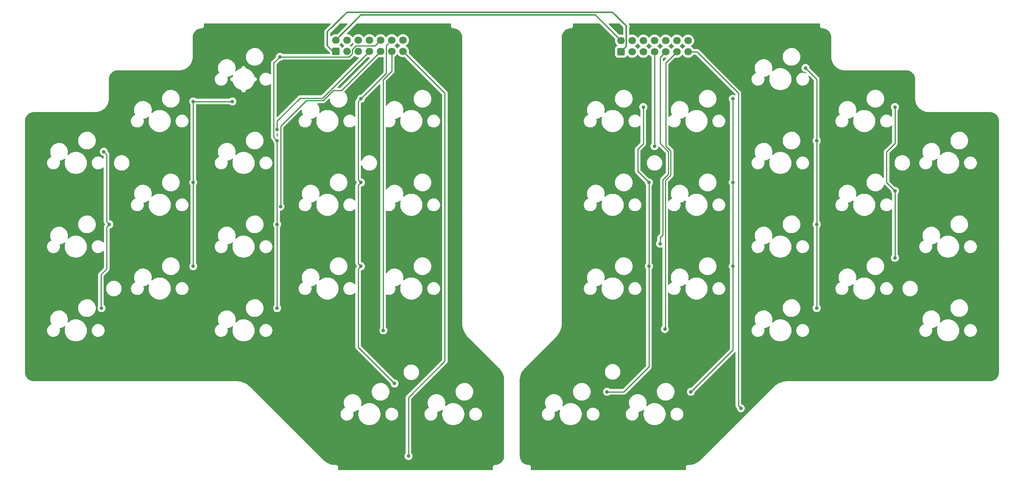
<source format=gtl>
%TF.GenerationSoftware,KiCad,Pcbnew,(6.0.6-1)-1*%
%TF.CreationDate,2022-07-19T11:22:44+08:00*%
%TF.ProjectId,34a,3334612e-6b69-4636-9164-5f7063625858,3.1*%
%TF.SameCoordinates,PX7616b68PY48ab840*%
%TF.FileFunction,Copper,L1,Top*%
%TF.FilePolarity,Positive*%
%FSLAX46Y46*%
G04 Gerber Fmt 4.6, Leading zero omitted, Abs format (unit mm)*
G04 Created by KiCad (PCBNEW (6.0.6-1)-1) date 2022-07-19 11:22:44*
%MOMM*%
%LPD*%
G01*
G04 APERTURE LIST*
G04 Aperture macros list*
%AMRoundRect*
0 Rectangle with rounded corners*
0 $1 Rounding radius*
0 $2 $3 $4 $5 $6 $7 $8 $9 X,Y pos of 4 corners*
0 Add a 4 corners polygon primitive as box body*
4,1,4,$2,$3,$4,$5,$6,$7,$8,$9,$2,$3,0*
0 Add four circle primitives for the rounded corners*
1,1,$1+$1,$2,$3*
1,1,$1+$1,$4,$5*
1,1,$1+$1,$6,$7*
1,1,$1+$1,$8,$9*
0 Add four rect primitives between the rounded corners*
20,1,$1+$1,$2,$3,$4,$5,0*
20,1,$1+$1,$4,$5,$6,$7,0*
20,1,$1+$1,$6,$7,$8,$9,0*
20,1,$1+$1,$8,$9,$2,$3,0*%
G04 Aperture macros list end*
%TA.AperFunction,ComponentPad*%
%ADD10RoundRect,0.250000X0.600000X-0.600000X0.600000X0.600000X-0.600000X0.600000X-0.600000X-0.600000X0*%
%TD*%
%TA.AperFunction,ComponentPad*%
%ADD11C,1.700000*%
%TD*%
%TA.AperFunction,ViaPad*%
%ADD12C,0.800000*%
%TD*%
%TA.AperFunction,Conductor*%
%ADD13C,0.355600*%
%TD*%
%TA.AperFunction,Conductor*%
%ADD14C,0.250000*%
%TD*%
G04 APERTURE END LIST*
D10*
%TO.P,J1,1,Pin_1*%
%TO.N,VCC*%
X-7620000Y25400000D03*
D11*
%TO.P,J1,2,Pin_2*%
%TO.N,GND*%
X-7620000Y27940000D03*
%TO.P,J1,3,Pin_3*%
%TO.N,unconnected-(J1-Pad3)*%
X-5080000Y25400000D03*
%TO.P,J1,4,Pin_4*%
%TO.N,unconnected-(J1-Pad4)*%
X-5080000Y27940000D03*
%TO.P,J1,5,Pin_5*%
%TO.N,unconnected-(J1-Pad5)*%
X-2540000Y25400000D03*
%TO.P,J1,6,Pin_6*%
%TO.N,Col2*%
X-2540000Y27940000D03*
%TO.P,J1,7,Pin_7*%
%TO.N,Row3*%
X0Y25400000D03*
%TO.P,J1,8,Pin_8*%
%TO.N,Col3*%
X0Y27940000D03*
%TO.P,J1,9,Pin_9*%
%TO.N,Row4*%
X2540000Y25400000D03*
%TO.P,J1,10,Pin_10*%
%TO.N,Col4*%
X2540000Y27940000D03*
%TO.P,J1,11,Pin_11*%
%TO.N,Row5*%
X5080000Y25400000D03*
%TO.P,J1,12,Pin_12*%
%TO.N,Col5*%
X5080000Y27940000D03*
%TO.P,J1,13,Pin_13*%
%TO.N,Row6*%
X7620000Y25400000D03*
%TO.P,J1,14,Pin_14*%
%TO.N,Col6*%
X7620000Y27940000D03*
%TD*%
D10*
%TO.P,J2,1,Pin_1*%
%TO.N,VCC*%
X57150000Y25282500D03*
D11*
%TO.P,J2,2,Pin_2*%
%TO.N,GND*%
X57150000Y27822500D03*
%TO.P,J2,3,Pin_3*%
%TO.N,unconnected-(J2-Pad3)*%
X59690000Y25282500D03*
%TO.P,J2,4,Pin_4*%
%TO.N,Col7*%
X59690000Y27822500D03*
%TO.P,J2,5,Pin_5*%
%TO.N,unconnected-(J2-Pad5)*%
X62230000Y25282500D03*
%TO.P,J2,6,Pin_6*%
%TO.N,Col8*%
X62230000Y27822500D03*
%TO.P,J2,7,Pin_7*%
%TO.N,Row3'*%
X64770000Y25282500D03*
%TO.P,J2,8,Pin_8*%
%TO.N,Col9*%
X64770000Y27822500D03*
%TO.P,J2,9,Pin_9*%
%TO.N,Row4'*%
X67310000Y25282500D03*
%TO.P,J2,10,Pin_10*%
%TO.N,Col10*%
X67310000Y27822500D03*
%TO.P,J2,11,Pin_11*%
%TO.N,Row5'*%
X69850000Y25282500D03*
%TO.P,J2,12,Pin_12*%
%TO.N,Col11*%
X69850000Y27822500D03*
%TO.P,J2,13,Pin_13*%
%TO.N,Row6'*%
X72390000Y25282500D03*
%TO.P,J2,14,Pin_14*%
%TO.N,unconnected-(J2-Pad14)*%
X72390000Y27822500D03*
%TD*%
D12*
%TO.N,Col3*%
X-31115000Y13970000D03*
X-40005000Y13970000D03*
X-40005000Y-4445000D03*
X-40005000Y-23495000D03*
%TO.N,Col2*%
X-59055000Y-13970000D03*
X-60833000Y-33020000D03*
X-60325000Y2540000D03*
%TO.N,Row3*%
X-20955000Y7620000D03*
%TO.N,Row4*%
X-20176500Y-9933924D03*
%TO.N,Row5*%
X3175000Y-38100000D03*
%TO.N,Row6*%
X8890000Y-66675000D03*
%TO.N,Col5*%
X-1905000Y14605000D03*
X-1905000Y-4445000D03*
X5715000Y-50165000D03*
X-1905000Y-23495000D03*
%TO.N,Col4*%
X-20955000Y5080000D03*
X-20955000Y-33020000D03*
X-20955000Y-13970000D03*
X-20320000Y24130000D03*
%TO.N,Col7*%
X62230000Y12700000D03*
X63500000Y-4445000D03*
X63500000Y-23495000D03*
X53975000Y-52070000D03*
%TO.N,Col8*%
X82550000Y-4445000D03*
X82550000Y-23495000D03*
X82550000Y14605000D03*
X73025000Y-52070000D03*
%TO.N,Col9*%
X101600000Y-33020000D03*
X101600000Y-13970000D03*
X99060000Y21590000D03*
X101600000Y5080000D03*
%TO.N,Col10*%
X119379999Y-21590000D03*
X119380000Y12700000D03*
X119380000Y-6350000D03*
%TO.N,Row3'*%
X64770000Y3810000D03*
%TO.N,Row4'*%
X66027999Y-18379836D03*
%TO.N,Row5'*%
X67111499Y-37776314D03*
%TO.N,Row6'*%
X84390000Y-55815000D03*
%TD*%
D13*
%TO.N,VCC*%
X58377800Y31072800D02*
X58420000Y31115000D01*
X58420000Y31115000D02*
X55245000Y34290000D01*
X57150000Y25282500D02*
X58377800Y26510300D01*
X-9525000Y29845000D02*
X-9525000Y26670000D01*
X-9525000Y26670000D02*
X-8255000Y25400000D01*
X58377800Y26510300D02*
X58377800Y31072800D01*
X55245000Y34290000D02*
X-5080000Y34290000D01*
X-8255000Y25400000D02*
X-7620000Y25400000D01*
X-5080000Y34290000D02*
X-9525000Y29845000D01*
D14*
%TO.N,Col3*%
X-31115000Y13970000D02*
X-40005000Y13970000D01*
X-40005000Y-4445000D02*
X-40005000Y-23495000D01*
X-40005000Y13970000D02*
X-40005000Y-4445000D01*
%TO.N,Col2*%
X-59690000Y1905000D02*
X-59690000Y-13335000D01*
X-60325000Y2540000D02*
X-59690000Y1905000D01*
X-60960000Y-25400000D02*
X-60960000Y-32893000D01*
X-59664001Y-24104001D02*
X-60960000Y-25400000D01*
X-59690000Y-13335000D02*
X-59055000Y-13970000D01*
X-60960000Y-32893000D02*
X-60833000Y-33020000D01*
X-59055000Y-13970000D02*
X-59664001Y-14579001D01*
X-59664001Y-14579001D02*
X-59664001Y-24104001D01*
%TO.N,Row3*%
X-10683349Y14716651D02*
X-15763349Y14716651D01*
X-15763349Y14716651D02*
X-20955000Y9525000D01*
X-20955000Y9525000D02*
X-20955000Y7620000D01*
X0Y25400000D02*
X-10683349Y14716651D01*
D13*
%TO.N,GND*%
X-1905000Y33655000D02*
X51317500Y33655000D01*
X-7620000Y27940000D02*
X-1905000Y33655000D01*
X51317500Y33655000D02*
X57150000Y27822500D01*
D14*
%TO.N,Row4*%
X-10474792Y14213150D02*
X-14284792Y14213150D01*
X2540000Y25400000D02*
X-6379999Y16480001D01*
X-20176500Y8321442D02*
X-20176500Y-9933924D01*
X-8207941Y16480001D02*
X-10474792Y14213150D01*
X-6379999Y16480001D02*
X-8207941Y16480001D01*
X-14284792Y14213150D02*
X-20176500Y8321442D01*
%TO.N,Row5*%
X3119999Y18917941D02*
X3119999Y-38044999D01*
X5080000Y20877942D02*
X3119999Y18917941D01*
X5080000Y25400000D02*
X5080000Y20877942D01*
X3119999Y-38044999D02*
X3175000Y-38100000D01*
%TO.N,Row6*%
X17145000Y15875000D02*
X17145000Y-45085000D01*
X17145000Y-45085000D02*
X8890000Y-53340000D01*
X8890000Y-53340000D02*
X8890000Y-66675000D01*
X7620000Y25400000D02*
X17145000Y15875000D01*
%TO.N,Col5*%
X-1905000Y14605000D02*
X-2540000Y13970000D01*
X-2540000Y-22860000D02*
X-1905000Y-23495000D01*
X-1905000Y-4445000D02*
X-2540000Y-5080000D01*
X5080000Y27940000D02*
X3851000Y26711000D01*
X-2540000Y-5080000D02*
X-2540000Y-22860000D01*
X-2540000Y13970000D02*
X-2540000Y-3810000D01*
X-2540000Y-41910000D02*
X5715000Y-50165000D01*
X3851000Y26711000D02*
X3851000Y20361000D01*
X-1905000Y-23495000D02*
X-2540000Y-24130000D01*
X3851000Y20361000D02*
X-1905000Y14605000D01*
X-2540000Y-3810000D02*
X-1905000Y-4445000D01*
X-2540000Y-24130000D02*
X-2540000Y-41910000D01*
%TO.N,Col4*%
X1270000Y26670000D02*
X-3008069Y26670000D01*
X-3851000Y24890931D02*
X-4611931Y24130000D01*
X-3008069Y26670000D02*
X-3851000Y25827069D01*
X-3851000Y25827069D02*
X-3851000Y24890931D01*
X-20955000Y-13970000D02*
X-20955000Y-33020000D01*
X-20955000Y5080000D02*
X-21733500Y5858500D01*
X2540000Y27940000D02*
X1270000Y26670000D01*
X-21733500Y22716500D02*
X-20320000Y24130000D01*
X-4611931Y24130000D02*
X-20320000Y24130000D01*
X-20955000Y5080000D02*
X-20955000Y-13970000D01*
X-21733500Y5858500D02*
X-21733500Y22716500D01*
%TO.N,Col7*%
X57785000Y-52070000D02*
X53975000Y-52070000D01*
X60960000Y3147499D02*
X62230000Y4417499D01*
X63500000Y-23495000D02*
X63500000Y-46355000D01*
X60960000Y-1905000D02*
X60960000Y3147499D01*
X63500000Y-46355000D02*
X57785000Y-52070000D01*
X63500000Y-4445000D02*
X60960000Y-1905000D01*
X62230000Y4417499D02*
X62230000Y12700000D01*
X63500000Y-4445000D02*
X63500000Y-23495000D01*
%TO.N,Col8*%
X82550000Y-42545000D02*
X73025000Y-52070000D01*
X82550000Y14605000D02*
X82550000Y-4445000D01*
X82550000Y-23495000D02*
X82550000Y-42545000D01*
X82550000Y-4445000D02*
X82550000Y-23495000D01*
%TO.N,Col9*%
X101600000Y5080000D02*
X101600000Y-13970000D01*
X101600000Y5080000D02*
X101600000Y19050000D01*
X101600000Y-13970000D02*
X101600000Y-33020000D01*
X101600000Y19050000D02*
X99060000Y21590000D01*
%TO.N,Col10*%
X119380000Y4445000D02*
X117475000Y2540000D01*
X117475000Y2540000D02*
X117475000Y-4445000D01*
X119380000Y-6350000D02*
X119379999Y-21590000D01*
X119380000Y12700000D02*
X119380000Y4445000D01*
X117475000Y-4445000D02*
X119380000Y-6350000D01*
%TO.N,Row3'*%
X64770000Y25282500D02*
X64770000Y3810000D01*
%TO.N,Row4'*%
X67945000Y-2540000D02*
X66672885Y-3812115D01*
X66027999Y-17002885D02*
X66027999Y-18379836D01*
X66040000Y24012500D02*
X66040000Y4445000D01*
X66672885Y-3812115D02*
X66672885Y-16357999D01*
X66672885Y-16357999D02*
X66027999Y-17002885D01*
X67945000Y2540000D02*
X67945000Y-2540000D01*
X66040000Y4445000D02*
X67945000Y2540000D01*
X67310000Y25282500D02*
X66040000Y24012500D01*
%TO.N,Row5'*%
X67203066Y-37684747D02*
X67111499Y-37776314D01*
X67310000Y3887058D02*
X68448501Y2748557D01*
X67310000Y22742500D02*
X67310000Y3887058D01*
X69850000Y25282500D02*
X67310000Y22742500D01*
X68448501Y2748557D02*
X68448501Y-2748557D01*
X68448501Y-2748557D02*
X67203066Y-3993992D01*
X67203066Y-3993992D02*
X67203066Y-37684747D01*
%TO.N,Row6'*%
X83820000Y15875000D02*
X83820000Y-55245000D01*
X83820000Y-55245000D02*
X84390000Y-55815000D01*
X74412500Y25282500D02*
X83820000Y15875000D01*
X72390000Y25282500D02*
X74412500Y25282500D01*
%TD*%
%TA.AperFunction,NonConductor*%
G36*
X56830357Y31729998D02*
G01*
X56851331Y31713095D01*
X57654595Y30909831D01*
X57688621Y30847519D01*
X57691500Y30820736D01*
X57691500Y29250270D01*
X57671498Y29182149D01*
X57617842Y29135656D01*
X57547568Y29125552D01*
X57523439Y29131498D01*
X57503094Y29138703D01*
X57503085Y29138705D01*
X57498212Y29140431D01*
X57493119Y29141338D01*
X57493116Y29141339D01*
X57283373Y29178700D01*
X57283367Y29178701D01*
X57278284Y29179606D01*
X57204452Y29180508D01*
X57060081Y29182272D01*
X57060079Y29182272D01*
X57054911Y29182335D01*
X56924706Y29162411D01*
X56862831Y29152943D01*
X56792468Y29162411D01*
X56754677Y29188398D01*
X55592867Y30350208D01*
X54408168Y31534906D01*
X54374144Y31597217D01*
X54379208Y31668032D01*
X54421755Y31724868D01*
X54488275Y31749679D01*
X54497264Y31750000D01*
X56762236Y31750000D01*
X56830357Y31729998D01*
G37*
%TD.AperFunction*%
%TA.AperFunction,NonConductor*%
G36*
X-5016644Y31729998D02*
G01*
X-4970151Y31676342D01*
X-4960047Y31606068D01*
X-4989541Y31541488D01*
X-4995670Y31534905D01*
X-7226035Y29304539D01*
X-7288347Y29270514D01*
X-7337226Y29269587D01*
X-7486627Y29296200D01*
X-7486633Y29296201D01*
X-7491716Y29297106D01*
X-7565548Y29298008D01*
X-7709919Y29299772D01*
X-7709921Y29299772D01*
X-7715089Y29299835D01*
X-7935909Y29266045D01*
X-8148244Y29196643D01*
X-8346393Y29093493D01*
X-8350526Y29090390D01*
X-8350529Y29090388D01*
X-8520900Y28962470D01*
X-8525035Y28959365D01*
X-8538418Y28945360D01*
X-8621606Y28858309D01*
X-8683130Y28822879D01*
X-8754043Y28826336D01*
X-8811829Y28867582D01*
X-8838143Y28933522D01*
X-8838700Y28945360D01*
X-8838700Y29508535D01*
X-8818698Y29576656D01*
X-8801795Y29597630D01*
X-6686330Y31713095D01*
X-6624018Y31747121D01*
X-6597235Y31750000D01*
X-5084765Y31750000D01*
X-5016644Y31729998D01*
G37*
%TD.AperFunction*%
%TA.AperFunction,NonConductor*%
G36*
X-3727974Y27264856D02*
G01*
X-3700125Y27233006D01*
X-3640013Y27134912D01*
X-3631480Y27125062D01*
X-3623536Y27115891D01*
X-3594052Y27051306D01*
X-3604166Y26981034D01*
X-3629677Y26944297D01*
X-4086003Y26487971D01*
X-4148315Y26453945D01*
X-4219130Y26459010D01*
X-4253190Y26478184D01*
X-4296809Y26512632D01*
X-4325641Y26535402D01*
X-4366947Y26558204D01*
X-4416916Y26608636D01*
X-4431688Y26678079D01*
X-4406572Y26744484D01*
X-4379220Y26771091D01*
X-4324637Y26810025D01*
X-4200140Y26898827D01*
X-4041904Y27056511D01*
X-3911547Y27237923D01*
X-3910224Y27236972D01*
X-3863355Y27280143D01*
X-3793420Y27292375D01*
X-3727974Y27264856D01*
G37*
%TD.AperFunction*%
%TA.AperFunction,NonConductor*%
G36*
X-6267974Y27264856D02*
G01*
X-6240125Y27233006D01*
X-6180013Y27134912D01*
X-6033750Y26966062D01*
X-5861874Y26823368D01*
X-5839040Y26810025D01*
X-5788555Y26780524D01*
X-5739831Y26728886D01*
X-5726760Y26659103D01*
X-5753491Y26593331D01*
X-5793945Y26559973D01*
X-5806393Y26553493D01*
X-5810526Y26550390D01*
X-5810529Y26550388D01*
X-5980900Y26422470D01*
X-5985035Y26419365D01*
X-6094353Y26304970D01*
X-6118973Y26279207D01*
X-6180497Y26243777D01*
X-6251410Y26247234D01*
X-6309196Y26288480D01*
X-6324167Y26312806D01*
X-6326135Y26317006D01*
X-6328450Y26323946D01*
X-6421522Y26474348D01*
X-6436741Y26489541D01*
X-6541517Y26594134D01*
X-6546697Y26599305D01*
X-6561834Y26608636D01*
X-6643707Y26659103D01*
X-6697262Y26692115D01*
X-6704215Y26694421D01*
X-6705096Y26694832D01*
X-6758382Y26741748D01*
X-6777844Y26810025D01*
X-6757304Y26877985D01*
X-6739471Y26898156D01*
X-6740140Y26898827D01*
X-6621140Y27017412D01*
X-6581904Y27056511D01*
X-6451547Y27237923D01*
X-6450224Y27236972D01*
X-6403355Y27280143D01*
X-6333420Y27292375D01*
X-6267974Y27264856D01*
G37*
%TD.AperFunction*%
%TA.AperFunction,NonConductor*%
G36*
X6432026Y27264856D02*
G01*
X6459875Y27233006D01*
X6519987Y27134912D01*
X6666250Y26966062D01*
X6838126Y26823368D01*
X6860960Y26810025D01*
X6911445Y26780524D01*
X6960169Y26728886D01*
X6973240Y26659103D01*
X6946509Y26593331D01*
X6906055Y26559973D01*
X6893607Y26553493D01*
X6889474Y26550390D01*
X6889471Y26550388D01*
X6719100Y26422470D01*
X6714965Y26419365D01*
X6711393Y26415627D01*
X6566239Y26263732D01*
X6560629Y26257862D01*
X6453201Y26100379D01*
X6398293Y26055379D01*
X6327768Y26047208D01*
X6264021Y26078462D01*
X6243324Y26102946D01*
X6162822Y26227383D01*
X6162820Y26227386D01*
X6160014Y26231723D01*
X6009670Y26396949D01*
X6005619Y26400148D01*
X6005615Y26400152D01*
X5838414Y26532200D01*
X5838410Y26532202D01*
X5834359Y26535402D01*
X5793053Y26558204D01*
X5743084Y26608636D01*
X5728312Y26678079D01*
X5753428Y26744484D01*
X5780780Y26771091D01*
X5835363Y26810025D01*
X5959860Y26898827D01*
X6118096Y27056511D01*
X6248453Y27237923D01*
X6249776Y27236972D01*
X6296645Y27280143D01*
X6366580Y27292375D01*
X6432026Y27264856D01*
G37*
%TD.AperFunction*%
%TA.AperFunction,NonConductor*%
G36*
X68662026Y27147356D02*
G01*
X68689875Y27115506D01*
X68749987Y27017412D01*
X68896250Y26848562D01*
X68991958Y26769104D01*
X69062352Y26710662D01*
X69068126Y26705868D01*
X69132582Y26668203D01*
X69141445Y26663024D01*
X69190169Y26611386D01*
X69203240Y26541603D01*
X69176509Y26475831D01*
X69136055Y26442473D01*
X69123607Y26435993D01*
X69119474Y26432890D01*
X69119471Y26432888D01*
X68982662Y26330169D01*
X68944965Y26301865D01*
X68919894Y26275630D01*
X68858580Y26211468D01*
X68790629Y26140362D01*
X68683201Y25982879D01*
X68628293Y25937879D01*
X68557768Y25929708D01*
X68494021Y25960962D01*
X68473324Y25985446D01*
X68392822Y26109883D01*
X68392820Y26109886D01*
X68390014Y26114223D01*
X68239670Y26279449D01*
X68235619Y26282648D01*
X68235615Y26282652D01*
X68068414Y26414700D01*
X68068410Y26414702D01*
X68064359Y26417902D01*
X68023053Y26440704D01*
X67973084Y26491136D01*
X67958312Y26560579D01*
X67983428Y26626984D01*
X68010780Y26653591D01*
X68061226Y26689574D01*
X68189860Y26781327D01*
X68218659Y26810025D01*
X68344435Y26935363D01*
X68348096Y26939011D01*
X68351895Y26944297D01*
X68478453Y27120423D01*
X68479776Y27119472D01*
X68526645Y27162643D01*
X68596580Y27174875D01*
X68662026Y27147356D01*
G37*
%TD.AperFunction*%
%TA.AperFunction,NonConductor*%
G36*
X61042026Y27147356D02*
G01*
X61069875Y27115506D01*
X61129987Y27017412D01*
X61276250Y26848562D01*
X61371958Y26769104D01*
X61442352Y26710662D01*
X61448126Y26705868D01*
X61512582Y26668203D01*
X61521445Y26663024D01*
X61570169Y26611386D01*
X61583240Y26541603D01*
X61556509Y26475831D01*
X61516055Y26442473D01*
X61503607Y26435993D01*
X61499474Y26432890D01*
X61499471Y26432888D01*
X61362662Y26330169D01*
X61324965Y26301865D01*
X61299894Y26275630D01*
X61238580Y26211468D01*
X61170629Y26140362D01*
X61063201Y25982879D01*
X61008293Y25937879D01*
X60937768Y25929708D01*
X60874021Y25960962D01*
X60853324Y25985446D01*
X60772822Y26109883D01*
X60772820Y26109886D01*
X60770014Y26114223D01*
X60619670Y26279449D01*
X60615619Y26282648D01*
X60615615Y26282652D01*
X60448414Y26414700D01*
X60448410Y26414702D01*
X60444359Y26417902D01*
X60403053Y26440704D01*
X60353084Y26491136D01*
X60338312Y26560579D01*
X60363428Y26626984D01*
X60390780Y26653591D01*
X60441226Y26689574D01*
X60569860Y26781327D01*
X60598659Y26810025D01*
X60724435Y26935363D01*
X60728096Y26939011D01*
X60731895Y26944297D01*
X60858453Y27120423D01*
X60859776Y27119472D01*
X60906645Y27162643D01*
X60976580Y27174875D01*
X61042026Y27147356D01*
G37*
%TD.AperFunction*%
%TA.AperFunction,NonConductor*%
G36*
X63582026Y27147356D02*
G01*
X63609875Y27115506D01*
X63669987Y27017412D01*
X63816250Y26848562D01*
X63911958Y26769104D01*
X63982352Y26710662D01*
X63988126Y26705868D01*
X64052582Y26668203D01*
X64061445Y26663024D01*
X64110169Y26611386D01*
X64123240Y26541603D01*
X64096509Y26475831D01*
X64056055Y26442473D01*
X64043607Y26435993D01*
X64039474Y26432890D01*
X64039471Y26432888D01*
X63902662Y26330169D01*
X63864965Y26301865D01*
X63839894Y26275630D01*
X63778580Y26211468D01*
X63710629Y26140362D01*
X63603201Y25982879D01*
X63548293Y25937879D01*
X63477768Y25929708D01*
X63414021Y25960962D01*
X63393324Y25985446D01*
X63312822Y26109883D01*
X63312820Y26109886D01*
X63310014Y26114223D01*
X63159670Y26279449D01*
X63155619Y26282648D01*
X63155615Y26282652D01*
X62988414Y26414700D01*
X62988410Y26414702D01*
X62984359Y26417902D01*
X62943053Y26440704D01*
X62893084Y26491136D01*
X62878312Y26560579D01*
X62903428Y26626984D01*
X62930780Y26653591D01*
X62981226Y26689574D01*
X63109860Y26781327D01*
X63138659Y26810025D01*
X63264435Y26935363D01*
X63268096Y26939011D01*
X63271895Y26944297D01*
X63398453Y27120423D01*
X63399776Y27119472D01*
X63446645Y27162643D01*
X63516580Y27174875D01*
X63582026Y27147356D01*
G37*
%TD.AperFunction*%
%TA.AperFunction,NonConductor*%
G36*
X66122026Y27147356D02*
G01*
X66149875Y27115506D01*
X66209987Y27017412D01*
X66356250Y26848562D01*
X66451958Y26769104D01*
X66522352Y26710662D01*
X66528126Y26705868D01*
X66592582Y26668203D01*
X66601445Y26663024D01*
X66650169Y26611386D01*
X66663240Y26541603D01*
X66636509Y26475831D01*
X66596055Y26442473D01*
X66583607Y26435993D01*
X66579474Y26432890D01*
X66579471Y26432888D01*
X66442662Y26330169D01*
X66404965Y26301865D01*
X66379894Y26275630D01*
X66318580Y26211468D01*
X66250629Y26140362D01*
X66143201Y25982879D01*
X66088293Y25937879D01*
X66017768Y25929708D01*
X65954021Y25960962D01*
X65933324Y25985446D01*
X65852822Y26109883D01*
X65852820Y26109886D01*
X65850014Y26114223D01*
X65699670Y26279449D01*
X65695619Y26282648D01*
X65695615Y26282652D01*
X65528414Y26414700D01*
X65528410Y26414702D01*
X65524359Y26417902D01*
X65483053Y26440704D01*
X65433084Y26491136D01*
X65418312Y26560579D01*
X65443428Y26626984D01*
X65470780Y26653591D01*
X65521226Y26689574D01*
X65649860Y26781327D01*
X65678659Y26810025D01*
X65804435Y26935363D01*
X65808096Y26939011D01*
X65811895Y26944297D01*
X65938453Y27120423D01*
X65939776Y27119472D01*
X65986645Y27162643D01*
X66056580Y27174875D01*
X66122026Y27147356D01*
G37*
%TD.AperFunction*%
%TA.AperFunction,NonConductor*%
G36*
X71202026Y27147356D02*
G01*
X71229875Y27115506D01*
X71289987Y27017412D01*
X71436250Y26848562D01*
X71531958Y26769104D01*
X71602352Y26710662D01*
X71608126Y26705868D01*
X71672582Y26668203D01*
X71681445Y26663024D01*
X71730169Y26611386D01*
X71743240Y26541603D01*
X71716509Y26475831D01*
X71676055Y26442473D01*
X71663607Y26435993D01*
X71659474Y26432890D01*
X71659471Y26432888D01*
X71522662Y26330169D01*
X71484965Y26301865D01*
X71459894Y26275630D01*
X71398580Y26211468D01*
X71330629Y26140362D01*
X71223201Y25982879D01*
X71168293Y25937879D01*
X71097768Y25929708D01*
X71034021Y25960962D01*
X71013324Y25985446D01*
X70932822Y26109883D01*
X70932820Y26109886D01*
X70930014Y26114223D01*
X70779670Y26279449D01*
X70775619Y26282648D01*
X70775615Y26282652D01*
X70608414Y26414700D01*
X70608410Y26414702D01*
X70604359Y26417902D01*
X70563053Y26440704D01*
X70513084Y26491136D01*
X70498312Y26560579D01*
X70523428Y26626984D01*
X70550780Y26653591D01*
X70601226Y26689574D01*
X70729860Y26781327D01*
X70758659Y26810025D01*
X70884435Y26935363D01*
X70888096Y26939011D01*
X70891895Y26944297D01*
X71018453Y27120423D01*
X71019776Y27119472D01*
X71066645Y27162643D01*
X71136580Y27174875D01*
X71202026Y27147356D01*
G37*
%TD.AperFunction*%
%TA.AperFunction,NonConductor*%
G36*
X67148597Y23928933D02*
G01*
X67153771Y23928743D01*
X67153773Y23928743D01*
X67221293Y23926267D01*
X67295649Y23923541D01*
X67362990Y23901057D01*
X67407486Y23845733D01*
X67415008Y23775136D01*
X67380126Y23708531D01*
X66917747Y23246152D01*
X66909461Y23238612D01*
X66902982Y23234500D01*
X66897557Y23228723D01*
X66891351Y23222114D01*
X66830138Y23186148D01*
X66759198Y23188985D01*
X66701054Y23229725D01*
X66674165Y23295433D01*
X66673500Y23308366D01*
X66673500Y23697906D01*
X66693502Y23766027D01*
X66710405Y23787001D01*
X66854549Y23931145D01*
X66916861Y23965171D01*
X66968762Y23965521D01*
X67148597Y23928933D01*
G37*
%TD.AperFunction*%
%TA.AperFunction,NonConductor*%
G36*
X-161403Y24046433D02*
G01*
X-156229Y24046243D01*
X-156227Y24046243D01*
X-94102Y24043965D01*
X-14350Y24041041D01*
X52991Y24018557D01*
X97487Y23963233D01*
X105009Y23892636D01*
X70127Y23826031D01*
X-3267781Y20488124D01*
X-6605499Y17150406D01*
X-6667811Y17116380D01*
X-6694594Y17113501D01*
X-7086405Y17113501D01*
X-7154526Y17133503D01*
X-7201019Y17187159D01*
X-7211123Y17257433D01*
X-7181629Y17322013D01*
X-7175500Y17328596D01*
X-3896621Y20607474D01*
X-455450Y24048645D01*
X-393138Y24082671D01*
X-341238Y24083021D01*
X-161403Y24046433D01*
G37*
%TD.AperFunction*%
%TA.AperFunction,NonConductor*%
G36*
X-3401521Y24340340D02*
G01*
X-3365068Y24319229D01*
X-3321874Y24283368D01*
X-3129000Y24170662D01*
X-2920308Y24090970D01*
X-2915240Y24089939D01*
X-2915237Y24089938D01*
X-2807988Y24068118D01*
X-2701403Y24046433D01*
X-2696229Y24046243D01*
X-2696227Y24046243D01*
X-2634102Y24043965D01*
X-2554350Y24041041D01*
X-2487009Y24018557D01*
X-2442513Y23963233D01*
X-2434991Y23892636D01*
X-2469873Y23826031D01*
X-6698803Y19597102D01*
X-10908849Y15387056D01*
X-10971161Y15353030D01*
X-10997944Y15350151D01*
X-15684582Y15350151D01*
X-15695765Y15350678D01*
X-15703258Y15352353D01*
X-15711184Y15352104D01*
X-15711185Y15352104D01*
X-15771335Y15350213D01*
X-15775294Y15350151D01*
X-15803205Y15350151D01*
X-15807139Y15349654D01*
X-15807140Y15349654D01*
X-15807205Y15349646D01*
X-15819042Y15348713D01*
X-15850859Y15347713D01*
X-15855320Y15347573D01*
X-15863239Y15347324D01*
X-15880895Y15342195D01*
X-15882691Y15341673D01*
X-15902043Y15337665D01*
X-15909114Y15336771D01*
X-15922146Y15335125D01*
X-15929515Y15332208D01*
X-15929517Y15332207D01*
X-15963252Y15318851D01*
X-15974480Y15315006D01*
X-16016942Y15302669D01*
X-16023764Y15298635D01*
X-16023770Y15298632D01*
X-16034381Y15292357D01*
X-16052131Y15283661D01*
X-16063593Y15279123D01*
X-16063598Y15279120D01*
X-16070966Y15276203D01*
X-16077381Y15271542D01*
X-16106724Y15250224D01*
X-16116642Y15243708D01*
X-16135330Y15232656D01*
X-16154712Y15221193D01*
X-16169036Y15206869D01*
X-16184068Y15194030D01*
X-16200456Y15182123D01*
X-16228637Y15148058D01*
X-16236627Y15139278D01*
X-20884905Y10491000D01*
X-20947217Y10456974D01*
X-21018032Y10462039D01*
X-21074868Y10504586D01*
X-21099679Y10571106D01*
X-21100000Y10580095D01*
X-21100000Y22401905D01*
X-21079998Y22470026D01*
X-21063095Y22491001D01*
X-20369499Y23184596D01*
X-20307187Y23218621D01*
X-20280404Y23221500D01*
X-20224513Y23221500D01*
X-20218061Y23222872D01*
X-20218056Y23222872D01*
X-20120687Y23243569D01*
X-20037712Y23261206D01*
X-19962085Y23294877D01*
X-19869278Y23336197D01*
X-19869276Y23336198D01*
X-19863248Y23338882D01*
X-19708747Y23451134D01*
X-19704332Y23456037D01*
X-19699420Y23460460D01*
X-19698295Y23459211D01*
X-19644986Y23492051D01*
X-19611800Y23496500D01*
X-4690698Y23496500D01*
X-4679515Y23495973D01*
X-4672022Y23494298D01*
X-4664096Y23494547D01*
X-4664095Y23494547D01*
X-4603945Y23496438D01*
X-4599986Y23496500D01*
X-4572075Y23496500D01*
X-4568140Y23496997D01*
X-4568075Y23497005D01*
X-4556238Y23497938D01*
X-4523980Y23498952D01*
X-4519961Y23499078D01*
X-4512042Y23499327D01*
X-4492588Y23504979D01*
X-4473231Y23508987D01*
X-4461001Y23510532D01*
X-4461000Y23510532D01*
X-4453134Y23511526D01*
X-4445763Y23514445D01*
X-4445761Y23514445D01*
X-4412019Y23527804D01*
X-4400789Y23531649D01*
X-4365948Y23541771D01*
X-4365947Y23541771D01*
X-4358338Y23543982D01*
X-4351519Y23548015D01*
X-4351514Y23548017D01*
X-4340903Y23554293D01*
X-4323155Y23562988D01*
X-4304314Y23570448D01*
X-4285498Y23584118D01*
X-4268544Y23596436D01*
X-4258624Y23602952D01*
X-4227396Y23621420D01*
X-4227393Y23621422D01*
X-4220569Y23625458D01*
X-4206248Y23639779D01*
X-4191214Y23652620D01*
X-4181238Y23659868D01*
X-4174824Y23664528D01*
X-4146638Y23698599D01*
X-4138649Y23707378D01*
X-3534648Y24311379D01*
X-3472336Y24345405D01*
X-3401521Y24340340D01*
G37*
%TD.AperFunction*%
%TA.AperFunction,NonConductor*%
G36*
X-20867879Y6691498D02*
G01*
X-20821386Y6637842D01*
X-20810000Y6585500D01*
X-20810000Y6135095D01*
X-20830002Y6066974D01*
X-20883658Y6020481D01*
X-20953932Y6010377D01*
X-21018512Y6039871D01*
X-21025095Y6046000D01*
X-21063095Y6084000D01*
X-21097121Y6146312D01*
X-21100000Y6173095D01*
X-21100000Y6585500D01*
X-21079998Y6653621D01*
X-21026342Y6700114D01*
X-20974000Y6711500D01*
X-20936000Y6711500D01*
X-20867879Y6691498D01*
G37*
%TD.AperFunction*%
%TA.AperFunction,NonConductor*%
G36*
X52267856Y31729998D02*
G01*
X52288830Y31713095D01*
X55783564Y28218361D01*
X55817590Y28156049D01*
X55815888Y28095598D01*
X55812564Y28083611D01*
X55810989Y28077930D01*
X55787251Y27855805D01*
X55787548Y27850652D01*
X55787548Y27850649D01*
X55793011Y27755910D01*
X55800110Y27632785D01*
X55801247Y27627739D01*
X55801248Y27627733D01*
X55821119Y27539561D01*
X55849222Y27414861D01*
X55885555Y27325384D01*
X55921069Y27237923D01*
X55933266Y27207884D01*
X55975287Y27139312D01*
X56047291Y27021812D01*
X56049987Y27017412D01*
X56196250Y26848562D01*
X56242668Y26810025D01*
X56266344Y26790369D01*
X56305979Y26731467D01*
X56307477Y26660486D01*
X56270363Y26599963D01*
X56239312Y26579325D01*
X56232996Y26576366D01*
X56226054Y26574050D01*
X56075652Y26480978D01*
X55950695Y26355803D01*
X55946855Y26349573D01*
X55946854Y26349572D01*
X55874211Y26231723D01*
X55857885Y26205238D01*
X55855581Y26198291D01*
X55815836Y26078462D01*
X55802203Y26037361D01*
X55791500Y25932900D01*
X55791500Y24632100D01*
X55791837Y24628854D01*
X55791837Y24628850D01*
X55797298Y24576223D01*
X55802474Y24526334D01*
X55804655Y24519798D01*
X55804655Y24519796D01*
X55847094Y24392592D01*
X55858450Y24358554D01*
X55951522Y24208152D01*
X56076697Y24083195D01*
X56082927Y24079355D01*
X56082928Y24079354D01*
X56220090Y23994806D01*
X56227262Y23990385D01*
X56281371Y23972438D01*
X56388611Y23936868D01*
X56388613Y23936868D01*
X56395139Y23934703D01*
X56401975Y23934003D01*
X56401978Y23934002D01*
X56441372Y23929966D01*
X56499600Y23924000D01*
X57800400Y23924000D01*
X57803646Y23924337D01*
X57803650Y23924337D01*
X57899308Y23934262D01*
X57899312Y23934263D01*
X57906166Y23934974D01*
X57912702Y23937155D01*
X57912704Y23937155D01*
X58048993Y23982625D01*
X58073946Y23990950D01*
X58224348Y24084022D01*
X58349305Y24209197D01*
X58397062Y24286672D01*
X58438276Y24353534D01*
X58442115Y24359762D01*
X58444418Y24366705D01*
X58446763Y24371734D01*
X58493680Y24425019D01*
X58561958Y24444479D01*
X58629918Y24423936D01*
X58656194Y24400980D01*
X58732089Y24313365D01*
X58736250Y24308562D01*
X58812846Y24244971D01*
X58902352Y24170662D01*
X58908126Y24165868D01*
X59101000Y24053162D01*
X59105825Y24051320D01*
X59105826Y24051319D01*
X59139563Y24038436D01*
X59309692Y23973470D01*
X59314760Y23972439D01*
X59314763Y23972438D01*
X59422017Y23950617D01*
X59528597Y23928933D01*
X59533772Y23928743D01*
X59533774Y23928743D01*
X59746673Y23920936D01*
X59746677Y23920936D01*
X59751837Y23920747D01*
X59756957Y23921403D01*
X59756959Y23921403D01*
X59968288Y23948475D01*
X59968289Y23948475D01*
X59973416Y23949132D01*
X60020417Y23963233D01*
X60182429Y24011839D01*
X60182434Y24011841D01*
X60187384Y24013326D01*
X60387994Y24111604D01*
X60569860Y24241327D01*
X60728096Y24399011D01*
X60750342Y24429969D01*
X60858453Y24580423D01*
X60859776Y24579472D01*
X60906645Y24622643D01*
X60976580Y24634875D01*
X61042026Y24607356D01*
X61069875Y24575506D01*
X61129987Y24477412D01*
X61276250Y24308562D01*
X61352846Y24244971D01*
X61442352Y24170662D01*
X61448126Y24165868D01*
X61641000Y24053162D01*
X61645825Y24051320D01*
X61645826Y24051319D01*
X61679563Y24038436D01*
X61849692Y23973470D01*
X61854760Y23972439D01*
X61854763Y23972438D01*
X61962017Y23950617D01*
X62068597Y23928933D01*
X62073772Y23928743D01*
X62073774Y23928743D01*
X62286673Y23920936D01*
X62286677Y23920936D01*
X62291837Y23920747D01*
X62296957Y23921403D01*
X62296959Y23921403D01*
X62508288Y23948475D01*
X62508289Y23948475D01*
X62513416Y23949132D01*
X62560417Y23963233D01*
X62722429Y24011839D01*
X62722434Y24011841D01*
X62727384Y24013326D01*
X62927994Y24111604D01*
X63109860Y24241327D01*
X63268096Y24399011D01*
X63290342Y24429969D01*
X63398453Y24580423D01*
X63399776Y24579472D01*
X63446645Y24622643D01*
X63516580Y24634875D01*
X63582026Y24607356D01*
X63609875Y24575506D01*
X63669987Y24477412D01*
X63816250Y24308562D01*
X63892846Y24244971D01*
X63982352Y24170662D01*
X63988126Y24165868D01*
X64062671Y24122308D01*
X64074070Y24115647D01*
X64122794Y24064009D01*
X64136500Y24006859D01*
X64136500Y4512524D01*
X64116498Y4444403D01*
X64104142Y4428221D01*
X64030960Y4346944D01*
X64009933Y4310524D01*
X63944610Y4197381D01*
X63935473Y4181556D01*
X63876458Y3999928D01*
X63875768Y3993367D01*
X63875768Y3993365D01*
X63873855Y3975166D01*
X63856496Y3810000D01*
X63857186Y3803435D01*
X63873192Y3651151D01*
X63876458Y3620072D01*
X63935473Y3438444D01*
X63938776Y3432722D01*
X63938777Y3432721D01*
X63946965Y3418539D01*
X64030960Y3273056D01*
X64035378Y3268149D01*
X64035379Y3268148D01*
X64146630Y3144591D01*
X64158747Y3131134D01*
X64240615Y3071653D01*
X64295193Y3032000D01*
X64313248Y3018882D01*
X64319276Y3016198D01*
X64319278Y3016197D01*
X64481681Y2943891D01*
X64487712Y2941206D01*
X64578069Y2922000D01*
X64668056Y2902872D01*
X64668061Y2902872D01*
X64674513Y2901500D01*
X64865487Y2901500D01*
X64871939Y2902872D01*
X64871944Y2902872D01*
X64961931Y2922000D01*
X65052288Y2941206D01*
X65058319Y2943891D01*
X65220722Y3016197D01*
X65220724Y3016198D01*
X65226752Y3018882D01*
X65244808Y3032000D01*
X65299385Y3071653D01*
X65381253Y3131134D01*
X65393370Y3144591D01*
X65504621Y3268148D01*
X65504622Y3268149D01*
X65509040Y3273056D01*
X65593035Y3418539D01*
X65601223Y3432721D01*
X65601224Y3432722D01*
X65604527Y3438444D01*
X65663542Y3620072D01*
X65664983Y3633783D01*
X65691996Y3699440D01*
X65750217Y3740070D01*
X65821162Y3742773D01*
X65879388Y3709708D01*
X66580122Y3008973D01*
X67274595Y2314500D01*
X67308621Y2252188D01*
X67311500Y2225405D01*
X67311500Y-2225405D01*
X67291498Y-2293526D01*
X67274595Y-2314500D01*
X66280632Y-3308463D01*
X66272346Y-3316003D01*
X66265867Y-3320115D01*
X66260442Y-3325892D01*
X66219242Y-3369766D01*
X66216487Y-3372608D01*
X66196750Y-3392345D01*
X66194270Y-3395542D01*
X66186567Y-3404562D01*
X66156299Y-3436794D01*
X66152480Y-3443740D01*
X66152478Y-3443743D01*
X66146537Y-3454549D01*
X66135686Y-3471068D01*
X66123271Y-3487074D01*
X66120126Y-3494343D01*
X66120123Y-3494347D01*
X66105711Y-3527652D01*
X66100494Y-3538302D01*
X66079190Y-3577055D01*
X66077219Y-3584730D01*
X66077219Y-3584731D01*
X66074152Y-3596677D01*
X66067748Y-3615381D01*
X66059704Y-3633970D01*
X66058465Y-3641793D01*
X66058462Y-3641803D01*
X66052786Y-3677639D01*
X66050380Y-3689259D01*
X66048918Y-3694954D01*
X66039385Y-3732085D01*
X66039385Y-3752339D01*
X66037834Y-3772049D01*
X66034665Y-3792058D01*
X66035411Y-3799950D01*
X66038826Y-3836076D01*
X66039385Y-3847934D01*
X66039385Y-16043404D01*
X66019383Y-16111525D01*
X66002480Y-16132500D01*
X65699615Y-16435364D01*
X65635741Y-16499238D01*
X65627462Y-16506772D01*
X65620981Y-16510885D01*
X65592232Y-16541500D01*
X65574356Y-16560536D01*
X65571601Y-16563378D01*
X65551864Y-16583115D01*
X65549384Y-16586312D01*
X65541681Y-16595332D01*
X65511413Y-16627564D01*
X65507594Y-16634510D01*
X65507592Y-16634513D01*
X65501651Y-16645319D01*
X65490800Y-16661838D01*
X65478385Y-16677844D01*
X65475240Y-16685113D01*
X65475237Y-16685117D01*
X65460825Y-16718422D01*
X65455608Y-16729072D01*
X65434304Y-16767825D01*
X65432333Y-16775500D01*
X65432333Y-16775501D01*
X65429266Y-16787447D01*
X65422862Y-16806151D01*
X65414818Y-16824740D01*
X65413579Y-16832563D01*
X65413576Y-16832573D01*
X65407900Y-16868409D01*
X65405494Y-16880029D01*
X65394499Y-16922855D01*
X65394499Y-16943109D01*
X65392948Y-16962819D01*
X65389779Y-16982828D01*
X65390525Y-16990720D01*
X65393940Y-17026846D01*
X65394499Y-17038704D01*
X65394499Y-17677312D01*
X65374497Y-17745433D01*
X65362141Y-17761615D01*
X65288959Y-17842892D01*
X65193472Y-18008280D01*
X65134457Y-18189908D01*
X65133767Y-18196469D01*
X65133767Y-18196471D01*
X65126079Y-18269622D01*
X65114495Y-18379836D01*
X65134457Y-18569764D01*
X65193472Y-18751392D01*
X65288959Y-18916780D01*
X65293377Y-18921687D01*
X65293378Y-18921688D01*
X65412324Y-19053791D01*
X65416746Y-19058702D01*
X65486432Y-19109332D01*
X65545282Y-19152089D01*
X65571247Y-19170954D01*
X65577275Y-19173638D01*
X65577277Y-19173639D01*
X65710111Y-19232780D01*
X65745711Y-19248630D01*
X65839111Y-19268483D01*
X65926055Y-19286964D01*
X65926060Y-19286964D01*
X65932512Y-19288336D01*
X66123486Y-19288336D01*
X66129938Y-19286964D01*
X66129943Y-19286964D01*
X66216886Y-19268483D01*
X66310287Y-19248630D01*
X66392317Y-19212108D01*
X66462684Y-19202674D01*
X66526981Y-19232780D01*
X66564795Y-19292869D01*
X66569566Y-19327215D01*
X66569566Y-36982884D01*
X66549564Y-37051005D01*
X66517627Y-37084820D01*
X66500246Y-37097448D01*
X66495825Y-37102358D01*
X66495824Y-37102359D01*
X66468762Y-37132415D01*
X66372459Y-37239370D01*
X66356239Y-37267464D01*
X66281257Y-37397337D01*
X66276972Y-37404758D01*
X66217957Y-37586386D01*
X66217267Y-37592947D01*
X66217267Y-37592949D01*
X66202366Y-37734729D01*
X66197995Y-37776314D01*
X66198685Y-37782879D01*
X66215015Y-37938247D01*
X66217957Y-37966242D01*
X66276972Y-38147870D01*
X66280275Y-38153592D01*
X66280276Y-38153593D01*
X66308275Y-38202089D01*
X66372459Y-38313258D01*
X66500246Y-38455180D01*
X66654747Y-38567432D01*
X66660775Y-38570116D01*
X66660777Y-38570117D01*
X66671318Y-38574810D01*
X66829211Y-38645108D01*
X66909674Y-38662211D01*
X67009555Y-38683442D01*
X67009560Y-38683442D01*
X67016012Y-38684814D01*
X67206986Y-38684814D01*
X67213438Y-38683442D01*
X67213443Y-38683442D01*
X67313324Y-38662211D01*
X67393787Y-38645108D01*
X67551680Y-38574810D01*
X67562221Y-38570117D01*
X67562223Y-38570116D01*
X67568251Y-38567432D01*
X67722752Y-38455180D01*
X67850539Y-38313258D01*
X67914723Y-38202089D01*
X67942722Y-38153593D01*
X67942723Y-38153592D01*
X67946026Y-38147870D01*
X68005041Y-37966242D01*
X68007984Y-37938247D01*
X68024313Y-37782879D01*
X68025003Y-37776314D01*
X68020632Y-37734729D01*
X68005731Y-37592949D01*
X68005731Y-37592947D01*
X68005041Y-37586386D01*
X67946026Y-37404758D01*
X67941742Y-37397337D01*
X67866759Y-37267464D01*
X67853447Y-37244407D01*
X67836566Y-37181407D01*
X67836566Y-29546029D01*
X67856568Y-29477908D01*
X67910224Y-29431415D01*
X67980498Y-29421311D01*
X68045078Y-29450805D01*
X68063326Y-29470376D01*
X68120598Y-29546655D01*
X68293990Y-29712352D01*
X68492117Y-29847505D01*
X68544318Y-29871736D01*
X68701845Y-29944858D01*
X68709656Y-29948484D01*
X68940768Y-30012576D01*
X69044479Y-30023660D01*
X69133222Y-30033144D01*
X69133230Y-30033144D01*
X69136557Y-30033500D01*
X69275803Y-30033500D01*
X69278376Y-30033288D01*
X69278387Y-30033288D01*
X69448876Y-30019271D01*
X69448882Y-30019270D01*
X69454027Y-30018847D01*
X69570331Y-29989634D01*
X69681625Y-29961679D01*
X69681629Y-29961678D01*
X69686636Y-29960420D01*
X69691366Y-29958364D01*
X69691373Y-29958361D01*
X69901841Y-29866847D01*
X69901844Y-29866845D01*
X69906578Y-29864787D01*
X69910912Y-29861983D01*
X69910916Y-29861981D01*
X70103604Y-29737325D01*
X70103607Y-29737323D01*
X70107947Y-29734515D01*
X70129101Y-29715267D01*
X70281513Y-29576582D01*
X70281514Y-29576580D01*
X70285335Y-29573104D01*
X70288534Y-29569053D01*
X70288538Y-29569049D01*
X70430774Y-29388946D01*
X70433979Y-29384888D01*
X70549887Y-29174922D01*
X70594191Y-29049810D01*
X70628219Y-28953720D01*
X70628220Y-28953716D01*
X70629945Y-28948845D01*
X70632054Y-28937007D01*
X70671098Y-28717816D01*
X70671099Y-28717810D01*
X70672004Y-28712727D01*
X70674934Y-28472911D01*
X70638657Y-28235837D01*
X70625524Y-28195657D01*
X70623373Y-28124694D01*
X70659929Y-28063832D01*
X70723586Y-28032395D01*
X70736499Y-28030819D01*
X70760828Y-28029118D01*
X70760834Y-28029117D01*
X70765212Y-28028811D01*
X71039970Y-27970409D01*
X71044099Y-27968906D01*
X71044103Y-27968905D01*
X71299781Y-27875846D01*
X71299785Y-27875844D01*
X71303926Y-27874337D01*
X71551942Y-27742464D01*
X71573830Y-27726562D01*
X71727116Y-27615193D01*
X71793984Y-27591334D01*
X71863135Y-27607415D01*
X71912616Y-27658329D01*
X71926715Y-27727912D01*
X71918329Y-27763512D01*
X71907446Y-27791000D01*
X71904557Y-27798298D01*
X71826060Y-28104025D01*
X71786500Y-28417179D01*
X71786500Y-28732821D01*
X71826060Y-29045975D01*
X71904557Y-29351702D01*
X71906010Y-29355371D01*
X71906010Y-29355372D01*
X71995688Y-29581871D01*
X72020753Y-29645179D01*
X72022659Y-29648647D01*
X72022660Y-29648648D01*
X72142617Y-29866847D01*
X72172816Y-29921779D01*
X72358346Y-30177140D01*
X72574418Y-30407233D01*
X72817625Y-30608432D01*
X73084131Y-30777562D01*
X73087710Y-30779246D01*
X73087717Y-30779250D01*
X73366144Y-30910267D01*
X73366148Y-30910269D01*
X73369734Y-30911956D01*
X73669928Y-31009495D01*
X73979980Y-31068641D01*
X74216162Y-31083500D01*
X74373838Y-31083500D01*
X74610020Y-31068641D01*
X74920072Y-31009495D01*
X75220266Y-30911956D01*
X75223852Y-30910269D01*
X75223856Y-30910267D01*
X75502283Y-30779250D01*
X75502290Y-30779246D01*
X75505869Y-30777562D01*
X75772375Y-30608432D01*
X76015582Y-30407233D01*
X76231654Y-30177140D01*
X76417184Y-29921779D01*
X76447384Y-29866847D01*
X76567340Y-29648648D01*
X76567341Y-29648647D01*
X76569247Y-29645179D01*
X76594313Y-29581871D01*
X76683990Y-29355372D01*
X76683990Y-29355371D01*
X76685443Y-29351702D01*
X76763940Y-29045975D01*
X76803500Y-28732821D01*
X76803500Y-28677089D01*
X77915066Y-28677089D01*
X77951343Y-28914163D01*
X78025854Y-29142129D01*
X78136597Y-29354864D01*
X78139700Y-29358997D01*
X78139702Y-29359000D01*
X78219902Y-29465816D01*
X78280598Y-29546655D01*
X78453990Y-29712352D01*
X78652117Y-29847505D01*
X78704318Y-29871736D01*
X78861845Y-29944858D01*
X78869656Y-29948484D01*
X79100768Y-30012576D01*
X79204479Y-30023660D01*
X79293222Y-30033144D01*
X79293230Y-30033144D01*
X79296557Y-30033500D01*
X79435803Y-30033500D01*
X79438376Y-30033288D01*
X79438387Y-30033288D01*
X79608876Y-30019271D01*
X79608882Y-30019270D01*
X79614027Y-30018847D01*
X79730331Y-29989634D01*
X79841625Y-29961679D01*
X79841629Y-29961678D01*
X79846636Y-29960420D01*
X79851366Y-29958364D01*
X79851373Y-29958361D01*
X80061841Y-29866847D01*
X80061844Y-29866845D01*
X80066578Y-29864787D01*
X80070912Y-29861983D01*
X80070916Y-29861981D01*
X80263604Y-29737325D01*
X80263607Y-29737323D01*
X80267947Y-29734515D01*
X80289101Y-29715267D01*
X80441513Y-29576582D01*
X80441514Y-29576580D01*
X80445335Y-29573104D01*
X80448534Y-29569053D01*
X80448538Y-29569049D01*
X80590774Y-29388946D01*
X80593979Y-29384888D01*
X80709887Y-29174922D01*
X80754191Y-29049810D01*
X80788219Y-28953720D01*
X80788220Y-28953716D01*
X80789945Y-28948845D01*
X80792054Y-28937007D01*
X80831098Y-28717816D01*
X80831099Y-28717810D01*
X80832004Y-28712727D01*
X80834934Y-28472911D01*
X80798657Y-28235837D01*
X80724146Y-28007871D01*
X80655418Y-27875846D01*
X80615792Y-27799725D01*
X80615791Y-27799724D01*
X80613403Y-27795136D01*
X80590861Y-27765112D01*
X80472507Y-27607480D01*
X80472505Y-27607477D01*
X80469402Y-27603345D01*
X80296010Y-27437648D01*
X80097883Y-27302495D01*
X79937875Y-27228221D01*
X79885030Y-27203691D01*
X79885028Y-27203690D01*
X79880344Y-27201516D01*
X79649232Y-27137424D01*
X79545521Y-27126340D01*
X79456778Y-27116856D01*
X79456770Y-27116856D01*
X79453443Y-27116500D01*
X79314197Y-27116500D01*
X79311624Y-27116712D01*
X79311613Y-27116712D01*
X79141124Y-27130729D01*
X79141118Y-27130730D01*
X79135973Y-27131153D01*
X79019669Y-27160366D01*
X78908375Y-27188321D01*
X78908371Y-27188322D01*
X78903364Y-27189580D01*
X78898634Y-27191636D01*
X78898627Y-27191639D01*
X78688159Y-27283153D01*
X78688156Y-27283155D01*
X78683422Y-27285213D01*
X78679088Y-27288017D01*
X78679084Y-27288019D01*
X78486396Y-27412675D01*
X78486393Y-27412677D01*
X78482053Y-27415485D01*
X78478230Y-27418964D01*
X78478227Y-27418966D01*
X78308487Y-27573418D01*
X78304665Y-27576896D01*
X78301466Y-27580947D01*
X78301462Y-27580951D01*
X78264491Y-27627765D01*
X78156021Y-27765112D01*
X78040113Y-27975078D01*
X78020374Y-28030819D01*
X77962002Y-28195658D01*
X77960055Y-28201155D01*
X77959148Y-28206248D01*
X77959147Y-28206251D01*
X77920008Y-28425980D01*
X77917996Y-28437273D01*
X77915066Y-28677089D01*
X76803500Y-28677089D01*
X76803500Y-28417179D01*
X76763940Y-28104025D01*
X76685443Y-27798298D01*
X76663337Y-27742464D01*
X76570702Y-27508495D01*
X76570700Y-27508490D01*
X76569247Y-27504821D01*
X76549600Y-27469084D01*
X76419093Y-27231693D01*
X76419091Y-27231690D01*
X76417184Y-27228221D01*
X76231654Y-26972860D01*
X76015582Y-26742767D01*
X75772375Y-26541568D01*
X75505869Y-26372438D01*
X75502290Y-26370754D01*
X75502283Y-26370750D01*
X75223856Y-26239733D01*
X75223852Y-26239731D01*
X75220266Y-26238044D01*
X74920072Y-26140505D01*
X74610020Y-26081359D01*
X74373838Y-26066500D01*
X74216162Y-26066500D01*
X73979980Y-26081359D01*
X73669928Y-26140505D01*
X73369734Y-26238044D01*
X73366148Y-26239731D01*
X73366144Y-26239733D01*
X73087717Y-26370750D01*
X73087710Y-26370754D01*
X73084131Y-26372438D01*
X72817625Y-26541568D01*
X72814573Y-26544093D01*
X72622901Y-26702658D01*
X72557663Y-26730668D01*
X72487638Y-26718961D01*
X72435058Y-26671254D01*
X72416618Y-26602695D01*
X72420328Y-26575091D01*
X72466753Y-26388893D01*
X72466754Y-26388888D01*
X72467817Y-26384624D01*
X72469276Y-26370750D01*
X72496719Y-26109636D01*
X72496719Y-26109633D01*
X72497178Y-26105267D01*
X72497025Y-26100873D01*
X72487529Y-25828939D01*
X72487528Y-25828933D01*
X72487375Y-25824542D01*
X72463608Y-25689749D01*
X72452278Y-25625499D01*
X72438598Y-25547913D01*
X72351797Y-25280765D01*
X72348750Y-25274516D01*
X72287320Y-25148569D01*
X72228660Y-25028298D01*
X72226205Y-25024659D01*
X72226202Y-25024653D01*
X72145935Y-24905653D01*
X72071585Y-24795424D01*
X71883629Y-24586678D01*
X71668450Y-24406121D01*
X71430236Y-24257269D01*
X71247933Y-24176102D01*
X71177639Y-24144805D01*
X71177637Y-24144804D01*
X71173625Y-24143018D01*
X70954349Y-24080142D01*
X70907837Y-24066805D01*
X70907836Y-24066805D01*
X70903610Y-24065593D01*
X70899260Y-24064982D01*
X70899257Y-24064981D01*
X70792446Y-24049970D01*
X70625448Y-24026500D01*
X70414854Y-24026500D01*
X70412668Y-24026653D01*
X70412664Y-24026653D01*
X70209173Y-24040882D01*
X70209168Y-24040883D01*
X70204788Y-24041189D01*
X69930030Y-24099591D01*
X69925901Y-24101094D01*
X69925897Y-24101095D01*
X69670219Y-24194154D01*
X69670215Y-24194156D01*
X69666074Y-24195663D01*
X69418058Y-24327536D01*
X69414499Y-24330122D01*
X69414497Y-24330123D01*
X69233577Y-24461569D01*
X69190808Y-24492642D01*
X69187644Y-24495698D01*
X69187641Y-24495700D01*
X69155671Y-24526573D01*
X68988748Y-24687769D01*
X68815812Y-24909118D01*
X68813616Y-24912922D01*
X68813611Y-24912929D01*
X68699794Y-25110067D01*
X68675364Y-25152381D01*
X68570138Y-25412824D01*
X68569073Y-25417097D01*
X68569072Y-25417099D01*
X68507911Y-25662404D01*
X68502183Y-25685376D01*
X68472822Y-25964733D01*
X68472975Y-25969121D01*
X68472975Y-25969127D01*
X68479003Y-26141732D01*
X68482625Y-26245458D01*
X68483387Y-26249781D01*
X68483388Y-26249788D01*
X68507164Y-26384624D01*
X68531402Y-26522087D01*
X68618203Y-26789235D01*
X68620131Y-26793188D01*
X68620133Y-26793193D01*
X68680820Y-26917619D01*
X68739725Y-27038391D01*
X68741340Y-27041702D01*
X68740615Y-27042056D01*
X68756428Y-27107210D01*
X68733214Y-27174305D01*
X68680812Y-27216778D01*
X68528159Y-27283153D01*
X68528156Y-27283155D01*
X68523422Y-27285213D01*
X68519088Y-27288017D01*
X68519084Y-27288019D01*
X68326396Y-27412675D01*
X68326393Y-27412677D01*
X68322053Y-27415485D01*
X68318230Y-27418964D01*
X68318227Y-27418966D01*
X68148487Y-27573418D01*
X68144665Y-27576896D01*
X68141466Y-27580947D01*
X68141462Y-27580951D01*
X68061448Y-27682267D01*
X68003531Y-27723330D01*
X67932608Y-27726562D01*
X67871196Y-27690937D01*
X67838794Y-27627765D01*
X67836566Y-27604175D01*
X67836566Y-23424733D01*
X74822822Y-23424733D01*
X74822975Y-23429121D01*
X74822975Y-23429127D01*
X74831679Y-23678365D01*
X74832625Y-23705458D01*
X74833387Y-23709781D01*
X74833388Y-23709788D01*
X74856630Y-23841596D01*
X74881402Y-23982087D01*
X74968203Y-24249235D01*
X74970131Y-24253188D01*
X74970133Y-24253193D01*
X75012014Y-24339061D01*
X75091340Y-24501702D01*
X75093795Y-24505341D01*
X75093798Y-24505347D01*
X75146753Y-24583856D01*
X75248415Y-24734576D01*
X75436371Y-24943322D01*
X75439733Y-24946143D01*
X75439734Y-24946144D01*
X75477014Y-24977426D01*
X75651550Y-25123879D01*
X75889764Y-25272731D01*
X76146375Y-25386982D01*
X76416390Y-25464407D01*
X76420740Y-25465018D01*
X76420743Y-25465019D01*
X76523690Y-25479487D01*
X76694552Y-25503500D01*
X76905146Y-25503500D01*
X76907332Y-25503347D01*
X76907336Y-25503347D01*
X77110827Y-25489118D01*
X77110832Y-25489117D01*
X77115212Y-25488811D01*
X77389970Y-25430409D01*
X77394099Y-25428906D01*
X77394103Y-25428905D01*
X77649781Y-25335846D01*
X77649785Y-25335844D01*
X77653926Y-25334337D01*
X77901942Y-25202464D01*
X77905503Y-25199877D01*
X78125629Y-25039947D01*
X78125632Y-25039944D01*
X78129192Y-25037358D01*
X78134482Y-25032250D01*
X78263146Y-24908000D01*
X78331252Y-24842231D01*
X78504188Y-24620882D01*
X78506384Y-24617078D01*
X78506389Y-24617071D01*
X78642435Y-24381431D01*
X78644636Y-24377619D01*
X78749862Y-24117176D01*
X78750928Y-24112901D01*
X78816753Y-23848893D01*
X78816754Y-23848888D01*
X78817817Y-23844624D01*
X78821222Y-23812232D01*
X78846719Y-23569636D01*
X78846719Y-23569633D01*
X78847178Y-23565267D01*
X78846262Y-23539032D01*
X78837529Y-23288939D01*
X78837528Y-23288933D01*
X78837375Y-23284542D01*
X78835287Y-23272697D01*
X78789360Y-23012236D01*
X78788598Y-23007913D01*
X78701797Y-22740765D01*
X78682499Y-22701197D01*
X78626849Y-22587099D01*
X78578660Y-22488298D01*
X78576205Y-22484659D01*
X78576202Y-22484653D01*
X78495935Y-22365653D01*
X78421585Y-22255424D01*
X78233629Y-22046678D01*
X78018450Y-21866121D01*
X77780236Y-21717269D01*
X77523625Y-21603018D01*
X77253610Y-21525593D01*
X77249260Y-21524982D01*
X77249257Y-21524981D01*
X77146310Y-21510513D01*
X76975448Y-21486500D01*
X76764854Y-21486500D01*
X76762668Y-21486653D01*
X76762664Y-21486653D01*
X76559173Y-21500882D01*
X76559168Y-21500883D01*
X76554788Y-21501189D01*
X76280030Y-21559591D01*
X76275901Y-21561094D01*
X76275897Y-21561095D01*
X76020219Y-21654154D01*
X76020215Y-21654156D01*
X76016074Y-21655663D01*
X75768058Y-21787536D01*
X75764499Y-21790122D01*
X75764497Y-21790123D01*
X75659895Y-21866121D01*
X75540808Y-21952642D01*
X75338748Y-22147769D01*
X75165812Y-22369118D01*
X75163616Y-22372922D01*
X75163611Y-22372929D01*
X75091905Y-22497128D01*
X75025364Y-22612381D01*
X74920138Y-22872824D01*
X74919073Y-22877097D01*
X74919072Y-22877099D01*
X74862005Y-23105983D01*
X74852183Y-23145376D01*
X74851724Y-23149744D01*
X74851723Y-23149749D01*
X74832433Y-23333288D01*
X74822822Y-23424733D01*
X67836566Y-23424733D01*
X67836566Y-10496029D01*
X67856568Y-10427908D01*
X67910224Y-10381415D01*
X67980498Y-10371311D01*
X68045078Y-10400805D01*
X68063326Y-10420376D01*
X68104922Y-10475776D01*
X68120598Y-10496655D01*
X68293990Y-10662352D01*
X68492117Y-10797505D01*
X68566214Y-10831900D01*
X68701845Y-10894858D01*
X68709656Y-10898484D01*
X68940768Y-10962576D01*
X69044479Y-10973660D01*
X69133222Y-10983144D01*
X69133230Y-10983144D01*
X69136557Y-10983500D01*
X69275803Y-10983500D01*
X69278376Y-10983288D01*
X69278387Y-10983288D01*
X69448876Y-10969271D01*
X69448882Y-10969270D01*
X69454027Y-10968847D01*
X69570332Y-10939633D01*
X69681625Y-10911679D01*
X69681629Y-10911678D01*
X69686636Y-10910420D01*
X69691366Y-10908364D01*
X69691373Y-10908361D01*
X69901841Y-10816847D01*
X69901844Y-10816845D01*
X69906578Y-10814787D01*
X69910912Y-10811983D01*
X69910916Y-10811981D01*
X70103604Y-10687325D01*
X70103607Y-10687323D01*
X70107947Y-10684515D01*
X70129101Y-10665267D01*
X70281513Y-10526582D01*
X70281514Y-10526580D01*
X70285335Y-10523104D01*
X70288534Y-10519053D01*
X70288538Y-10519049D01*
X70430774Y-10338946D01*
X70433979Y-10334888D01*
X70549887Y-10124922D01*
X70594191Y-9999810D01*
X70628219Y-9903720D01*
X70628220Y-9903716D01*
X70629945Y-9898845D01*
X70630853Y-9893749D01*
X70671098Y-9667816D01*
X70671099Y-9667810D01*
X70672004Y-9662727D01*
X70674934Y-9422911D01*
X70638657Y-9185837D01*
X70625524Y-9145657D01*
X70623373Y-9074694D01*
X70659929Y-9013832D01*
X70723586Y-8982395D01*
X70736499Y-8980819D01*
X70760828Y-8979118D01*
X70760834Y-8979117D01*
X70765212Y-8978811D01*
X71039970Y-8920409D01*
X71044099Y-8918906D01*
X71044103Y-8918905D01*
X71299781Y-8825846D01*
X71299785Y-8825844D01*
X71303926Y-8824337D01*
X71551942Y-8692464D01*
X71573830Y-8676562D01*
X71727116Y-8565193D01*
X71793984Y-8541334D01*
X71863135Y-8557415D01*
X71912616Y-8608329D01*
X71926715Y-8677912D01*
X71918329Y-8713512D01*
X71907446Y-8741000D01*
X71904557Y-8748298D01*
X71826060Y-9054025D01*
X71786500Y-9367179D01*
X71786500Y-9682821D01*
X71826060Y-9995975D01*
X71904557Y-10301702D01*
X71906010Y-10305371D01*
X71906010Y-10305372D01*
X71995688Y-10531871D01*
X72020753Y-10595179D01*
X72022659Y-10598647D01*
X72022660Y-10598648D01*
X72155924Y-10841052D01*
X72172816Y-10871779D01*
X72358346Y-11127140D01*
X72574418Y-11357233D01*
X72817625Y-11558432D01*
X73084131Y-11727562D01*
X73087710Y-11729246D01*
X73087717Y-11729250D01*
X73366144Y-11860267D01*
X73366148Y-11860269D01*
X73369734Y-11861956D01*
X73669928Y-11959495D01*
X73979980Y-12018641D01*
X74216162Y-12033500D01*
X74373838Y-12033500D01*
X74610020Y-12018641D01*
X74920072Y-11959495D01*
X75220266Y-11861956D01*
X75223852Y-11860269D01*
X75223856Y-11860267D01*
X75502283Y-11729250D01*
X75502290Y-11729246D01*
X75505869Y-11727562D01*
X75772375Y-11558432D01*
X76015582Y-11357233D01*
X76231654Y-11127140D01*
X76417184Y-10871779D01*
X76434077Y-10841052D01*
X76567340Y-10598648D01*
X76567341Y-10598647D01*
X76569247Y-10595179D01*
X76594313Y-10531871D01*
X76683990Y-10305372D01*
X76683990Y-10305371D01*
X76685443Y-10301702D01*
X76763940Y-9995975D01*
X76803500Y-9682821D01*
X76803500Y-9627089D01*
X77915066Y-9627089D01*
X77951343Y-9864163D01*
X78025854Y-10092129D01*
X78136597Y-10304864D01*
X78139700Y-10308997D01*
X78139702Y-10309000D01*
X78277493Y-10492520D01*
X78280598Y-10496655D01*
X78453990Y-10662352D01*
X78652117Y-10797505D01*
X78726214Y-10831900D01*
X78861845Y-10894858D01*
X78869656Y-10898484D01*
X79100768Y-10962576D01*
X79204479Y-10973660D01*
X79293222Y-10983144D01*
X79293230Y-10983144D01*
X79296557Y-10983500D01*
X79435803Y-10983500D01*
X79438376Y-10983288D01*
X79438387Y-10983288D01*
X79608876Y-10969271D01*
X79608882Y-10969270D01*
X79614027Y-10968847D01*
X79730332Y-10939633D01*
X79841625Y-10911679D01*
X79841629Y-10911678D01*
X79846636Y-10910420D01*
X79851366Y-10908364D01*
X79851373Y-10908361D01*
X80061841Y-10816847D01*
X80061844Y-10816845D01*
X80066578Y-10814787D01*
X80070912Y-10811983D01*
X80070916Y-10811981D01*
X80263604Y-10687325D01*
X80263607Y-10687323D01*
X80267947Y-10684515D01*
X80289101Y-10665267D01*
X80441513Y-10526582D01*
X80441514Y-10526580D01*
X80445335Y-10523104D01*
X80448534Y-10519053D01*
X80448538Y-10519049D01*
X80590774Y-10338946D01*
X80593979Y-10334888D01*
X80709887Y-10124922D01*
X80754191Y-9999810D01*
X80788219Y-9903720D01*
X80788220Y-9903716D01*
X80789945Y-9898845D01*
X80790853Y-9893749D01*
X80831098Y-9667816D01*
X80831099Y-9667810D01*
X80832004Y-9662727D01*
X80834934Y-9422911D01*
X80798657Y-9185837D01*
X80724146Y-8957871D01*
X80655418Y-8825846D01*
X80615792Y-8749725D01*
X80615791Y-8749724D01*
X80613403Y-8745136D01*
X80590861Y-8715112D01*
X80472507Y-8557480D01*
X80472505Y-8557477D01*
X80469402Y-8553345D01*
X80296010Y-8387648D01*
X80097883Y-8252495D01*
X79937875Y-8178221D01*
X79885030Y-8153691D01*
X79885028Y-8153690D01*
X79880344Y-8151516D01*
X79649232Y-8087424D01*
X79545521Y-8076340D01*
X79456778Y-8066856D01*
X79456770Y-8066856D01*
X79453443Y-8066500D01*
X79314197Y-8066500D01*
X79311624Y-8066712D01*
X79311613Y-8066712D01*
X79141124Y-8080729D01*
X79141118Y-8080730D01*
X79135973Y-8081153D01*
X79019669Y-8110366D01*
X78908375Y-8138321D01*
X78908371Y-8138322D01*
X78903364Y-8139580D01*
X78898634Y-8141636D01*
X78898627Y-8141639D01*
X78688159Y-8233153D01*
X78688156Y-8233155D01*
X78683422Y-8235213D01*
X78679088Y-8238017D01*
X78679084Y-8238019D01*
X78486396Y-8362675D01*
X78486393Y-8362677D01*
X78482053Y-8365485D01*
X78478230Y-8368964D01*
X78478227Y-8368966D01*
X78308487Y-8523418D01*
X78304665Y-8526896D01*
X78301466Y-8530947D01*
X78301462Y-8530951D01*
X78264491Y-8577765D01*
X78156021Y-8715112D01*
X78040113Y-8925078D01*
X78020374Y-8980819D01*
X77962002Y-9145658D01*
X77960055Y-9151155D01*
X77959148Y-9156248D01*
X77959147Y-9156251D01*
X77922276Y-9363247D01*
X77917996Y-9387273D01*
X77915066Y-9627089D01*
X76803500Y-9627089D01*
X76803500Y-9367179D01*
X76763940Y-9054025D01*
X76685443Y-8748298D01*
X76663337Y-8692464D01*
X76570702Y-8458495D01*
X76570700Y-8458490D01*
X76569247Y-8454821D01*
X76501852Y-8332231D01*
X76419093Y-8181693D01*
X76419091Y-8181690D01*
X76417184Y-8178221D01*
X76231654Y-7922860D01*
X76015582Y-7692767D01*
X75772375Y-7491568D01*
X75505869Y-7322438D01*
X75502290Y-7320754D01*
X75502283Y-7320750D01*
X75223856Y-7189733D01*
X75223852Y-7189731D01*
X75220266Y-7188044D01*
X74920072Y-7090505D01*
X74610020Y-7031359D01*
X74373838Y-7016500D01*
X74216162Y-7016500D01*
X73979980Y-7031359D01*
X73669928Y-7090505D01*
X73369734Y-7188044D01*
X73366148Y-7189731D01*
X73366144Y-7189733D01*
X73087717Y-7320750D01*
X73087710Y-7320754D01*
X73084131Y-7322438D01*
X72817625Y-7491568D01*
X72814573Y-7494093D01*
X72622901Y-7652658D01*
X72557663Y-7680668D01*
X72487638Y-7668961D01*
X72435058Y-7621254D01*
X72416618Y-7552695D01*
X72420328Y-7525091D01*
X72466753Y-7338893D01*
X72466754Y-7338888D01*
X72467817Y-7334624D01*
X72469276Y-7320750D01*
X72496719Y-7059636D01*
X72496719Y-7059633D01*
X72497178Y-7055267D01*
X72497025Y-7050873D01*
X72487529Y-6778939D01*
X72487528Y-6778933D01*
X72487375Y-6774542D01*
X72479042Y-6727279D01*
X72455630Y-6594506D01*
X72438598Y-6497913D01*
X72351797Y-6230765D01*
X72348750Y-6224516D01*
X72287320Y-6098569D01*
X72228660Y-5978298D01*
X72226205Y-5974659D01*
X72226202Y-5974653D01*
X72117203Y-5813056D01*
X72071585Y-5745424D01*
X71883629Y-5536678D01*
X71668450Y-5356121D01*
X71430236Y-5207269D01*
X71250376Y-5127190D01*
X71177639Y-5094805D01*
X71177637Y-5094804D01*
X71173625Y-5093018D01*
X70954349Y-5030142D01*
X70907837Y-5016805D01*
X70907836Y-5016805D01*
X70903610Y-5015593D01*
X70899260Y-5014982D01*
X70899257Y-5014981D01*
X70792446Y-4999970D01*
X70625448Y-4976500D01*
X70414854Y-4976500D01*
X70412668Y-4976653D01*
X70412664Y-4976653D01*
X70209173Y-4990882D01*
X70209168Y-4990883D01*
X70204788Y-4991189D01*
X69930030Y-5049591D01*
X69925901Y-5051094D01*
X69925897Y-5051095D01*
X69670219Y-5144154D01*
X69670215Y-5144156D01*
X69666074Y-5145663D01*
X69418058Y-5277536D01*
X69414499Y-5280122D01*
X69414497Y-5280123D01*
X69238452Y-5408027D01*
X69190808Y-5442642D01*
X69187644Y-5445698D01*
X69187641Y-5445700D01*
X69150874Y-5481206D01*
X68988748Y-5637769D01*
X68815812Y-5859118D01*
X68813616Y-5862922D01*
X68813611Y-5862929D01*
X68699794Y-6060068D01*
X68675364Y-6102381D01*
X68570138Y-6362824D01*
X68569073Y-6367097D01*
X68569072Y-6367099D01*
X68524416Y-6546206D01*
X68502183Y-6635376D01*
X68501724Y-6639744D01*
X68501723Y-6639749D01*
X68475227Y-6891847D01*
X68472822Y-6914733D01*
X68472975Y-6919121D01*
X68472975Y-6919127D01*
X68479003Y-7091732D01*
X68482625Y-7195458D01*
X68483387Y-7199781D01*
X68483388Y-7199788D01*
X68507164Y-7334624D01*
X68531402Y-7472087D01*
X68618203Y-7739235D01*
X68739725Y-7988391D01*
X68741340Y-7991702D01*
X68740615Y-7992056D01*
X68756428Y-8057210D01*
X68733214Y-8124305D01*
X68680812Y-8166778D01*
X68528159Y-8233153D01*
X68528156Y-8233155D01*
X68523422Y-8235213D01*
X68519088Y-8238017D01*
X68519084Y-8238019D01*
X68326396Y-8362675D01*
X68326393Y-8362677D01*
X68322053Y-8365485D01*
X68318230Y-8368964D01*
X68318227Y-8368966D01*
X68148487Y-8523418D01*
X68144665Y-8526896D01*
X68141466Y-8530947D01*
X68141462Y-8530951D01*
X68061448Y-8632267D01*
X68003531Y-8673330D01*
X67932608Y-8676562D01*
X67871196Y-8640937D01*
X67838794Y-8577765D01*
X67836566Y-8554175D01*
X67836566Y-4374733D01*
X74822822Y-4374733D01*
X74822975Y-4379121D01*
X74822975Y-4379127D01*
X74831679Y-4628365D01*
X74832625Y-4655458D01*
X74833387Y-4659781D01*
X74833388Y-4659788D01*
X74856911Y-4793192D01*
X74881402Y-4932087D01*
X74968203Y-5199235D01*
X74970131Y-5203188D01*
X74970133Y-5203193D01*
X75005385Y-5275470D01*
X75091340Y-5451702D01*
X75093795Y-5455341D01*
X75093798Y-5455347D01*
X75146753Y-5533856D01*
X75248415Y-5684576D01*
X75436371Y-5893322D01*
X75651550Y-6073879D01*
X75889764Y-6222731D01*
X76023484Y-6282267D01*
X76139846Y-6334075D01*
X76146375Y-6336982D01*
X76416390Y-6414407D01*
X76420740Y-6415018D01*
X76420743Y-6415019D01*
X76523690Y-6429487D01*
X76694552Y-6453500D01*
X76905146Y-6453500D01*
X76907332Y-6453347D01*
X76907336Y-6453347D01*
X77110827Y-6439118D01*
X77110832Y-6439117D01*
X77115212Y-6438811D01*
X77389970Y-6380409D01*
X77394099Y-6378906D01*
X77394103Y-6378905D01*
X77649781Y-6285846D01*
X77649785Y-6285844D01*
X77653926Y-6284337D01*
X77901942Y-6152464D01*
X77970876Y-6102381D01*
X78125629Y-5989947D01*
X78125632Y-5989944D01*
X78129192Y-5987358D01*
X78134482Y-5982250D01*
X78261988Y-5859118D01*
X78331252Y-5792231D01*
X78504188Y-5570882D01*
X78506384Y-5567078D01*
X78506389Y-5567071D01*
X78642435Y-5331431D01*
X78644636Y-5327619D01*
X78749862Y-5067176D01*
X78750928Y-5062901D01*
X78816753Y-4798893D01*
X78816754Y-4798888D01*
X78817817Y-4794624D01*
X78821222Y-4762232D01*
X78846719Y-4519636D01*
X78846719Y-4519633D01*
X78847178Y-4515267D01*
X78845587Y-4469707D01*
X78837529Y-4238939D01*
X78837528Y-4238933D01*
X78837375Y-4234542D01*
X78835287Y-4222697D01*
X78789360Y-3962236D01*
X78788598Y-3957913D01*
X78701797Y-3690765D01*
X78682499Y-3651197D01*
X78626849Y-3537099D01*
X78578660Y-3438298D01*
X78576205Y-3434659D01*
X78576202Y-3434653D01*
X78445282Y-3240557D01*
X78421585Y-3205424D01*
X78381079Y-3160437D01*
X78302888Y-3073598D01*
X78233629Y-2996678D01*
X78226336Y-2990558D01*
X78021820Y-2818949D01*
X78018450Y-2816121D01*
X77780236Y-2667269D01*
X77523625Y-2553018D01*
X77253610Y-2475593D01*
X77249260Y-2474982D01*
X77249257Y-2474981D01*
X77146310Y-2460513D01*
X76975448Y-2436500D01*
X76764854Y-2436500D01*
X76762668Y-2436653D01*
X76762664Y-2436653D01*
X76559173Y-2450882D01*
X76559168Y-2450883D01*
X76554788Y-2451189D01*
X76280030Y-2509591D01*
X76275901Y-2511094D01*
X76275897Y-2511095D01*
X76020219Y-2604154D01*
X76020215Y-2604156D01*
X76016074Y-2605663D01*
X75768058Y-2737536D01*
X75764499Y-2740122D01*
X75764497Y-2740123D01*
X75567798Y-2883033D01*
X75540808Y-2902642D01*
X75537644Y-2905698D01*
X75537641Y-2905700D01*
X75487220Y-2954391D01*
X75338748Y-3097769D01*
X75222966Y-3245964D01*
X75174137Y-3308463D01*
X75165812Y-3319118D01*
X75163616Y-3322922D01*
X75163611Y-3322929D01*
X75059433Y-3503371D01*
X75025364Y-3562381D01*
X74920138Y-3822824D01*
X74919073Y-3827097D01*
X74919072Y-3827099D01*
X74862005Y-4055983D01*
X74852183Y-4095376D01*
X74851724Y-4099744D01*
X74851723Y-4099749D01*
X74832433Y-4283288D01*
X74822822Y-4374733D01*
X67836566Y-4374733D01*
X67836566Y-4308586D01*
X67856568Y-4240465D01*
X67873467Y-4219495D01*
X68840765Y-3252198D01*
X68849039Y-3244669D01*
X68855519Y-3240557D01*
X68902145Y-3190905D01*
X68904899Y-3188064D01*
X68924636Y-3168327D01*
X68927116Y-3165130D01*
X68934821Y-3156108D01*
X68959660Y-3129657D01*
X68965087Y-3123878D01*
X68968906Y-3116932D01*
X68968908Y-3116929D01*
X68974849Y-3106123D01*
X68985700Y-3089604D01*
X68993259Y-3079858D01*
X68998115Y-3073598D01*
X69001260Y-3066329D01*
X69001263Y-3066325D01*
X69015675Y-3033020D01*
X69020892Y-3022370D01*
X69042196Y-2983617D01*
X69047234Y-2963994D01*
X69053638Y-2945291D01*
X69058534Y-2933977D01*
X69058534Y-2933976D01*
X69061682Y-2926702D01*
X69062921Y-2918879D01*
X69062924Y-2918869D01*
X69068600Y-2883033D01*
X69071006Y-2871413D01*
X69080029Y-2836268D01*
X69080029Y-2836267D01*
X69082001Y-2828587D01*
X69082001Y-2808333D01*
X69083552Y-2788622D01*
X69085481Y-2776443D01*
X69086721Y-2768614D01*
X69082560Y-2724595D01*
X69082001Y-2712738D01*
X69082001Y2669789D01*
X69082528Y2680972D01*
X69084203Y2688465D01*
X69082063Y2756556D01*
X69082001Y2760513D01*
X69082001Y2788413D01*
X69081497Y2792404D01*
X69080564Y2804246D01*
X69079664Y2832905D01*
X69079175Y2848446D01*
X69073522Y2867905D01*
X69069513Y2887264D01*
X69069215Y2889624D01*
X69066975Y2907354D01*
X69064059Y2914720D01*
X69064057Y2914726D01*
X69050701Y2948459D01*
X69046856Y2959689D01*
X69036731Y2994540D01*
X69036731Y2994541D01*
X69034520Y3002150D01*
X69024206Y3019591D01*
X69015509Y3037344D01*
X69010973Y3048799D01*
X69008053Y3056174D01*
X68982064Y3091945D01*
X68975548Y3101865D01*
X68970386Y3110593D01*
X68953043Y3139919D01*
X68938722Y3154240D01*
X68925881Y3169274D01*
X68918632Y3179251D01*
X68913973Y3185664D01*
X68907869Y3190714D01*
X68907864Y3190719D01*
X68879903Y3213850D01*
X68871122Y3221840D01*
X67980404Y4112559D01*
X67946379Y4174871D01*
X67943500Y4201654D01*
X67943500Y8427894D01*
X67963502Y8496015D01*
X68017158Y8542508D01*
X68087432Y8552612D01*
X68156550Y8518988D01*
X68293990Y8387648D01*
X68492117Y8252495D01*
X68624070Y8191244D01*
X68701845Y8155142D01*
X68709656Y8151516D01*
X68940768Y8087424D01*
X69044479Y8076340D01*
X69133222Y8066856D01*
X69133230Y8066856D01*
X69136557Y8066500D01*
X69275803Y8066500D01*
X69278376Y8066712D01*
X69278387Y8066712D01*
X69448876Y8080729D01*
X69448882Y8080730D01*
X69454027Y8081153D01*
X69570332Y8110367D01*
X69681625Y8138321D01*
X69681629Y8138322D01*
X69686636Y8139580D01*
X69691366Y8141636D01*
X69691373Y8141639D01*
X69901841Y8233153D01*
X69901844Y8233155D01*
X69906578Y8235213D01*
X69910912Y8238017D01*
X69910916Y8238019D01*
X70103604Y8362675D01*
X70103607Y8362677D01*
X70107947Y8365485D01*
X70129101Y8384733D01*
X70281513Y8523418D01*
X70281514Y8523420D01*
X70285335Y8526896D01*
X70288534Y8530947D01*
X70288538Y8530951D01*
X70430774Y8711054D01*
X70433979Y8715112D01*
X70549887Y8925078D01*
X70594191Y9050190D01*
X70628219Y9146280D01*
X70628220Y9146284D01*
X70629945Y9151155D01*
X70630853Y9156251D01*
X70671098Y9382184D01*
X70671099Y9382190D01*
X70672004Y9387273D01*
X70674934Y9627089D01*
X70638657Y9864163D01*
X70625524Y9904343D01*
X70623373Y9975306D01*
X70659929Y10036168D01*
X70723586Y10067605D01*
X70736499Y10069181D01*
X70760828Y10070882D01*
X70760834Y10070883D01*
X70765212Y10071189D01*
X71039970Y10129591D01*
X71044099Y10131094D01*
X71044103Y10131095D01*
X71299781Y10224154D01*
X71299785Y10224156D01*
X71303926Y10225663D01*
X71551942Y10357536D01*
X71727117Y10484807D01*
X71793984Y10508666D01*
X71863135Y10492585D01*
X71912616Y10441671D01*
X71926715Y10372088D01*
X71918329Y10336488D01*
X71907446Y10309000D01*
X71904557Y10301702D01*
X71826060Y9995975D01*
X71786500Y9682821D01*
X71786500Y9367179D01*
X71826060Y9054025D01*
X71904557Y8748298D01*
X71906010Y8744629D01*
X71906010Y8744628D01*
X71995688Y8518129D01*
X72020753Y8454821D01*
X72022659Y8451353D01*
X72022660Y8451352D01*
X72142617Y8233153D01*
X72172816Y8178221D01*
X72358346Y7922860D01*
X72574418Y7692767D01*
X72817625Y7491568D01*
X73084131Y7322438D01*
X73087710Y7320754D01*
X73087717Y7320750D01*
X73366144Y7189733D01*
X73366148Y7189731D01*
X73369734Y7188044D01*
X73669928Y7090505D01*
X73979980Y7031359D01*
X74216162Y7016500D01*
X74373838Y7016500D01*
X74610020Y7031359D01*
X74920072Y7090505D01*
X75220266Y7188044D01*
X75223852Y7189731D01*
X75223856Y7189733D01*
X75502283Y7320750D01*
X75502290Y7320754D01*
X75505869Y7322438D01*
X75772375Y7491568D01*
X76015582Y7692767D01*
X76231654Y7922860D01*
X76417184Y8178221D01*
X76447384Y8233153D01*
X76567340Y8451352D01*
X76567341Y8451353D01*
X76569247Y8454821D01*
X76594313Y8518129D01*
X76683990Y8744628D01*
X76683990Y8744629D01*
X76685443Y8748298D01*
X76763940Y9054025D01*
X76803500Y9367179D01*
X76803500Y9422911D01*
X77915066Y9422911D01*
X77951343Y9185837D01*
X78025854Y8957871D01*
X78136597Y8745136D01*
X78139700Y8741003D01*
X78139702Y8741000D01*
X78277493Y8557480D01*
X78280598Y8553345D01*
X78453990Y8387648D01*
X78652117Y8252495D01*
X78784070Y8191244D01*
X78861845Y8155142D01*
X78869656Y8151516D01*
X79100768Y8087424D01*
X79204479Y8076340D01*
X79293222Y8066856D01*
X79293230Y8066856D01*
X79296557Y8066500D01*
X79435803Y8066500D01*
X79438376Y8066712D01*
X79438387Y8066712D01*
X79608876Y8080729D01*
X79608882Y8080730D01*
X79614027Y8081153D01*
X79730332Y8110367D01*
X79841625Y8138321D01*
X79841629Y8138322D01*
X79846636Y8139580D01*
X79851366Y8141636D01*
X79851373Y8141639D01*
X80061841Y8233153D01*
X80061844Y8233155D01*
X80066578Y8235213D01*
X80070912Y8238017D01*
X80070916Y8238019D01*
X80263604Y8362675D01*
X80263607Y8362677D01*
X80267947Y8365485D01*
X80289101Y8384733D01*
X80441513Y8523418D01*
X80441514Y8523420D01*
X80445335Y8526896D01*
X80448534Y8530947D01*
X80448538Y8530951D01*
X80590774Y8711054D01*
X80593979Y8715112D01*
X80709887Y8925078D01*
X80754191Y9050190D01*
X80788219Y9146280D01*
X80788220Y9146284D01*
X80789945Y9151155D01*
X80790853Y9156251D01*
X80831098Y9382184D01*
X80831099Y9382190D01*
X80832004Y9387273D01*
X80834934Y9627089D01*
X80798657Y9864163D01*
X80724146Y10092129D01*
X80655418Y10224154D01*
X80615792Y10300275D01*
X80615791Y10300276D01*
X80613403Y10304864D01*
X80609678Y10309826D01*
X80472507Y10492520D01*
X80472505Y10492523D01*
X80469402Y10496655D01*
X80296010Y10662352D01*
X80097883Y10797505D01*
X79937875Y10871779D01*
X79885030Y10896309D01*
X79885028Y10896310D01*
X79880344Y10898484D01*
X79649232Y10962576D01*
X79545521Y10973660D01*
X79456778Y10983144D01*
X79456770Y10983144D01*
X79453443Y10983500D01*
X79314197Y10983500D01*
X79311624Y10983288D01*
X79311613Y10983288D01*
X79141124Y10969271D01*
X79141118Y10969270D01*
X79135973Y10968847D01*
X79019669Y10939634D01*
X78908375Y10911679D01*
X78908371Y10911678D01*
X78903364Y10910420D01*
X78898634Y10908364D01*
X78898627Y10908361D01*
X78688159Y10816847D01*
X78688156Y10816845D01*
X78683422Y10814787D01*
X78679088Y10811983D01*
X78679084Y10811981D01*
X78486396Y10687325D01*
X78486393Y10687323D01*
X78482053Y10684515D01*
X78478230Y10681036D01*
X78478227Y10681034D01*
X78308487Y10526582D01*
X78304665Y10523104D01*
X78301466Y10519053D01*
X78301462Y10519049D01*
X78240353Y10441671D01*
X78156021Y10334888D01*
X78040113Y10124922D01*
X78020374Y10069181D01*
X77962002Y9904342D01*
X77960055Y9898845D01*
X77959148Y9893752D01*
X77959147Y9893749D01*
X77922276Y9686753D01*
X77917996Y9662727D01*
X77915066Y9422911D01*
X76803500Y9422911D01*
X76803500Y9682821D01*
X76763940Y9995975D01*
X76685443Y10301702D01*
X76682554Y10309000D01*
X76570702Y10591505D01*
X76570700Y10591510D01*
X76569247Y10595179D01*
X76554444Y10622106D01*
X76419093Y10868307D01*
X76419091Y10868310D01*
X76417184Y10871779D01*
X76231654Y11127140D01*
X76015582Y11357233D01*
X75772375Y11558432D01*
X75505869Y11727562D01*
X75502290Y11729246D01*
X75502283Y11729250D01*
X75223856Y11860267D01*
X75223852Y11860269D01*
X75220266Y11861956D01*
X74920072Y11959495D01*
X74610020Y12018641D01*
X74373838Y12033500D01*
X74216162Y12033500D01*
X73979980Y12018641D01*
X73669928Y11959495D01*
X73369734Y11861956D01*
X73366148Y11860269D01*
X73366144Y11860267D01*
X73087717Y11729250D01*
X73087710Y11729246D01*
X73084131Y11727562D01*
X72817625Y11558432D01*
X72809040Y11551330D01*
X72622901Y11397342D01*
X72557663Y11369332D01*
X72487638Y11381039D01*
X72435058Y11428746D01*
X72416618Y11497305D01*
X72420328Y11524909D01*
X72466753Y11711107D01*
X72466754Y11711112D01*
X72467817Y11715376D01*
X72469276Y11729250D01*
X72496719Y11990364D01*
X72496719Y11990367D01*
X72497178Y11994733D01*
X72497025Y11999127D01*
X72487529Y12271061D01*
X72487528Y12271067D01*
X72487375Y12275458D01*
X72480621Y12313766D01*
X72455630Y12455494D01*
X72438598Y12552087D01*
X72351797Y12819235D01*
X72348750Y12825484D01*
X72287320Y12951431D01*
X72228660Y13071702D01*
X72226205Y13075341D01*
X72226202Y13075347D01*
X72117203Y13236944D01*
X72071585Y13304576D01*
X72053093Y13325114D01*
X71907116Y13487237D01*
X71883629Y13513322D01*
X71668450Y13693879D01*
X71430236Y13842731D01*
X71250376Y13922810D01*
X71177639Y13955195D01*
X71177637Y13955196D01*
X71173625Y13956982D01*
X70954349Y14019858D01*
X70907837Y14033195D01*
X70907836Y14033195D01*
X70903610Y14034407D01*
X70899260Y14035018D01*
X70899257Y14035019D01*
X70792446Y14050030D01*
X70625448Y14073500D01*
X70414854Y14073500D01*
X70412668Y14073347D01*
X70412664Y14073347D01*
X70209173Y14059118D01*
X70209168Y14059117D01*
X70204788Y14058811D01*
X69930030Y14000409D01*
X69925901Y13998906D01*
X69925897Y13998905D01*
X69670219Y13905846D01*
X69670215Y13905844D01*
X69666074Y13904337D01*
X69418058Y13772464D01*
X69414499Y13769878D01*
X69414497Y13769877D01*
X69201050Y13614799D01*
X69190808Y13607358D01*
X69187644Y13604302D01*
X69187641Y13604300D01*
X69150874Y13568794D01*
X68988748Y13412231D01*
X68815812Y13190882D01*
X68813616Y13187078D01*
X68813611Y13187071D01*
X68701740Y12993303D01*
X68675364Y12947619D01*
X68570138Y12687176D01*
X68569073Y12682903D01*
X68569072Y12682901D01*
X68505587Y12428275D01*
X68502183Y12414624D01*
X68501724Y12410256D01*
X68501723Y12410251D01*
X68475227Y12158153D01*
X68472822Y12135267D01*
X68472975Y12130879D01*
X68472975Y12130873D01*
X68479003Y11958268D01*
X68482625Y11854542D01*
X68483387Y11850219D01*
X68483388Y11850212D01*
X68509571Y11701725D01*
X68531402Y11577913D01*
X68618203Y11310765D01*
X68620131Y11306812D01*
X68620133Y11306807D01*
X68680820Y11182381D01*
X68739725Y11061609D01*
X68741340Y11058298D01*
X68740615Y11057944D01*
X68756428Y10992790D01*
X68733214Y10925695D01*
X68680812Y10883222D01*
X68528159Y10816847D01*
X68528156Y10816845D01*
X68523422Y10814787D01*
X68519088Y10811983D01*
X68519084Y10811981D01*
X68326396Y10687325D01*
X68326393Y10687323D01*
X68322053Y10684515D01*
X68318230Y10681036D01*
X68318227Y10681034D01*
X68227687Y10598648D01*
X68155917Y10533342D01*
X68154300Y10531871D01*
X68090454Y10500819D01*
X68019955Y10509214D01*
X67965187Y10554390D01*
X67943500Y10625064D01*
X67943500Y14675267D01*
X74822822Y14675267D01*
X74822975Y14670879D01*
X74822975Y14670873D01*
X74831679Y14421635D01*
X74832625Y14394542D01*
X74833387Y14390219D01*
X74833388Y14390212D01*
X74857164Y14255376D01*
X74881402Y14117913D01*
X74968203Y13850765D01*
X74970131Y13846812D01*
X74970133Y13846807D01*
X75002682Y13780072D01*
X75091340Y13598298D01*
X75093795Y13594659D01*
X75093798Y13594653D01*
X75118297Y13558332D01*
X75248415Y13365424D01*
X75436371Y13156678D01*
X75651550Y12976121D01*
X75889764Y12827269D01*
X76146375Y12713018D01*
X76416390Y12635593D01*
X76420740Y12634982D01*
X76420743Y12634981D01*
X76523690Y12620513D01*
X76694552Y12596500D01*
X76905146Y12596500D01*
X76907332Y12596653D01*
X76907336Y12596653D01*
X77110827Y12610882D01*
X77110832Y12610883D01*
X77115212Y12611189D01*
X77389970Y12669591D01*
X77394099Y12671094D01*
X77394103Y12671095D01*
X77649781Y12764154D01*
X77649785Y12764156D01*
X77653926Y12765663D01*
X77901942Y12897536D01*
X77970876Y12947619D01*
X78125629Y13060053D01*
X78125632Y13060056D01*
X78129192Y13062642D01*
X78134482Y13067750D01*
X78261988Y13190882D01*
X78331252Y13257769D01*
X78504188Y13479118D01*
X78506384Y13482922D01*
X78506389Y13482929D01*
X78642435Y13718569D01*
X78644636Y13722381D01*
X78749862Y13982824D01*
X78750928Y13987099D01*
X78816753Y14251107D01*
X78816754Y14251112D01*
X78817817Y14255376D01*
X78820685Y14282657D01*
X78846719Y14530364D01*
X78846719Y14530367D01*
X78847178Y14534733D01*
X78846513Y14553783D01*
X78837529Y14811061D01*
X78837528Y14811067D01*
X78837375Y14815458D01*
X78833261Y14838794D01*
X78789360Y15087764D01*
X78788598Y15092087D01*
X78701797Y15359235D01*
X78689200Y15385064D01*
X78627226Y15512128D01*
X78578660Y15611702D01*
X78576205Y15615341D01*
X78576202Y15615347D01*
X78495935Y15734347D01*
X78421585Y15844576D01*
X78387001Y15882986D01*
X78304250Y15974890D01*
X78233629Y16053322D01*
X78018450Y16233879D01*
X77780236Y16382731D01*
X77523625Y16496982D01*
X77253610Y16574407D01*
X77249260Y16575018D01*
X77249257Y16575019D01*
X77146310Y16589487D01*
X76975448Y16613500D01*
X76764854Y16613500D01*
X76762668Y16613347D01*
X76762664Y16613347D01*
X76559173Y16599118D01*
X76559168Y16599117D01*
X76554788Y16598811D01*
X76280030Y16540409D01*
X76275901Y16538906D01*
X76275897Y16538905D01*
X76020219Y16445846D01*
X76020215Y16445844D01*
X76016074Y16444337D01*
X75768058Y16312464D01*
X75764499Y16309878D01*
X75764497Y16309877D01*
X75549931Y16153986D01*
X75540808Y16147358D01*
X75537644Y16144302D01*
X75537641Y16144300D01*
X75477103Y16085839D01*
X75338748Y15952231D01*
X75165812Y15730882D01*
X75163616Y15727078D01*
X75163611Y15727071D01*
X75049794Y15529933D01*
X75025364Y15487619D01*
X74920138Y15227176D01*
X74919073Y15222903D01*
X74919072Y15222901D01*
X74885379Y15087764D01*
X74852183Y14954624D01*
X74851724Y14950256D01*
X74851723Y14950251D01*
X74834709Y14788365D01*
X74822822Y14675267D01*
X67943500Y14675267D01*
X67943500Y22427906D01*
X67963502Y22496027D01*
X67980405Y22517001D01*
X69394549Y23931145D01*
X69456861Y23965171D01*
X69508762Y23965521D01*
X69688597Y23928933D01*
X69693772Y23928743D01*
X69693774Y23928743D01*
X69906673Y23920936D01*
X69906677Y23920936D01*
X69911837Y23920747D01*
X69916957Y23921403D01*
X69916959Y23921403D01*
X70128288Y23948475D01*
X70128289Y23948475D01*
X70133416Y23949132D01*
X70180417Y23963233D01*
X70342429Y24011839D01*
X70342434Y24011841D01*
X70347384Y24013326D01*
X70547994Y24111604D01*
X70729860Y24241327D01*
X70888096Y24399011D01*
X70910342Y24429969D01*
X71018453Y24580423D01*
X71019776Y24579472D01*
X71066645Y24622643D01*
X71136580Y24634875D01*
X71202026Y24607356D01*
X71229875Y24575506D01*
X71289987Y24477412D01*
X71436250Y24308562D01*
X71512846Y24244971D01*
X71602352Y24170662D01*
X71608126Y24165868D01*
X71801000Y24053162D01*
X71805825Y24051320D01*
X71805826Y24051319D01*
X71839563Y24038436D01*
X72009692Y23973470D01*
X72014760Y23972439D01*
X72014763Y23972438D01*
X72122017Y23950617D01*
X72228597Y23928933D01*
X72233772Y23928743D01*
X72233774Y23928743D01*
X72446673Y23920936D01*
X72446677Y23920936D01*
X72451837Y23920747D01*
X72456957Y23921403D01*
X72456959Y23921403D01*
X72668288Y23948475D01*
X72668289Y23948475D01*
X72673416Y23949132D01*
X72720417Y23963233D01*
X72882429Y24011839D01*
X72882434Y24011841D01*
X72887384Y24013326D01*
X73087994Y24111604D01*
X73269860Y24241327D01*
X73428096Y24399011D01*
X73450342Y24429969D01*
X73555435Y24576223D01*
X73558453Y24580423D01*
X73560746Y24585063D01*
X73562446Y24587892D01*
X73614674Y24635982D01*
X73670451Y24649000D01*
X74097906Y24649000D01*
X74166027Y24628998D01*
X74187001Y24612095D01*
X83149595Y15649500D01*
X83183621Y15587188D01*
X83186500Y15560405D01*
X83186500Y15509782D01*
X83166498Y15441661D01*
X83112842Y15395168D01*
X83042568Y15385064D01*
X83007270Y15397282D01*
X83006752Y15396118D01*
X82838319Y15471109D01*
X82838318Y15471109D01*
X82832288Y15473794D01*
X82738887Y15493647D01*
X82651944Y15512128D01*
X82651939Y15512128D01*
X82645487Y15513500D01*
X82454513Y15513500D01*
X82448061Y15512128D01*
X82448056Y15512128D01*
X82361113Y15493647D01*
X82267712Y15473794D01*
X82261682Y15471109D01*
X82261681Y15471109D01*
X82099278Y15398803D01*
X82099276Y15398802D01*
X82093248Y15396118D01*
X82087907Y15392238D01*
X82087906Y15392237D01*
X82047931Y15363193D01*
X81938747Y15283866D01*
X81934326Y15278956D01*
X81934325Y15278955D01*
X81902589Y15243708D01*
X81810960Y15141944D01*
X81715473Y14976556D01*
X81656458Y14794928D01*
X81655768Y14788367D01*
X81655768Y14788365D01*
X81640158Y14639843D01*
X81636496Y14605000D01*
X81656458Y14415072D01*
X81715473Y14233444D01*
X81718776Y14227722D01*
X81718777Y14227721D01*
X81736292Y14197384D01*
X81810960Y14068056D01*
X81884137Y13986785D01*
X81914853Y13922779D01*
X81916500Y13902476D01*
X81916500Y-3742476D01*
X81896498Y-3810597D01*
X81884142Y-3826779D01*
X81810960Y-3908056D01*
X81715473Y-4073444D01*
X81656458Y-4255072D01*
X81655768Y-4261633D01*
X81655768Y-4261635D01*
X81645860Y-4355905D01*
X81636496Y-4445000D01*
X81656458Y-4634928D01*
X81715473Y-4816556D01*
X81718776Y-4822278D01*
X81718777Y-4822279D01*
X81736292Y-4852616D01*
X81810960Y-4981944D01*
X81884137Y-5063215D01*
X81914853Y-5127221D01*
X81916500Y-5147524D01*
X81916500Y-22792476D01*
X81896498Y-22860597D01*
X81884142Y-22876779D01*
X81810960Y-22958056D01*
X81715473Y-23123444D01*
X81656458Y-23305072D01*
X81636496Y-23495000D01*
X81656458Y-23684928D01*
X81715473Y-23866556D01*
X81718776Y-23872278D01*
X81718777Y-23872279D01*
X81736292Y-23902616D01*
X81810960Y-24031944D01*
X81884137Y-24113215D01*
X81914853Y-24177221D01*
X81916500Y-24197524D01*
X81916500Y-42230405D01*
X81896498Y-42298526D01*
X81879595Y-42319500D01*
X73074500Y-51124595D01*
X73012188Y-51158621D01*
X72985405Y-51161500D01*
X72929513Y-51161500D01*
X72923061Y-51162872D01*
X72923056Y-51162872D01*
X72836113Y-51181353D01*
X72742712Y-51201206D01*
X72736682Y-51203891D01*
X72736681Y-51203891D01*
X72574278Y-51276197D01*
X72574276Y-51276198D01*
X72568248Y-51278882D01*
X72413747Y-51391134D01*
X72409326Y-51396044D01*
X72409325Y-51396045D01*
X72375492Y-51433621D01*
X72285960Y-51533056D01*
X72190473Y-51698444D01*
X72131458Y-51880072D01*
X72111496Y-52070000D01*
X72131458Y-52259928D01*
X72190473Y-52441556D01*
X72285960Y-52606944D01*
X72290378Y-52611851D01*
X72290379Y-52611852D01*
X72372452Y-52703003D01*
X72413747Y-52748866D01*
X72441671Y-52769154D01*
X72550193Y-52848000D01*
X72568248Y-52861118D01*
X72574276Y-52863802D01*
X72574278Y-52863803D01*
X72736681Y-52936109D01*
X72742712Y-52938794D01*
X72825687Y-52956431D01*
X72923056Y-52977128D01*
X72923061Y-52977128D01*
X72929513Y-52978500D01*
X73120487Y-52978500D01*
X73126939Y-52977128D01*
X73126944Y-52977128D01*
X73224313Y-52956431D01*
X73307288Y-52938794D01*
X73313319Y-52936109D01*
X73475722Y-52863803D01*
X73475724Y-52863802D01*
X73481752Y-52861118D01*
X73499808Y-52848000D01*
X73608329Y-52769154D01*
X73636253Y-52748866D01*
X73677548Y-52703003D01*
X73759621Y-52611852D01*
X73759622Y-52611851D01*
X73764040Y-52606944D01*
X73859527Y-52441556D01*
X73918542Y-52259928D01*
X73935907Y-52094706D01*
X73962920Y-52029050D01*
X73972122Y-52018782D01*
X82942247Y-43048657D01*
X82950537Y-43041113D01*
X82957018Y-43037000D01*
X82968649Y-43024614D01*
X83029862Y-42988648D01*
X83100802Y-42991485D01*
X83158946Y-43032225D01*
X83185835Y-43097933D01*
X83186500Y-43110866D01*
X83186500Y-55166233D01*
X83185973Y-55177416D01*
X83184298Y-55184909D01*
X83184547Y-55192835D01*
X83184547Y-55192836D01*
X83186438Y-55252986D01*
X83186500Y-55256945D01*
X83186500Y-55284856D01*
X83186997Y-55288790D01*
X83186997Y-55288791D01*
X83187005Y-55288856D01*
X83187938Y-55300693D01*
X83189327Y-55344889D01*
X83194978Y-55364339D01*
X83198987Y-55383700D01*
X83201526Y-55403797D01*
X83204445Y-55411168D01*
X83204445Y-55411170D01*
X83217804Y-55444912D01*
X83221649Y-55456142D01*
X83233982Y-55498593D01*
X83238015Y-55505412D01*
X83238017Y-55505417D01*
X83244293Y-55516028D01*
X83252988Y-55533776D01*
X83260448Y-55552617D01*
X83265110Y-55559033D01*
X83265110Y-55559034D01*
X83286436Y-55588387D01*
X83292952Y-55598307D01*
X83315458Y-55636362D01*
X83329779Y-55650683D01*
X83342619Y-55665716D01*
X83354528Y-55682107D01*
X83360636Y-55687160D01*
X83388598Y-55710292D01*
X83397378Y-55718282D01*
X83442878Y-55763782D01*
X83476904Y-55826094D01*
X83479092Y-55839703D01*
X83483371Y-55880414D01*
X83494645Y-55987675D01*
X83496458Y-56004928D01*
X83555473Y-56186556D01*
X83650960Y-56351944D01*
X83655378Y-56356851D01*
X83655379Y-56356852D01*
X83736789Y-56447267D01*
X83778747Y-56493866D01*
X83933248Y-56606118D01*
X83939276Y-56608802D01*
X83939278Y-56608803D01*
X84101681Y-56681109D01*
X84107712Y-56683794D01*
X84201113Y-56703647D01*
X84288056Y-56722128D01*
X84288061Y-56722128D01*
X84294513Y-56723500D01*
X84485487Y-56723500D01*
X84491939Y-56722128D01*
X84491944Y-56722128D01*
X84578887Y-56703647D01*
X84672288Y-56683794D01*
X84678319Y-56681109D01*
X84840722Y-56608803D01*
X84840724Y-56608802D01*
X84846752Y-56606118D01*
X85001253Y-56493866D01*
X85043211Y-56447267D01*
X85124621Y-56356852D01*
X85124622Y-56356851D01*
X85129040Y-56351944D01*
X85224527Y-56186556D01*
X85283542Y-56004928D01*
X85285356Y-55987675D01*
X85302814Y-55821565D01*
X85303504Y-55815000D01*
X85295999Y-55743591D01*
X85284232Y-55631635D01*
X85284232Y-55631633D01*
X85283542Y-55625072D01*
X85224527Y-55443444D01*
X85129040Y-55278056D01*
X85108243Y-55254958D01*
X85005675Y-55141045D01*
X85005674Y-55141044D01*
X85001253Y-55136134D01*
X84846752Y-55023882D01*
X84840724Y-55021198D01*
X84840722Y-55021197D01*
X84678319Y-54948891D01*
X84678318Y-54948891D01*
X84672288Y-54946206D01*
X84553302Y-54920915D01*
X84490830Y-54887187D01*
X84456508Y-54825037D01*
X84453500Y-54797668D01*
X84453500Y-38202089D01*
X86805066Y-38202089D01*
X86841343Y-38439163D01*
X86915854Y-38667129D01*
X86918244Y-38671720D01*
X86993974Y-38817195D01*
X87026597Y-38879864D01*
X87029700Y-38883997D01*
X87029702Y-38884000D01*
X87167493Y-39067520D01*
X87170598Y-39071655D01*
X87343990Y-39237352D01*
X87542117Y-39372505D01*
X87674070Y-39433756D01*
X87709024Y-39449981D01*
X87759656Y-39473484D01*
X87990768Y-39537576D01*
X88094479Y-39548660D01*
X88183222Y-39558144D01*
X88183230Y-39558144D01*
X88186557Y-39558500D01*
X88325803Y-39558500D01*
X88328376Y-39558288D01*
X88328387Y-39558288D01*
X88498876Y-39544271D01*
X88498882Y-39544270D01*
X88504027Y-39543847D01*
X88620331Y-39514634D01*
X88731625Y-39486679D01*
X88731629Y-39486678D01*
X88736636Y-39485420D01*
X88741366Y-39483364D01*
X88741373Y-39483361D01*
X88951841Y-39391847D01*
X88951844Y-39391845D01*
X88956578Y-39389787D01*
X88960912Y-39386983D01*
X88960916Y-39386981D01*
X89153604Y-39262325D01*
X89153607Y-39262323D01*
X89157947Y-39259515D01*
X89179101Y-39240267D01*
X89331513Y-39101582D01*
X89331514Y-39101580D01*
X89335335Y-39098104D01*
X89338534Y-39094053D01*
X89338538Y-39094049D01*
X89480774Y-38913946D01*
X89483979Y-38909888D01*
X89599887Y-38699922D01*
X89644191Y-38574810D01*
X89678219Y-38478720D01*
X89678220Y-38478716D01*
X89679945Y-38473845D01*
X89681184Y-38466892D01*
X89721098Y-38242816D01*
X89721099Y-38242810D01*
X89722004Y-38237727D01*
X89723580Y-38108717D01*
X89724871Y-38003081D01*
X89724871Y-38003079D01*
X89724934Y-37997911D01*
X89688657Y-37760837D01*
X89675524Y-37720657D01*
X89673373Y-37649694D01*
X89709929Y-37588832D01*
X89773586Y-37557395D01*
X89786499Y-37555819D01*
X89810828Y-37554118D01*
X89810834Y-37554117D01*
X89815212Y-37553811D01*
X90089970Y-37495409D01*
X90094099Y-37493906D01*
X90094103Y-37493905D01*
X90349781Y-37400846D01*
X90349785Y-37400844D01*
X90353926Y-37399337D01*
X90601942Y-37267464D01*
X90633678Y-37244407D01*
X90777116Y-37140193D01*
X90843984Y-37116334D01*
X90913135Y-37132415D01*
X90962616Y-37183329D01*
X90976715Y-37252912D01*
X90968329Y-37288512D01*
X90957446Y-37316000D01*
X90954557Y-37323298D01*
X90876060Y-37629025D01*
X90836500Y-37942179D01*
X90836500Y-38257821D01*
X90876060Y-38570975D01*
X90954557Y-38876702D01*
X90956010Y-38880371D01*
X90956010Y-38880372D01*
X91060919Y-39145340D01*
X91070753Y-39170179D01*
X91072659Y-39173647D01*
X91072660Y-39173648D01*
X91192617Y-39391847D01*
X91222816Y-39446779D01*
X91408346Y-39702140D01*
X91624418Y-39932233D01*
X91867625Y-40133432D01*
X92134131Y-40302562D01*
X92137710Y-40304246D01*
X92137717Y-40304250D01*
X92416144Y-40435267D01*
X92416148Y-40435269D01*
X92419734Y-40436956D01*
X92719928Y-40534495D01*
X93029980Y-40593641D01*
X93266162Y-40608500D01*
X93423838Y-40608500D01*
X93660020Y-40593641D01*
X93970072Y-40534495D01*
X94270266Y-40436956D01*
X94273852Y-40435269D01*
X94273856Y-40435267D01*
X94552283Y-40304250D01*
X94552290Y-40304246D01*
X94555869Y-40302562D01*
X94822375Y-40133432D01*
X95065582Y-39932233D01*
X95281654Y-39702140D01*
X95467184Y-39446779D01*
X95497384Y-39391847D01*
X95617340Y-39173648D01*
X95617341Y-39173647D01*
X95619247Y-39170179D01*
X95629082Y-39145340D01*
X95733990Y-38880372D01*
X95733990Y-38880371D01*
X95735443Y-38876702D01*
X95813940Y-38570975D01*
X95853500Y-38257821D01*
X95853500Y-38202089D01*
X96965066Y-38202089D01*
X97001343Y-38439163D01*
X97075854Y-38667129D01*
X97078244Y-38671720D01*
X97153974Y-38817195D01*
X97186597Y-38879864D01*
X97189700Y-38883997D01*
X97189702Y-38884000D01*
X97327493Y-39067520D01*
X97330598Y-39071655D01*
X97503990Y-39237352D01*
X97702117Y-39372505D01*
X97834070Y-39433756D01*
X97869024Y-39449981D01*
X97919656Y-39473484D01*
X98150768Y-39537576D01*
X98254479Y-39548660D01*
X98343222Y-39558144D01*
X98343230Y-39558144D01*
X98346557Y-39558500D01*
X98485803Y-39558500D01*
X98488376Y-39558288D01*
X98488387Y-39558288D01*
X98658876Y-39544271D01*
X98658882Y-39544270D01*
X98664027Y-39543847D01*
X98780331Y-39514634D01*
X98891625Y-39486679D01*
X98891629Y-39486678D01*
X98896636Y-39485420D01*
X98901366Y-39483364D01*
X98901373Y-39483361D01*
X99111841Y-39391847D01*
X99111844Y-39391845D01*
X99116578Y-39389787D01*
X99120912Y-39386983D01*
X99120916Y-39386981D01*
X99313604Y-39262325D01*
X99313607Y-39262323D01*
X99317947Y-39259515D01*
X99339101Y-39240267D01*
X99491513Y-39101582D01*
X99491514Y-39101580D01*
X99495335Y-39098104D01*
X99498534Y-39094053D01*
X99498538Y-39094049D01*
X99640774Y-38913946D01*
X99643979Y-38909888D01*
X99759887Y-38699922D01*
X99804191Y-38574810D01*
X99838219Y-38478720D01*
X99838220Y-38478716D01*
X99839945Y-38473845D01*
X99841184Y-38466892D01*
X99881098Y-38242816D01*
X99881099Y-38242810D01*
X99882004Y-38237727D01*
X99882439Y-38202089D01*
X124905066Y-38202089D01*
X124941343Y-38439163D01*
X125015854Y-38667129D01*
X125018244Y-38671720D01*
X125093974Y-38817195D01*
X125126597Y-38879864D01*
X125129700Y-38883997D01*
X125129702Y-38884000D01*
X125267493Y-39067520D01*
X125270598Y-39071655D01*
X125443990Y-39237352D01*
X125642117Y-39372505D01*
X125774070Y-39433756D01*
X125809024Y-39449981D01*
X125859656Y-39473484D01*
X126090768Y-39537576D01*
X126194479Y-39548660D01*
X126283222Y-39558144D01*
X126283230Y-39558144D01*
X126286557Y-39558500D01*
X126425803Y-39558500D01*
X126428376Y-39558288D01*
X126428387Y-39558288D01*
X126598876Y-39544271D01*
X126598882Y-39544270D01*
X126604027Y-39543847D01*
X126720331Y-39514634D01*
X126831625Y-39486679D01*
X126831629Y-39486678D01*
X126836636Y-39485420D01*
X126841366Y-39483364D01*
X126841373Y-39483361D01*
X127051841Y-39391847D01*
X127051844Y-39391845D01*
X127056578Y-39389787D01*
X127060912Y-39386983D01*
X127060916Y-39386981D01*
X127253604Y-39262325D01*
X127253607Y-39262323D01*
X127257947Y-39259515D01*
X127279101Y-39240267D01*
X127431513Y-39101582D01*
X127431514Y-39101580D01*
X127435335Y-39098104D01*
X127438534Y-39094053D01*
X127438538Y-39094049D01*
X127580774Y-38913946D01*
X127583979Y-38909888D01*
X127699887Y-38699922D01*
X127744191Y-38574810D01*
X127778219Y-38478720D01*
X127778220Y-38478716D01*
X127779945Y-38473845D01*
X127781184Y-38466892D01*
X127821098Y-38242816D01*
X127821099Y-38242810D01*
X127822004Y-38237727D01*
X127823580Y-38108717D01*
X127824871Y-38003081D01*
X127824871Y-38003079D01*
X127824934Y-37997911D01*
X127788657Y-37760837D01*
X127775524Y-37720657D01*
X127773373Y-37649694D01*
X127809929Y-37588832D01*
X127873586Y-37557395D01*
X127886499Y-37555819D01*
X127910828Y-37554118D01*
X127910834Y-37554117D01*
X127915212Y-37553811D01*
X128189970Y-37495409D01*
X128194099Y-37493906D01*
X128194103Y-37493905D01*
X128449781Y-37400846D01*
X128449785Y-37400844D01*
X128453926Y-37399337D01*
X128701942Y-37267464D01*
X128733678Y-37244407D01*
X128877116Y-37140193D01*
X128943984Y-37116334D01*
X129013135Y-37132415D01*
X129062616Y-37183329D01*
X129076715Y-37252912D01*
X129068329Y-37288512D01*
X129057446Y-37316000D01*
X129054557Y-37323298D01*
X128976060Y-37629025D01*
X128936500Y-37942179D01*
X128936500Y-38257821D01*
X128976060Y-38570975D01*
X129054557Y-38876702D01*
X129056010Y-38880371D01*
X129056010Y-38880372D01*
X129160919Y-39145340D01*
X129170753Y-39170179D01*
X129172659Y-39173647D01*
X129172660Y-39173648D01*
X129292617Y-39391847D01*
X129322816Y-39446779D01*
X129508346Y-39702140D01*
X129724418Y-39932233D01*
X129967625Y-40133432D01*
X130234131Y-40302562D01*
X130237710Y-40304246D01*
X130237717Y-40304250D01*
X130516144Y-40435267D01*
X130516148Y-40435269D01*
X130519734Y-40436956D01*
X130819928Y-40534495D01*
X131129980Y-40593641D01*
X131366162Y-40608500D01*
X131523838Y-40608500D01*
X131760020Y-40593641D01*
X132070072Y-40534495D01*
X132370266Y-40436956D01*
X132373852Y-40435269D01*
X132373856Y-40435267D01*
X132652283Y-40304250D01*
X132652290Y-40304246D01*
X132655869Y-40302562D01*
X132922375Y-40133432D01*
X133165582Y-39932233D01*
X133381654Y-39702140D01*
X133567184Y-39446779D01*
X133597384Y-39391847D01*
X133717340Y-39173648D01*
X133717341Y-39173647D01*
X133719247Y-39170179D01*
X133729082Y-39145340D01*
X133833990Y-38880372D01*
X133833990Y-38880371D01*
X133835443Y-38876702D01*
X133913940Y-38570975D01*
X133953500Y-38257821D01*
X133953500Y-38202089D01*
X135065066Y-38202089D01*
X135101343Y-38439163D01*
X135175854Y-38667129D01*
X135178244Y-38671720D01*
X135253974Y-38817195D01*
X135286597Y-38879864D01*
X135289700Y-38883997D01*
X135289702Y-38884000D01*
X135427493Y-39067520D01*
X135430598Y-39071655D01*
X135603990Y-39237352D01*
X135802117Y-39372505D01*
X135934070Y-39433756D01*
X135969024Y-39449981D01*
X136019656Y-39473484D01*
X136250768Y-39537576D01*
X136354479Y-39548660D01*
X136443222Y-39558144D01*
X136443230Y-39558144D01*
X136446557Y-39558500D01*
X136585803Y-39558500D01*
X136588376Y-39558288D01*
X136588387Y-39558288D01*
X136758876Y-39544271D01*
X136758882Y-39544270D01*
X136764027Y-39543847D01*
X136880331Y-39514634D01*
X136991625Y-39486679D01*
X136991629Y-39486678D01*
X136996636Y-39485420D01*
X137001366Y-39483364D01*
X137001373Y-39483361D01*
X137211841Y-39391847D01*
X137211844Y-39391845D01*
X137216578Y-39389787D01*
X137220912Y-39386983D01*
X137220916Y-39386981D01*
X137413604Y-39262325D01*
X137413607Y-39262323D01*
X137417947Y-39259515D01*
X137439101Y-39240267D01*
X137591513Y-39101582D01*
X137591514Y-39101580D01*
X137595335Y-39098104D01*
X137598534Y-39094053D01*
X137598538Y-39094049D01*
X137740774Y-38913946D01*
X137743979Y-38909888D01*
X137859887Y-38699922D01*
X137904191Y-38574810D01*
X137938219Y-38478720D01*
X137938220Y-38478716D01*
X137939945Y-38473845D01*
X137941184Y-38466892D01*
X137981098Y-38242816D01*
X137981099Y-38242810D01*
X137982004Y-38237727D01*
X137983580Y-38108717D01*
X137984871Y-38003081D01*
X137984871Y-38003079D01*
X137984934Y-37997911D01*
X137948657Y-37760837D01*
X137874146Y-37532871D01*
X137810726Y-37411043D01*
X137765792Y-37324725D01*
X137765791Y-37324724D01*
X137763403Y-37320136D01*
X137740861Y-37290112D01*
X137622507Y-37132480D01*
X137622505Y-37132477D01*
X137619402Y-37128345D01*
X137446010Y-36962648D01*
X137247883Y-36827495D01*
X137087875Y-36753221D01*
X137035030Y-36728691D01*
X137035028Y-36728690D01*
X137030344Y-36726516D01*
X136799232Y-36662424D01*
X136695521Y-36651340D01*
X136606778Y-36641856D01*
X136606770Y-36641856D01*
X136603443Y-36641500D01*
X136464197Y-36641500D01*
X136461624Y-36641712D01*
X136461613Y-36641712D01*
X136291124Y-36655729D01*
X136291118Y-36655730D01*
X136285973Y-36656153D01*
X136169668Y-36685367D01*
X136058375Y-36713321D01*
X136058371Y-36713322D01*
X136053364Y-36714580D01*
X136048634Y-36716636D01*
X136048627Y-36716639D01*
X135838159Y-36808153D01*
X135838156Y-36808155D01*
X135833422Y-36810213D01*
X135829088Y-36813017D01*
X135829084Y-36813019D01*
X135636396Y-36937675D01*
X135636393Y-36937677D01*
X135632053Y-36940485D01*
X135628230Y-36943964D01*
X135628227Y-36943966D01*
X135459553Y-37097448D01*
X135454665Y-37101896D01*
X135451466Y-37105947D01*
X135451462Y-37105951D01*
X135391871Y-37181407D01*
X135306021Y-37290112D01*
X135190113Y-37500078D01*
X135161773Y-37580108D01*
X135112002Y-37720658D01*
X135110055Y-37726155D01*
X135109148Y-37731248D01*
X135109147Y-37731251D01*
X135072276Y-37938247D01*
X135067996Y-37962273D01*
X135067933Y-37967437D01*
X135065659Y-38153593D01*
X135065066Y-38202089D01*
X133953500Y-38202089D01*
X133953500Y-37942179D01*
X133913940Y-37629025D01*
X133835443Y-37323298D01*
X133813337Y-37267464D01*
X133720702Y-37033495D01*
X133720700Y-37033490D01*
X133719247Y-37029821D01*
X133682318Y-36962648D01*
X133569093Y-36756693D01*
X133569091Y-36756690D01*
X133567184Y-36753221D01*
X133381654Y-36497860D01*
X133165582Y-36267767D01*
X132922375Y-36066568D01*
X132655869Y-35897438D01*
X132652290Y-35895754D01*
X132652283Y-35895750D01*
X132373856Y-35764733D01*
X132373852Y-35764731D01*
X132370266Y-35763044D01*
X132070072Y-35665505D01*
X131760020Y-35606359D01*
X131523838Y-35591500D01*
X131366162Y-35591500D01*
X131129980Y-35606359D01*
X130819928Y-35665505D01*
X130519734Y-35763044D01*
X130516148Y-35764731D01*
X130516144Y-35764733D01*
X130237717Y-35895750D01*
X130237710Y-35895754D01*
X130234131Y-35897438D01*
X129967625Y-36066568D01*
X129964573Y-36069093D01*
X129772901Y-36227658D01*
X129707663Y-36255668D01*
X129637638Y-36243961D01*
X129585058Y-36196254D01*
X129566618Y-36127695D01*
X129570328Y-36100091D01*
X129616753Y-35913893D01*
X129616754Y-35913888D01*
X129617817Y-35909624D01*
X129619276Y-35895750D01*
X129646719Y-35634636D01*
X129646719Y-35634633D01*
X129647178Y-35630267D01*
X129647025Y-35625873D01*
X129637529Y-35353939D01*
X129637528Y-35353933D01*
X129637375Y-35349542D01*
X129613608Y-35214749D01*
X129589360Y-35077236D01*
X129588598Y-35072913D01*
X129501797Y-34805765D01*
X129498750Y-34799516D01*
X129437320Y-34673569D01*
X129378660Y-34553298D01*
X129376205Y-34549659D01*
X129376202Y-34549653D01*
X129255218Y-34370287D01*
X129221585Y-34320424D01*
X129033629Y-34111678D01*
X128818450Y-33931121D01*
X128580236Y-33782269D01*
X128400376Y-33702190D01*
X128327639Y-33669805D01*
X128327637Y-33669804D01*
X128323625Y-33668018D01*
X128053610Y-33590593D01*
X128049260Y-33589982D01*
X128049257Y-33589981D01*
X127946310Y-33575513D01*
X127775448Y-33551500D01*
X127564854Y-33551500D01*
X127562668Y-33551653D01*
X127562664Y-33551653D01*
X127359173Y-33565882D01*
X127359168Y-33565883D01*
X127354788Y-33566189D01*
X127080030Y-33624591D01*
X127075901Y-33626094D01*
X127075897Y-33626095D01*
X126820219Y-33719154D01*
X126820215Y-33719156D01*
X126816074Y-33720663D01*
X126568058Y-33852536D01*
X126564499Y-33855122D01*
X126564497Y-33855123D01*
X126459895Y-33931121D01*
X126340808Y-34017642D01*
X126337644Y-34020698D01*
X126337641Y-34020700D01*
X126248865Y-34106431D01*
X126138748Y-34212769D01*
X125965812Y-34434118D01*
X125963616Y-34437922D01*
X125963611Y-34437929D01*
X125890278Y-34564947D01*
X125825364Y-34677381D01*
X125720138Y-34937824D01*
X125719073Y-34942097D01*
X125719072Y-34942099D01*
X125685379Y-35077236D01*
X125652183Y-35210376D01*
X125622822Y-35489733D01*
X125622975Y-35494121D01*
X125622975Y-35494127D01*
X125629003Y-35666732D01*
X125632625Y-35770458D01*
X125633387Y-35774781D01*
X125633388Y-35774788D01*
X125657164Y-35909624D01*
X125681402Y-36047087D01*
X125768203Y-36314235D01*
X125770131Y-36318188D01*
X125770133Y-36318193D01*
X125889408Y-36562741D01*
X125889725Y-36563391D01*
X125891340Y-36566702D01*
X125890615Y-36567056D01*
X125906428Y-36632210D01*
X125883214Y-36699305D01*
X125830812Y-36741778D01*
X125678159Y-36808153D01*
X125678156Y-36808155D01*
X125673422Y-36810213D01*
X125669088Y-36813017D01*
X125669084Y-36813019D01*
X125476396Y-36937675D01*
X125476393Y-36937677D01*
X125472053Y-36940485D01*
X125468230Y-36943964D01*
X125468227Y-36943966D01*
X125299553Y-37097448D01*
X125294665Y-37101896D01*
X125291466Y-37105947D01*
X125291462Y-37105951D01*
X125231871Y-37181407D01*
X125146021Y-37290112D01*
X125030113Y-37500078D01*
X125001773Y-37580108D01*
X124952002Y-37720658D01*
X124950055Y-37726155D01*
X124949148Y-37731248D01*
X124949147Y-37731251D01*
X124912276Y-37938247D01*
X124907996Y-37962273D01*
X124907933Y-37967437D01*
X124905659Y-38153593D01*
X124905066Y-38202089D01*
X99882439Y-38202089D01*
X99883580Y-38108717D01*
X99884871Y-38003081D01*
X99884871Y-38003079D01*
X99884934Y-37997911D01*
X99848657Y-37760837D01*
X99774146Y-37532871D01*
X99710726Y-37411043D01*
X99665792Y-37324725D01*
X99665791Y-37324724D01*
X99663403Y-37320136D01*
X99640861Y-37290112D01*
X99522507Y-37132480D01*
X99522505Y-37132477D01*
X99519402Y-37128345D01*
X99346010Y-36962648D01*
X99147883Y-36827495D01*
X98987875Y-36753221D01*
X98935030Y-36728691D01*
X98935028Y-36728690D01*
X98930344Y-36726516D01*
X98699232Y-36662424D01*
X98595521Y-36651340D01*
X98506778Y-36641856D01*
X98506770Y-36641856D01*
X98503443Y-36641500D01*
X98364197Y-36641500D01*
X98361624Y-36641712D01*
X98361613Y-36641712D01*
X98191124Y-36655729D01*
X98191118Y-36655730D01*
X98185973Y-36656153D01*
X98069668Y-36685367D01*
X97958375Y-36713321D01*
X97958371Y-36713322D01*
X97953364Y-36714580D01*
X97948634Y-36716636D01*
X97948627Y-36716639D01*
X97738159Y-36808153D01*
X97738156Y-36808155D01*
X97733422Y-36810213D01*
X97729088Y-36813017D01*
X97729084Y-36813019D01*
X97536396Y-36937675D01*
X97536393Y-36937677D01*
X97532053Y-36940485D01*
X97528230Y-36943964D01*
X97528227Y-36943966D01*
X97359553Y-37097448D01*
X97354665Y-37101896D01*
X97351466Y-37105947D01*
X97351462Y-37105951D01*
X97291871Y-37181407D01*
X97206021Y-37290112D01*
X97090113Y-37500078D01*
X97061773Y-37580108D01*
X97012002Y-37720658D01*
X97010055Y-37726155D01*
X97009148Y-37731248D01*
X97009147Y-37731251D01*
X96972276Y-37938247D01*
X96967996Y-37962273D01*
X96967933Y-37967437D01*
X96965659Y-38153593D01*
X96965066Y-38202089D01*
X95853500Y-38202089D01*
X95853500Y-37942179D01*
X95813940Y-37629025D01*
X95735443Y-37323298D01*
X95713337Y-37267464D01*
X95620702Y-37033495D01*
X95620700Y-37033490D01*
X95619247Y-37029821D01*
X95582318Y-36962648D01*
X95469093Y-36756693D01*
X95469091Y-36756690D01*
X95467184Y-36753221D01*
X95281654Y-36497860D01*
X95065582Y-36267767D01*
X94822375Y-36066568D01*
X94555869Y-35897438D01*
X94552290Y-35895754D01*
X94552283Y-35895750D01*
X94273856Y-35764733D01*
X94273852Y-35764731D01*
X94270266Y-35763044D01*
X93970072Y-35665505D01*
X93660020Y-35606359D01*
X93423838Y-35591500D01*
X93266162Y-35591500D01*
X93029980Y-35606359D01*
X92719928Y-35665505D01*
X92419734Y-35763044D01*
X92416148Y-35764731D01*
X92416144Y-35764733D01*
X92137717Y-35895750D01*
X92137710Y-35895754D01*
X92134131Y-35897438D01*
X91867625Y-36066568D01*
X91864573Y-36069093D01*
X91672901Y-36227658D01*
X91607663Y-36255668D01*
X91537638Y-36243961D01*
X91485058Y-36196254D01*
X91466618Y-36127695D01*
X91470328Y-36100091D01*
X91516753Y-35913893D01*
X91516754Y-35913888D01*
X91517817Y-35909624D01*
X91519276Y-35895750D01*
X91546719Y-35634636D01*
X91546719Y-35634633D01*
X91547178Y-35630267D01*
X91547025Y-35625873D01*
X91537529Y-35353939D01*
X91537528Y-35353933D01*
X91537375Y-35349542D01*
X91513608Y-35214749D01*
X91489360Y-35077236D01*
X91488598Y-35072913D01*
X91401797Y-34805765D01*
X91398750Y-34799516D01*
X91337320Y-34673569D01*
X91278660Y-34553298D01*
X91276205Y-34549659D01*
X91276202Y-34549653D01*
X91155218Y-34370287D01*
X91121585Y-34320424D01*
X90933629Y-34111678D01*
X90718450Y-33931121D01*
X90480236Y-33782269D01*
X90300376Y-33702190D01*
X90227639Y-33669805D01*
X90227637Y-33669804D01*
X90223625Y-33668018D01*
X89953610Y-33590593D01*
X89949260Y-33589982D01*
X89949257Y-33589981D01*
X89846310Y-33575513D01*
X89675448Y-33551500D01*
X89464854Y-33551500D01*
X89462668Y-33551653D01*
X89462664Y-33551653D01*
X89259173Y-33565882D01*
X89259168Y-33565883D01*
X89254788Y-33566189D01*
X88980030Y-33624591D01*
X88975901Y-33626094D01*
X88975897Y-33626095D01*
X88720219Y-33719154D01*
X88720215Y-33719156D01*
X88716074Y-33720663D01*
X88468058Y-33852536D01*
X88464499Y-33855122D01*
X88464497Y-33855123D01*
X88359895Y-33931121D01*
X88240808Y-34017642D01*
X88237644Y-34020698D01*
X88237641Y-34020700D01*
X88148865Y-34106431D01*
X88038748Y-34212769D01*
X87865812Y-34434118D01*
X87863616Y-34437922D01*
X87863611Y-34437929D01*
X87790278Y-34564947D01*
X87725364Y-34677381D01*
X87620138Y-34937824D01*
X87619073Y-34942097D01*
X87619072Y-34942099D01*
X87585379Y-35077236D01*
X87552183Y-35210376D01*
X87522822Y-35489733D01*
X87522975Y-35494121D01*
X87522975Y-35494127D01*
X87529003Y-35666732D01*
X87532625Y-35770458D01*
X87533387Y-35774781D01*
X87533388Y-35774788D01*
X87557164Y-35909624D01*
X87581402Y-36047087D01*
X87668203Y-36314235D01*
X87670131Y-36318188D01*
X87670133Y-36318193D01*
X87789408Y-36562741D01*
X87789725Y-36563391D01*
X87791340Y-36566702D01*
X87790615Y-36567056D01*
X87806428Y-36632210D01*
X87783214Y-36699305D01*
X87730812Y-36741778D01*
X87578159Y-36808153D01*
X87578156Y-36808155D01*
X87573422Y-36810213D01*
X87569088Y-36813017D01*
X87569084Y-36813019D01*
X87376396Y-36937675D01*
X87376393Y-36937677D01*
X87372053Y-36940485D01*
X87368230Y-36943964D01*
X87368227Y-36943966D01*
X87199553Y-37097448D01*
X87194665Y-37101896D01*
X87191466Y-37105947D01*
X87191462Y-37105951D01*
X87131871Y-37181407D01*
X87046021Y-37290112D01*
X86930113Y-37500078D01*
X86901773Y-37580108D01*
X86852002Y-37720658D01*
X86850055Y-37726155D01*
X86849148Y-37731248D01*
X86849147Y-37731251D01*
X86812276Y-37938247D01*
X86807996Y-37962273D01*
X86807933Y-37967437D01*
X86805659Y-38153593D01*
X86805066Y-38202089D01*
X84453500Y-38202089D01*
X84453500Y-32949733D01*
X93872822Y-32949733D01*
X93872975Y-32954121D01*
X93872975Y-32954127D01*
X93881679Y-33203365D01*
X93882625Y-33230458D01*
X93883387Y-33234781D01*
X93883388Y-33234788D01*
X93907164Y-33369624D01*
X93931402Y-33507087D01*
X94018203Y-33774235D01*
X94020131Y-33778188D01*
X94020133Y-33778193D01*
X94055385Y-33850470D01*
X94141340Y-34026702D01*
X94143795Y-34030341D01*
X94143798Y-34030347D01*
X94196753Y-34108856D01*
X94298415Y-34259576D01*
X94486371Y-34468322D01*
X94701550Y-34648879D01*
X94939764Y-34797731D01*
X95196375Y-34911982D01*
X95466390Y-34989407D01*
X95470740Y-34990018D01*
X95470743Y-34990019D01*
X95573690Y-35004487D01*
X95744552Y-35028500D01*
X95955146Y-35028500D01*
X95957332Y-35028347D01*
X95957336Y-35028347D01*
X96160827Y-35014118D01*
X96160832Y-35014117D01*
X96165212Y-35013811D01*
X96439970Y-34955409D01*
X96444099Y-34953906D01*
X96444103Y-34953905D01*
X96699781Y-34860846D01*
X96699785Y-34860844D01*
X96703926Y-34859337D01*
X96951942Y-34727464D01*
X97020876Y-34677381D01*
X97175629Y-34564947D01*
X97175632Y-34564944D01*
X97179192Y-34562358D01*
X97184482Y-34557250D01*
X97311988Y-34434118D01*
X97381252Y-34367231D01*
X97554188Y-34145882D01*
X97556384Y-34142078D01*
X97556389Y-34142071D01*
X97692435Y-33906431D01*
X97694636Y-33902619D01*
X97799862Y-33642176D01*
X97800928Y-33637901D01*
X97866753Y-33373893D01*
X97866754Y-33373888D01*
X97867817Y-33369624D01*
X97884602Y-33209928D01*
X97896719Y-33094636D01*
X97896719Y-33094633D01*
X97897178Y-33090267D01*
X97894954Y-33026565D01*
X97887529Y-32813939D01*
X97887528Y-32813933D01*
X97887375Y-32809542D01*
X97863608Y-32674749D01*
X97855630Y-32629506D01*
X97838598Y-32532913D01*
X97751797Y-32265765D01*
X97628660Y-32013298D01*
X97626205Y-32009659D01*
X97626202Y-32009653D01*
X97545935Y-31890653D01*
X97471585Y-31780424D01*
X97283629Y-31571678D01*
X97068450Y-31391121D01*
X96830236Y-31242269D01*
X96573625Y-31128018D01*
X96303610Y-31050593D01*
X96299260Y-31049982D01*
X96299257Y-31049981D01*
X96196310Y-31035513D01*
X96025448Y-31011500D01*
X95814854Y-31011500D01*
X95812668Y-31011653D01*
X95812664Y-31011653D01*
X95609173Y-31025882D01*
X95609168Y-31025883D01*
X95604788Y-31026189D01*
X95330030Y-31084591D01*
X95325901Y-31086094D01*
X95325897Y-31086095D01*
X95070219Y-31179154D01*
X95070215Y-31179156D01*
X95066074Y-31180663D01*
X94818058Y-31312536D01*
X94814499Y-31315122D01*
X94814497Y-31315123D01*
X94709895Y-31391121D01*
X94590808Y-31477642D01*
X94388748Y-31672769D01*
X94215812Y-31894118D01*
X94213616Y-31897922D01*
X94213611Y-31897929D01*
X94099794Y-32095067D01*
X94075364Y-32137381D01*
X93970138Y-32397824D01*
X93969073Y-32402097D01*
X93969072Y-32402099D01*
X93932330Y-32549465D01*
X93902183Y-32670376D01*
X93901724Y-32674744D01*
X93901723Y-32674749D01*
X93884709Y-32836635D01*
X93872822Y-32949733D01*
X84453500Y-32949733D01*
X84453500Y-19152089D01*
X86805066Y-19152089D01*
X86841343Y-19389163D01*
X86915854Y-19617129D01*
X87026597Y-19829864D01*
X87029700Y-19833997D01*
X87029702Y-19834000D01*
X87167493Y-20017520D01*
X87170598Y-20021655D01*
X87343990Y-20187352D01*
X87542117Y-20322505D01*
X87674070Y-20383756D01*
X87709024Y-20399981D01*
X87759656Y-20423484D01*
X87990768Y-20487576D01*
X88094479Y-20498660D01*
X88183222Y-20508144D01*
X88183230Y-20508144D01*
X88186557Y-20508500D01*
X88325803Y-20508500D01*
X88328376Y-20508288D01*
X88328387Y-20508288D01*
X88498876Y-20494271D01*
X88498882Y-20494270D01*
X88504027Y-20493847D01*
X88620332Y-20464633D01*
X88731625Y-20436679D01*
X88731629Y-20436678D01*
X88736636Y-20435420D01*
X88741366Y-20433364D01*
X88741373Y-20433361D01*
X88951841Y-20341847D01*
X88951844Y-20341845D01*
X88956578Y-20339787D01*
X88960912Y-20336983D01*
X88960916Y-20336981D01*
X89153604Y-20212325D01*
X89153607Y-20212323D01*
X89157947Y-20209515D01*
X89179101Y-20190267D01*
X89331513Y-20051582D01*
X89331514Y-20051580D01*
X89335335Y-20048104D01*
X89338534Y-20044053D01*
X89338538Y-20044049D01*
X89480774Y-19863946D01*
X89483979Y-19859888D01*
X89599887Y-19649922D01*
X89644191Y-19524810D01*
X89678219Y-19428720D01*
X89678220Y-19428716D01*
X89679945Y-19423845D01*
X89680853Y-19418749D01*
X89721098Y-19192816D01*
X89721099Y-19192810D01*
X89722004Y-19187727D01*
X89724934Y-18947911D01*
X89688657Y-18710837D01*
X89675524Y-18670657D01*
X89673373Y-18599694D01*
X89709929Y-18538832D01*
X89773586Y-18507395D01*
X89786499Y-18505819D01*
X89810828Y-18504118D01*
X89810834Y-18504117D01*
X89815212Y-18503811D01*
X90089970Y-18445409D01*
X90094099Y-18443906D01*
X90094103Y-18443905D01*
X90349781Y-18350846D01*
X90349785Y-18350844D01*
X90353926Y-18349337D01*
X90601942Y-18217464D01*
X90777117Y-18090193D01*
X90843984Y-18066334D01*
X90913135Y-18082415D01*
X90962616Y-18133329D01*
X90976715Y-18202912D01*
X90968329Y-18238512D01*
X90957446Y-18266000D01*
X90954557Y-18273298D01*
X90876060Y-18579025D01*
X90836500Y-18892179D01*
X90836500Y-19207821D01*
X90876060Y-19520975D01*
X90954557Y-19826702D01*
X90956010Y-19830371D01*
X90956010Y-19830372D01*
X91062647Y-20099705D01*
X91070753Y-20120179D01*
X91072659Y-20123647D01*
X91072660Y-20123648D01*
X91192617Y-20341847D01*
X91222816Y-20396779D01*
X91408346Y-20652140D01*
X91624418Y-20882233D01*
X91627469Y-20884757D01*
X91627470Y-20884758D01*
X91732670Y-20971787D01*
X91867625Y-21083432D01*
X92134131Y-21252562D01*
X92137710Y-21254246D01*
X92137717Y-21254250D01*
X92416144Y-21385267D01*
X92416148Y-21385269D01*
X92419734Y-21386956D01*
X92719928Y-21484495D01*
X93029980Y-21543641D01*
X93266162Y-21558500D01*
X93423838Y-21558500D01*
X93660020Y-21543641D01*
X93970072Y-21484495D01*
X94270266Y-21386956D01*
X94273852Y-21385269D01*
X94273856Y-21385267D01*
X94552283Y-21254250D01*
X94552290Y-21254246D01*
X94555869Y-21252562D01*
X94822375Y-21083432D01*
X94957330Y-20971787D01*
X95062530Y-20884758D01*
X95062531Y-20884757D01*
X95065582Y-20882233D01*
X95281654Y-20652140D01*
X95467184Y-20396779D01*
X95497384Y-20341847D01*
X95617340Y-20123648D01*
X95617341Y-20123647D01*
X95619247Y-20120179D01*
X95627354Y-20099705D01*
X95733990Y-19830372D01*
X95733990Y-19830371D01*
X95735443Y-19826702D01*
X95813940Y-19520975D01*
X95853500Y-19207821D01*
X95853500Y-19152089D01*
X96965066Y-19152089D01*
X97001343Y-19389163D01*
X97075854Y-19617129D01*
X97186597Y-19829864D01*
X97189700Y-19833997D01*
X97189702Y-19834000D01*
X97327493Y-20017520D01*
X97330598Y-20021655D01*
X97503990Y-20187352D01*
X97702117Y-20322505D01*
X97834070Y-20383756D01*
X97869024Y-20399981D01*
X97919656Y-20423484D01*
X98150768Y-20487576D01*
X98254479Y-20498660D01*
X98343222Y-20508144D01*
X98343230Y-20508144D01*
X98346557Y-20508500D01*
X98485803Y-20508500D01*
X98488376Y-20508288D01*
X98488387Y-20508288D01*
X98658876Y-20494271D01*
X98658882Y-20494270D01*
X98664027Y-20493847D01*
X98780332Y-20464633D01*
X98891625Y-20436679D01*
X98891629Y-20436678D01*
X98896636Y-20435420D01*
X98901366Y-20433364D01*
X98901373Y-20433361D01*
X99111841Y-20341847D01*
X99111844Y-20341845D01*
X99116578Y-20339787D01*
X99120912Y-20336983D01*
X99120916Y-20336981D01*
X99313604Y-20212325D01*
X99313607Y-20212323D01*
X99317947Y-20209515D01*
X99339101Y-20190267D01*
X99491513Y-20051582D01*
X99491514Y-20051580D01*
X99495335Y-20048104D01*
X99498534Y-20044053D01*
X99498538Y-20044049D01*
X99640774Y-19863946D01*
X99643979Y-19859888D01*
X99759887Y-19649922D01*
X99804191Y-19524810D01*
X99838219Y-19428720D01*
X99838220Y-19428716D01*
X99839945Y-19423845D01*
X99840853Y-19418749D01*
X99881098Y-19192816D01*
X99881099Y-19192810D01*
X99882004Y-19187727D01*
X99884934Y-18947911D01*
X99848657Y-18710837D01*
X99774146Y-18482871D01*
X99705418Y-18350846D01*
X99665792Y-18274725D01*
X99665791Y-18274724D01*
X99663403Y-18270136D01*
X99640861Y-18240112D01*
X99522507Y-18082480D01*
X99522505Y-18082477D01*
X99519402Y-18078345D01*
X99346010Y-17912648D01*
X99243752Y-17842892D01*
X99152162Y-17780414D01*
X99152163Y-17780414D01*
X99147883Y-17777495D01*
X98987875Y-17703221D01*
X98935030Y-17678691D01*
X98935028Y-17678690D01*
X98930344Y-17676516D01*
X98699232Y-17612424D01*
X98595521Y-17601340D01*
X98506778Y-17591856D01*
X98506770Y-17591856D01*
X98503443Y-17591500D01*
X98364197Y-17591500D01*
X98361624Y-17591712D01*
X98361613Y-17591712D01*
X98191124Y-17605729D01*
X98191118Y-17605730D01*
X98185973Y-17606153D01*
X98069668Y-17635367D01*
X97958375Y-17663321D01*
X97958371Y-17663322D01*
X97953364Y-17664580D01*
X97948634Y-17666636D01*
X97948627Y-17666639D01*
X97738159Y-17758153D01*
X97738156Y-17758155D01*
X97733422Y-17760213D01*
X97729088Y-17763017D01*
X97729084Y-17763019D01*
X97536396Y-17887675D01*
X97536393Y-17887677D01*
X97532053Y-17890485D01*
X97528230Y-17893964D01*
X97528227Y-17893966D01*
X97402598Y-18008280D01*
X97354665Y-18051896D01*
X97351466Y-18055947D01*
X97351462Y-18055951D01*
X97322714Y-18092353D01*
X97206021Y-18240112D01*
X97090113Y-18450078D01*
X97070374Y-18505819D01*
X97012002Y-18670658D01*
X97010055Y-18676155D01*
X97009148Y-18681248D01*
X97009147Y-18681251D01*
X96972276Y-18888247D01*
X96967996Y-18912273D01*
X96967933Y-18917437D01*
X96966160Y-19062585D01*
X96965066Y-19152089D01*
X95853500Y-19152089D01*
X95853500Y-18892179D01*
X95813940Y-18579025D01*
X95735443Y-18273298D01*
X95713337Y-18217464D01*
X95620702Y-17983495D01*
X95620700Y-17983490D01*
X95619247Y-17979821D01*
X95541274Y-17837989D01*
X95469093Y-17706693D01*
X95469091Y-17706690D01*
X95467184Y-17703221D01*
X95281654Y-17447860D01*
X95065582Y-17217767D01*
X94822375Y-17016568D01*
X94555869Y-16847438D01*
X94552290Y-16845754D01*
X94552283Y-16845750D01*
X94273856Y-16714733D01*
X94273852Y-16714731D01*
X94270266Y-16713044D01*
X93970072Y-16615505D01*
X93660020Y-16556359D01*
X93423838Y-16541500D01*
X93266162Y-16541500D01*
X93029980Y-16556359D01*
X92719928Y-16615505D01*
X92419734Y-16713044D01*
X92416148Y-16714731D01*
X92416144Y-16714733D01*
X92137717Y-16845750D01*
X92137710Y-16845754D01*
X92134131Y-16847438D01*
X91867625Y-17016568D01*
X91864573Y-17019093D01*
X91672901Y-17177658D01*
X91607663Y-17205668D01*
X91537638Y-17193961D01*
X91485058Y-17146254D01*
X91466618Y-17077695D01*
X91470328Y-17050091D01*
X91516753Y-16863893D01*
X91516754Y-16863888D01*
X91517817Y-16859624D01*
X91519276Y-16845750D01*
X91546719Y-16584636D01*
X91546719Y-16584633D01*
X91547178Y-16580267D01*
X91547025Y-16575873D01*
X91537529Y-16303939D01*
X91537528Y-16303933D01*
X91537375Y-16299542D01*
X91513608Y-16164749D01*
X91489360Y-16027236D01*
X91488598Y-16022913D01*
X91401797Y-15755765D01*
X91398750Y-15749516D01*
X91337320Y-15623569D01*
X91278660Y-15503298D01*
X91276205Y-15499659D01*
X91276202Y-15499653D01*
X91155218Y-15320287D01*
X91121585Y-15270424D01*
X90933629Y-15061678D01*
X90718450Y-14881121D01*
X90480236Y-14732269D01*
X90300376Y-14652190D01*
X90227639Y-14619805D01*
X90227637Y-14619804D01*
X90223625Y-14618018D01*
X89953610Y-14540593D01*
X89949260Y-14539982D01*
X89949257Y-14539981D01*
X89801568Y-14519225D01*
X89675448Y-14501500D01*
X89464854Y-14501500D01*
X89462668Y-14501653D01*
X89462664Y-14501653D01*
X89259173Y-14515882D01*
X89259168Y-14515883D01*
X89254788Y-14516189D01*
X88980030Y-14574591D01*
X88975901Y-14576094D01*
X88975897Y-14576095D01*
X88720219Y-14669154D01*
X88720215Y-14669156D01*
X88716074Y-14670663D01*
X88468058Y-14802536D01*
X88464499Y-14805122D01*
X88464497Y-14805123D01*
X88296058Y-14927501D01*
X88240808Y-14967642D01*
X88237644Y-14970698D01*
X88237641Y-14970700D01*
X88211834Y-14995622D01*
X88038748Y-15162769D01*
X87865812Y-15384118D01*
X87863616Y-15387922D01*
X87863611Y-15387929D01*
X87790278Y-15514947D01*
X87725364Y-15627381D01*
X87620138Y-15887824D01*
X87619073Y-15892097D01*
X87619072Y-15892099D01*
X87568335Y-16095595D01*
X87552183Y-16160376D01*
X87522822Y-16439733D01*
X87522975Y-16444121D01*
X87522975Y-16444127D01*
X87531391Y-16685117D01*
X87532625Y-16720458D01*
X87533387Y-16724781D01*
X87533388Y-16724788D01*
X87557164Y-16859624D01*
X87581402Y-16997087D01*
X87668203Y-17264235D01*
X87789725Y-17513391D01*
X87791340Y-17516702D01*
X87790615Y-17517056D01*
X87806428Y-17582210D01*
X87783214Y-17649305D01*
X87730812Y-17691778D01*
X87578159Y-17758153D01*
X87578156Y-17758155D01*
X87573422Y-17760213D01*
X87569088Y-17763017D01*
X87569084Y-17763019D01*
X87376396Y-17887675D01*
X87376393Y-17887677D01*
X87372053Y-17890485D01*
X87368230Y-17893964D01*
X87368227Y-17893966D01*
X87242598Y-18008280D01*
X87194665Y-18051896D01*
X87191466Y-18055947D01*
X87191462Y-18055951D01*
X87162714Y-18092353D01*
X87046021Y-18240112D01*
X86930113Y-18450078D01*
X86910374Y-18505819D01*
X86852002Y-18670658D01*
X86850055Y-18676155D01*
X86849148Y-18681248D01*
X86849147Y-18681251D01*
X86812276Y-18888247D01*
X86807996Y-18912273D01*
X86807933Y-18917437D01*
X86806160Y-19062585D01*
X86805066Y-19152089D01*
X84453500Y-19152089D01*
X84453500Y-13899733D01*
X93872822Y-13899733D01*
X93872975Y-13904121D01*
X93872975Y-13904127D01*
X93881993Y-14162357D01*
X93882625Y-14180458D01*
X93883387Y-14184781D01*
X93883388Y-14184788D01*
X93907164Y-14319624D01*
X93931402Y-14457087D01*
X94018203Y-14724235D01*
X94020131Y-14728188D01*
X94020133Y-14728193D01*
X94055385Y-14800470D01*
X94141340Y-14976702D01*
X94143795Y-14980341D01*
X94143798Y-14980347D01*
X94196753Y-15058856D01*
X94298415Y-15209576D01*
X94486371Y-15418322D01*
X94701550Y-15598879D01*
X94939764Y-15747731D01*
X95196375Y-15861982D01*
X95466390Y-15939407D01*
X95470740Y-15940018D01*
X95470743Y-15940019D01*
X95573690Y-15954487D01*
X95744552Y-15978500D01*
X95955146Y-15978500D01*
X95957332Y-15978347D01*
X95957336Y-15978347D01*
X96160827Y-15964118D01*
X96160832Y-15964117D01*
X96165212Y-15963811D01*
X96439970Y-15905409D01*
X96444099Y-15903906D01*
X96444103Y-15903905D01*
X96699781Y-15810846D01*
X96699785Y-15810844D01*
X96703926Y-15809337D01*
X96951942Y-15677464D01*
X97020876Y-15627381D01*
X97175629Y-15514947D01*
X97175632Y-15514944D01*
X97179192Y-15512358D01*
X97184482Y-15507250D01*
X97311988Y-15384118D01*
X97381252Y-15317231D01*
X97554188Y-15095882D01*
X97556384Y-15092078D01*
X97556389Y-15092071D01*
X97692435Y-14856431D01*
X97694636Y-14852619D01*
X97799862Y-14592176D01*
X97800928Y-14587901D01*
X97866753Y-14323893D01*
X97866754Y-14323888D01*
X97867817Y-14319624D01*
X97874719Y-14253960D01*
X97896719Y-14044636D01*
X97896719Y-14044633D01*
X97897178Y-14040267D01*
X97896262Y-14014032D01*
X97887529Y-13763939D01*
X97887528Y-13763933D01*
X97887375Y-13759542D01*
X97885287Y-13747697D01*
X97839360Y-13487236D01*
X97838598Y-13482913D01*
X97751797Y-13215765D01*
X97732499Y-13176197D01*
X97676849Y-13062099D01*
X97628660Y-12963298D01*
X97626205Y-12959659D01*
X97626202Y-12959653D01*
X97545935Y-12840653D01*
X97471585Y-12730424D01*
X97283629Y-12521678D01*
X97068450Y-12341121D01*
X96830236Y-12192269D01*
X96573625Y-12078018D01*
X96303610Y-12000593D01*
X96299260Y-11999982D01*
X96299257Y-11999981D01*
X96196310Y-11985513D01*
X96025448Y-11961500D01*
X95814854Y-11961500D01*
X95812668Y-11961653D01*
X95812664Y-11961653D01*
X95609173Y-11975882D01*
X95609168Y-11975883D01*
X95604788Y-11976189D01*
X95330030Y-12034591D01*
X95325901Y-12036094D01*
X95325897Y-12036095D01*
X95070219Y-12129154D01*
X95070215Y-12129156D01*
X95066074Y-12130663D01*
X94818058Y-12262536D01*
X94814499Y-12265122D01*
X94814497Y-12265123D01*
X94709895Y-12341121D01*
X94590808Y-12427642D01*
X94388748Y-12622769D01*
X94215812Y-12844118D01*
X94213616Y-12847922D01*
X94213611Y-12847929D01*
X94109433Y-13028371D01*
X94075364Y-13087381D01*
X93970138Y-13347824D01*
X93969073Y-13352097D01*
X93969072Y-13352099D01*
X93912005Y-13580983D01*
X93902183Y-13620376D01*
X93901724Y-13624744D01*
X93901723Y-13624749D01*
X93882433Y-13808288D01*
X93872822Y-13899733D01*
X84453500Y-13899733D01*
X84453500Y-102089D01*
X86805066Y-102089D01*
X86841343Y-339163D01*
X86915854Y-567129D01*
X87026597Y-779864D01*
X87029700Y-783997D01*
X87029702Y-784000D01*
X87109902Y-890816D01*
X87170598Y-971655D01*
X87343990Y-1137352D01*
X87542117Y-1272505D01*
X87594318Y-1296736D01*
X87709024Y-1349981D01*
X87759656Y-1373484D01*
X87990768Y-1437576D01*
X88094479Y-1448660D01*
X88183222Y-1458144D01*
X88183230Y-1458144D01*
X88186557Y-1458500D01*
X88325803Y-1458500D01*
X88328376Y-1458288D01*
X88328387Y-1458288D01*
X88498876Y-1444271D01*
X88498882Y-1444270D01*
X88504027Y-1443847D01*
X88620332Y-1414633D01*
X88731625Y-1386679D01*
X88731629Y-1386678D01*
X88736636Y-1385420D01*
X88741366Y-1383364D01*
X88741373Y-1383361D01*
X88951841Y-1291847D01*
X88951844Y-1291845D01*
X88956578Y-1289787D01*
X88960912Y-1286983D01*
X88960916Y-1286981D01*
X89153604Y-1162325D01*
X89153607Y-1162323D01*
X89157947Y-1159515D01*
X89179101Y-1140267D01*
X89331513Y-1001582D01*
X89331514Y-1001580D01*
X89335335Y-998104D01*
X89338534Y-994053D01*
X89338538Y-994049D01*
X89480774Y-813946D01*
X89483979Y-809888D01*
X89599887Y-599922D01*
X89644191Y-474810D01*
X89678219Y-378720D01*
X89678220Y-378716D01*
X89679945Y-373845D01*
X89682054Y-362007D01*
X89721098Y-142816D01*
X89721099Y-142810D01*
X89722004Y-137727D01*
X89724934Y102089D01*
X89688657Y339163D01*
X89675524Y379343D01*
X89673373Y450306D01*
X89709929Y511168D01*
X89773586Y542605D01*
X89786499Y544181D01*
X89810828Y545882D01*
X89810834Y545883D01*
X89815212Y546189D01*
X90089970Y604591D01*
X90094099Y606094D01*
X90094103Y606095D01*
X90349781Y699154D01*
X90349785Y699156D01*
X90353926Y700663D01*
X90601942Y832536D01*
X90638143Y858837D01*
X90777116Y959807D01*
X90843984Y983666D01*
X90913135Y967585D01*
X90962616Y916671D01*
X90976715Y847088D01*
X90968329Y811488D01*
X90957446Y784000D01*
X90954557Y776702D01*
X90876060Y470975D01*
X90836500Y157821D01*
X90836500Y-157821D01*
X90876060Y-470975D01*
X90954557Y-776702D01*
X90956010Y-780371D01*
X90956010Y-780372D01*
X91045688Y-1006871D01*
X91070753Y-1070179D01*
X91072659Y-1073647D01*
X91072660Y-1073648D01*
X91192617Y-1291847D01*
X91222816Y-1346779D01*
X91408346Y-1602140D01*
X91540652Y-1743031D01*
X91618784Y-1826233D01*
X91624418Y-1832233D01*
X91627469Y-1834757D01*
X91627470Y-1834758D01*
X91649323Y-1852836D01*
X91867625Y-2033432D01*
X92134131Y-2202562D01*
X92137710Y-2204246D01*
X92137717Y-2204250D01*
X92416144Y-2335267D01*
X92416148Y-2335269D01*
X92419734Y-2336956D01*
X92423506Y-2338182D01*
X92423507Y-2338182D01*
X92522350Y-2370298D01*
X92719928Y-2434495D01*
X93029980Y-2493641D01*
X93266162Y-2508500D01*
X93423838Y-2508500D01*
X93660020Y-2493641D01*
X93970072Y-2434495D01*
X94167650Y-2370298D01*
X94266493Y-2338182D01*
X94266494Y-2338182D01*
X94270266Y-2336956D01*
X94273852Y-2335269D01*
X94273856Y-2335267D01*
X94552283Y-2204250D01*
X94552290Y-2204246D01*
X94555869Y-2202562D01*
X94822375Y-2033432D01*
X95040677Y-1852836D01*
X95062530Y-1834758D01*
X95062531Y-1834757D01*
X95065582Y-1832233D01*
X95071217Y-1826233D01*
X95149348Y-1743031D01*
X95281654Y-1602140D01*
X95467184Y-1346779D01*
X95497384Y-1291847D01*
X95617340Y-1073648D01*
X95617341Y-1073647D01*
X95619247Y-1070179D01*
X95644313Y-1006871D01*
X95733990Y-780372D01*
X95733990Y-780371D01*
X95735443Y-776702D01*
X95813940Y-470975D01*
X95853500Y-157821D01*
X95853500Y-102089D01*
X96965066Y-102089D01*
X97001343Y-339163D01*
X97075854Y-567129D01*
X97186597Y-779864D01*
X97189700Y-783997D01*
X97189702Y-784000D01*
X97269902Y-890816D01*
X97330598Y-971655D01*
X97503990Y-1137352D01*
X97702117Y-1272505D01*
X97754318Y-1296736D01*
X97869024Y-1349981D01*
X97919656Y-1373484D01*
X98150768Y-1437576D01*
X98254479Y-1448660D01*
X98343222Y-1458144D01*
X98343230Y-1458144D01*
X98346557Y-1458500D01*
X98485803Y-1458500D01*
X98488376Y-1458288D01*
X98488387Y-1458288D01*
X98658876Y-1444271D01*
X98658882Y-1444270D01*
X98664027Y-1443847D01*
X98780332Y-1414633D01*
X98891625Y-1386679D01*
X98891629Y-1386678D01*
X98896636Y-1385420D01*
X98901366Y-1383364D01*
X98901373Y-1383361D01*
X99111841Y-1291847D01*
X99111844Y-1291845D01*
X99116578Y-1289787D01*
X99120912Y-1286983D01*
X99120916Y-1286981D01*
X99313604Y-1162325D01*
X99313607Y-1162323D01*
X99317947Y-1159515D01*
X99339101Y-1140267D01*
X99491513Y-1001582D01*
X99491514Y-1001580D01*
X99495335Y-998104D01*
X99498534Y-994053D01*
X99498538Y-994049D01*
X99640774Y-813946D01*
X99643979Y-809888D01*
X99759887Y-599922D01*
X99804191Y-474810D01*
X99838219Y-378720D01*
X99838220Y-378716D01*
X99839945Y-373845D01*
X99842054Y-362007D01*
X99881098Y-142816D01*
X99881099Y-142810D01*
X99882004Y-137727D01*
X99884934Y102089D01*
X99848657Y339163D01*
X99774146Y567129D01*
X99705418Y699154D01*
X99665792Y775275D01*
X99665791Y775276D01*
X99663403Y779864D01*
X99640861Y809888D01*
X99522507Y967520D01*
X99522505Y967523D01*
X99519402Y971655D01*
X99346010Y1137352D01*
X99147883Y1272505D01*
X98987875Y1346779D01*
X98935030Y1371309D01*
X98935028Y1371310D01*
X98930344Y1373484D01*
X98699232Y1437576D01*
X98595521Y1448660D01*
X98506778Y1458144D01*
X98506770Y1458144D01*
X98503443Y1458500D01*
X98364197Y1458500D01*
X98361624Y1458288D01*
X98361613Y1458288D01*
X98191124Y1444271D01*
X98191118Y1444270D01*
X98185973Y1443847D01*
X98069668Y1414633D01*
X97958375Y1386679D01*
X97958371Y1386678D01*
X97953364Y1385420D01*
X97948634Y1383364D01*
X97948627Y1383361D01*
X97738159Y1291847D01*
X97738156Y1291845D01*
X97733422Y1289787D01*
X97729088Y1286983D01*
X97729084Y1286981D01*
X97536396Y1162325D01*
X97536393Y1162323D01*
X97532053Y1159515D01*
X97528230Y1156036D01*
X97528227Y1156034D01*
X97358487Y1001582D01*
X97354665Y998104D01*
X97351466Y994053D01*
X97351462Y994049D01*
X97290353Y916671D01*
X97206021Y809888D01*
X97090113Y599922D01*
X97070374Y544181D01*
X97012002Y379342D01*
X97010055Y373845D01*
X97009148Y368752D01*
X97009147Y368749D01*
X96970008Y149020D01*
X96967996Y137727D01*
X96965066Y-102089D01*
X95853500Y-102089D01*
X95853500Y157821D01*
X95813940Y470975D01*
X95735443Y776702D01*
X95713337Y832536D01*
X95620702Y1066505D01*
X95620700Y1066510D01*
X95619247Y1070179D01*
X95599600Y1105916D01*
X95469093Y1343307D01*
X95469091Y1343310D01*
X95467184Y1346779D01*
X95281654Y1602140D01*
X95065582Y1832233D01*
X95062169Y1835057D01*
X94847669Y2012507D01*
X94822375Y2033432D01*
X94555869Y2202562D01*
X94552290Y2204246D01*
X94552283Y2204250D01*
X94273856Y2335267D01*
X94273852Y2335269D01*
X94270266Y2336956D01*
X94238862Y2347160D01*
X93973848Y2433268D01*
X93973850Y2433268D01*
X93970072Y2434495D01*
X93660020Y2493641D01*
X93423838Y2508500D01*
X93266162Y2508500D01*
X93029980Y2493641D01*
X92719928Y2434495D01*
X92716150Y2433268D01*
X92716152Y2433268D01*
X92451139Y2347160D01*
X92419734Y2336956D01*
X92416148Y2335269D01*
X92416144Y2335267D01*
X92137717Y2204250D01*
X92137710Y2204246D01*
X92134131Y2202562D01*
X91867625Y2033432D01*
X91842331Y2012507D01*
X91672901Y1872342D01*
X91607663Y1844332D01*
X91537638Y1856039D01*
X91485058Y1903746D01*
X91466618Y1972305D01*
X91470328Y1999909D01*
X91516753Y2186107D01*
X91516754Y2186112D01*
X91517817Y2190376D01*
X91519276Y2204250D01*
X91546719Y2465364D01*
X91546719Y2465367D01*
X91547178Y2469733D01*
X91546513Y2488782D01*
X91537529Y2746061D01*
X91537528Y2746067D01*
X91537375Y2750458D01*
X91535953Y2758528D01*
X91499973Y2962574D01*
X91488598Y3027087D01*
X91401797Y3294235D01*
X91398750Y3300484D01*
X91334623Y3431962D01*
X91278660Y3546702D01*
X91276205Y3550341D01*
X91276202Y3550347D01*
X91155218Y3729713D01*
X91121585Y3779576D01*
X90933629Y3988322D01*
X90925758Y3994927D01*
X90800854Y4099734D01*
X90718450Y4168879D01*
X90480236Y4317731D01*
X90237416Y4425842D01*
X90227639Y4430195D01*
X90227637Y4430196D01*
X90223625Y4431982D01*
X89953610Y4509407D01*
X89949260Y4510018D01*
X89949257Y4510019D01*
X89846310Y4524487D01*
X89675448Y4548500D01*
X89464854Y4548500D01*
X89462668Y4548347D01*
X89462664Y4548347D01*
X89259173Y4534118D01*
X89259168Y4534117D01*
X89254788Y4533811D01*
X88980030Y4475409D01*
X88975901Y4473906D01*
X88975897Y4473905D01*
X88720219Y4380846D01*
X88720215Y4380844D01*
X88716074Y4379337D01*
X88468058Y4247464D01*
X88464499Y4244878D01*
X88464497Y4244877D01*
X88247795Y4087434D01*
X88240808Y4082358D01*
X88237644Y4079302D01*
X88237641Y4079300D01*
X88165823Y4009946D01*
X88038748Y3887231D01*
X87865812Y3665882D01*
X87863616Y3662078D01*
X87863611Y3662071D01*
X87783215Y3522820D01*
X87725364Y3422619D01*
X87620138Y3162176D01*
X87619073Y3157903D01*
X87619072Y3157901D01*
X87554643Y2899489D01*
X87552183Y2889624D01*
X87551724Y2885256D01*
X87551723Y2885251D01*
X87534925Y2725420D01*
X87522822Y2610267D01*
X87522975Y2605879D01*
X87522975Y2605873D01*
X87532010Y2347160D01*
X87532625Y2329542D01*
X87533387Y2325219D01*
X87533388Y2325212D01*
X87559923Y2174729D01*
X87581402Y2052913D01*
X87668203Y1785765D01*
X87670131Y1781812D01*
X87670133Y1781807D01*
X87762055Y1593340D01*
X87789725Y1536609D01*
X87791340Y1533298D01*
X87790615Y1532944D01*
X87806428Y1467790D01*
X87783214Y1400695D01*
X87730812Y1358222D01*
X87578159Y1291847D01*
X87578156Y1291845D01*
X87573422Y1289787D01*
X87569088Y1286983D01*
X87569084Y1286981D01*
X87376396Y1162325D01*
X87376393Y1162323D01*
X87372053Y1159515D01*
X87368230Y1156036D01*
X87368227Y1156034D01*
X87198487Y1001582D01*
X87194665Y998104D01*
X87191466Y994053D01*
X87191462Y994049D01*
X87130353Y916671D01*
X87046021Y809888D01*
X86930113Y599922D01*
X86910374Y544181D01*
X86852002Y379342D01*
X86850055Y373845D01*
X86849148Y368752D01*
X86849147Y368749D01*
X86810008Y149020D01*
X86807996Y137727D01*
X86805066Y-102089D01*
X84453500Y-102089D01*
X84453500Y5150267D01*
X93872822Y5150267D01*
X93872975Y5145879D01*
X93872975Y5145873D01*
X93881679Y4896635D01*
X93882625Y4869542D01*
X93883387Y4865219D01*
X93883388Y4865212D01*
X93906861Y4732094D01*
X93931402Y4592913D01*
X94018203Y4325765D01*
X94020131Y4321812D01*
X94020133Y4321807D01*
X94069413Y4220769D01*
X94141340Y4073298D01*
X94143795Y4069659D01*
X94143798Y4069653D01*
X94192312Y3997729D01*
X94298415Y3840424D01*
X94486371Y3631678D01*
X94701550Y3451121D01*
X94939764Y3302269D01*
X95107632Y3227529D01*
X95127090Y3218866D01*
X95196375Y3188018D01*
X95240432Y3175385D01*
X95394755Y3131134D01*
X95466390Y3110593D01*
X95470740Y3109982D01*
X95470743Y3109981D01*
X95564910Y3096747D01*
X95744552Y3071500D01*
X95955146Y3071500D01*
X95957332Y3071653D01*
X95957336Y3071653D01*
X96160827Y3085882D01*
X96160832Y3085883D01*
X96165212Y3086189D01*
X96439970Y3144591D01*
X96444099Y3146094D01*
X96444103Y3146095D01*
X96699781Y3239154D01*
X96699785Y3239156D01*
X96703926Y3240663D01*
X96951942Y3372536D01*
X96975291Y3389500D01*
X97175629Y3535053D01*
X97175632Y3535056D01*
X97179192Y3537642D01*
X97184482Y3542750D01*
X97311988Y3665882D01*
X97381252Y3732769D01*
X97528963Y3921831D01*
X97551481Y3950653D01*
X97551482Y3950654D01*
X97554188Y3954118D01*
X97556384Y3957922D01*
X97556389Y3957929D01*
X97681871Y4175271D01*
X97694636Y4197381D01*
X97799862Y4457824D01*
X97802639Y4468961D01*
X97866753Y4726107D01*
X97866754Y4726112D01*
X97867817Y4730376D01*
X97884602Y4890072D01*
X97896719Y5005364D01*
X97896719Y5005367D01*
X97897178Y5009733D01*
X97894954Y5073435D01*
X97887529Y5286061D01*
X97887528Y5286067D01*
X97887375Y5290458D01*
X97870668Y5385212D01*
X97855018Y5473965D01*
X97838598Y5567087D01*
X97751797Y5834235D01*
X97745789Y5846555D01*
X97681689Y5977976D01*
X97628660Y6086702D01*
X97626205Y6090341D01*
X97626202Y6090347D01*
X97545935Y6209347D01*
X97471585Y6319576D01*
X97283629Y6528322D01*
X97068450Y6708879D01*
X96830236Y6857731D01*
X96573625Y6971982D01*
X96303610Y7049407D01*
X96299260Y7050018D01*
X96299257Y7050019D01*
X96196310Y7064487D01*
X96025448Y7088500D01*
X95814854Y7088500D01*
X95812668Y7088347D01*
X95812664Y7088347D01*
X95609173Y7074118D01*
X95609168Y7074117D01*
X95604788Y7073811D01*
X95330030Y7015409D01*
X95325901Y7013906D01*
X95325897Y7013905D01*
X95070219Y6920846D01*
X95070215Y6920844D01*
X95066074Y6919337D01*
X94818058Y6787464D01*
X94814499Y6784878D01*
X94814497Y6784877D01*
X94685972Y6691498D01*
X94590808Y6622358D01*
X94388748Y6427231D01*
X94215812Y6205882D01*
X94213616Y6202078D01*
X94213611Y6202071D01*
X94135613Y6066974D01*
X94075364Y5962619D01*
X93970138Y5702176D01*
X93969073Y5697903D01*
X93969072Y5697901D01*
X93907966Y5452817D01*
X93902183Y5429624D01*
X93901724Y5425256D01*
X93901723Y5425251D01*
X93884709Y5263365D01*
X93872822Y5150267D01*
X84453500Y5150267D01*
X84453500Y15796233D01*
X84454027Y15807416D01*
X84455702Y15814909D01*
X84454770Y15844576D01*
X84453562Y15882986D01*
X84453500Y15886945D01*
X84453500Y15914856D01*
X84452995Y15918856D01*
X84452062Y15930699D01*
X84450922Y15966971D01*
X84450673Y15974890D01*
X84445022Y15994342D01*
X84441014Y16013694D01*
X84439467Y16025937D01*
X84438474Y16033797D01*
X84435282Y16041859D01*
X84422200Y16074903D01*
X84418355Y16086130D01*
X84417658Y16088529D01*
X84406018Y16128593D01*
X84395707Y16146028D01*
X84387012Y16163776D01*
X84379552Y16182617D01*
X84353564Y16218387D01*
X84347048Y16228307D01*
X84328580Y16259535D01*
X84328578Y16259538D01*
X84324542Y16266362D01*
X84310221Y16280683D01*
X84297380Y16295717D01*
X84290131Y16305694D01*
X84285472Y16312107D01*
X84251395Y16340298D01*
X84242616Y16348288D01*
X81642993Y18947911D01*
X86805066Y18947911D01*
X86841343Y18710837D01*
X86915854Y18482871D01*
X86918244Y18478280D01*
X87022955Y18277133D01*
X87026597Y18270136D01*
X87029700Y18266003D01*
X87029702Y18266000D01*
X87153892Y18100595D01*
X87170598Y18078345D01*
X87174336Y18074773D01*
X87336793Y17919526D01*
X87343990Y17912648D01*
X87348262Y17909734D01*
X87348263Y17909733D01*
X87403704Y17871914D01*
X87542117Y17777495D01*
X87674070Y17716244D01*
X87709024Y17700019D01*
X87759656Y17676516D01*
X87990768Y17612424D01*
X88094479Y17601340D01*
X88183222Y17591856D01*
X88183230Y17591856D01*
X88186557Y17591500D01*
X88325803Y17591500D01*
X88328376Y17591712D01*
X88328387Y17591712D01*
X88498876Y17605729D01*
X88498882Y17605730D01*
X88504027Y17606153D01*
X88620332Y17635367D01*
X88731625Y17663321D01*
X88731629Y17663322D01*
X88736636Y17664580D01*
X88741366Y17666636D01*
X88741373Y17666639D01*
X88951841Y17758153D01*
X88951844Y17758155D01*
X88956578Y17760213D01*
X88960912Y17763017D01*
X88960916Y17763019D01*
X89153604Y17887675D01*
X89153607Y17887677D01*
X89157947Y17890485D01*
X89179101Y17909733D01*
X89331513Y18048418D01*
X89331514Y18048420D01*
X89335335Y18051896D01*
X89338534Y18055947D01*
X89338538Y18055951D01*
X89480774Y18236054D01*
X89483979Y18240112D01*
X89599887Y18450078D01*
X89644191Y18575190D01*
X89678219Y18671280D01*
X89678220Y18671284D01*
X89679945Y18676155D01*
X89682846Y18692442D01*
X89721098Y18907184D01*
X89721099Y18907190D01*
X89722004Y18912273D01*
X89724539Y19119721D01*
X89724871Y19146919D01*
X89724871Y19146921D01*
X89724934Y19152089D01*
X89688657Y19389163D01*
X89675524Y19429343D01*
X89673373Y19500306D01*
X89709929Y19561168D01*
X89773586Y19592605D01*
X89786499Y19594181D01*
X89810828Y19595882D01*
X89810834Y19595883D01*
X89815212Y19596189D01*
X90089970Y19654591D01*
X90094099Y19656094D01*
X90094103Y19656095D01*
X90349781Y19749154D01*
X90349785Y19749156D01*
X90353926Y19750663D01*
X90601942Y19882536D01*
X90777117Y20009807D01*
X90843984Y20033666D01*
X90913135Y20017585D01*
X90962616Y19966671D01*
X90976715Y19897088D01*
X90968329Y19861488D01*
X90956012Y19830378D01*
X90954557Y19826702D01*
X90876060Y19520975D01*
X90836500Y19207821D01*
X90836500Y18892179D01*
X90876060Y18579025D01*
X90954557Y18273298D01*
X90956010Y18269629D01*
X90956010Y18269628D01*
X91031745Y18078345D01*
X91070753Y17979821D01*
X91072659Y17976353D01*
X91072660Y17976352D01*
X91192617Y17758153D01*
X91222816Y17703221D01*
X91408346Y17447860D01*
X91624418Y17217767D01*
X91627469Y17215243D01*
X91627470Y17215242D01*
X91705843Y17150406D01*
X91867625Y17016568D01*
X92134131Y16847438D01*
X92137710Y16845754D01*
X92137717Y16845750D01*
X92416144Y16714733D01*
X92416148Y16714731D01*
X92419734Y16713044D01*
X92719928Y16615505D01*
X93029980Y16556359D01*
X93266162Y16541500D01*
X93423838Y16541500D01*
X93660020Y16556359D01*
X93970072Y16615505D01*
X94270266Y16713044D01*
X94273852Y16714731D01*
X94273856Y16714733D01*
X94552283Y16845750D01*
X94552290Y16845754D01*
X94555869Y16847438D01*
X94822375Y17016568D01*
X94984157Y17150406D01*
X95062530Y17215242D01*
X95062531Y17215243D01*
X95065582Y17217767D01*
X95281654Y17447860D01*
X95467184Y17703221D01*
X95497384Y17758153D01*
X95617340Y17976352D01*
X95617341Y17976353D01*
X95619247Y17979821D01*
X95658256Y18078345D01*
X95733990Y18269628D01*
X95733990Y18269629D01*
X95735443Y18273298D01*
X95813940Y18579025D01*
X95853500Y18892179D01*
X95853500Y18947911D01*
X96965066Y18947911D01*
X97001343Y18710837D01*
X97075854Y18482871D01*
X97078244Y18478280D01*
X97182955Y18277133D01*
X97186597Y18270136D01*
X97189700Y18266003D01*
X97189702Y18266000D01*
X97313892Y18100595D01*
X97330598Y18078345D01*
X97334336Y18074773D01*
X97496793Y17919526D01*
X97503990Y17912648D01*
X97508262Y17909734D01*
X97508263Y17909733D01*
X97563704Y17871914D01*
X97702117Y17777495D01*
X97834070Y17716244D01*
X97869024Y17700019D01*
X97919656Y17676516D01*
X98150768Y17612424D01*
X98254479Y17601340D01*
X98343222Y17591856D01*
X98343230Y17591856D01*
X98346557Y17591500D01*
X98485803Y17591500D01*
X98488376Y17591712D01*
X98488387Y17591712D01*
X98658876Y17605729D01*
X98658882Y17605730D01*
X98664027Y17606153D01*
X98780332Y17635367D01*
X98891625Y17663321D01*
X98891629Y17663322D01*
X98896636Y17664580D01*
X98901366Y17666636D01*
X98901373Y17666639D01*
X99111841Y17758153D01*
X99111844Y17758155D01*
X99116578Y17760213D01*
X99120912Y17763017D01*
X99120916Y17763019D01*
X99313604Y17887675D01*
X99313607Y17887677D01*
X99317947Y17890485D01*
X99339101Y17909733D01*
X99491513Y18048418D01*
X99491514Y18048420D01*
X99495335Y18051896D01*
X99498534Y18055947D01*
X99498538Y18055951D01*
X99640774Y18236054D01*
X99643979Y18240112D01*
X99759887Y18450078D01*
X99804191Y18575190D01*
X99838219Y18671280D01*
X99838220Y18671284D01*
X99839945Y18676155D01*
X99842846Y18692442D01*
X99881098Y18907184D01*
X99881099Y18907190D01*
X99882004Y18912273D01*
X99884539Y19119721D01*
X99884871Y19146919D01*
X99884871Y19146921D01*
X99884934Y19152089D01*
X99848657Y19389163D01*
X99774146Y19617129D01*
X99758196Y19647768D01*
X99744485Y19717425D01*
X99770610Y19783440D01*
X99828279Y19824851D01*
X99899181Y19828510D01*
X99959056Y19795040D01*
X100929595Y18824501D01*
X100963621Y18762189D01*
X100966500Y18735406D01*
X100966500Y5782524D01*
X100946498Y5714403D01*
X100934142Y5698221D01*
X100860960Y5616944D01*
X100765473Y5451556D01*
X100706458Y5269928D01*
X100686496Y5080000D01*
X100706458Y4890072D01*
X100765473Y4708444D01*
X100768776Y4702722D01*
X100768777Y4702721D01*
X100787381Y4670499D01*
X100860960Y4543056D01*
X100934137Y4461785D01*
X100964853Y4397779D01*
X100966500Y4377476D01*
X100966500Y-13267476D01*
X100946498Y-13335597D01*
X100934142Y-13351779D01*
X100860960Y-13433056D01*
X100765473Y-13598444D01*
X100706458Y-13780072D01*
X100686496Y-13970000D01*
X100687186Y-13976565D01*
X100704012Y-14136652D01*
X100706458Y-14159928D01*
X100765473Y-14341556D01*
X100768776Y-14347278D01*
X100768777Y-14347279D01*
X100795510Y-14393581D01*
X100860960Y-14506944D01*
X100934137Y-14588215D01*
X100964853Y-14652221D01*
X100966500Y-14672524D01*
X100966500Y-32317476D01*
X100946498Y-32385597D01*
X100934142Y-32401779D01*
X100860960Y-32483056D01*
X100765473Y-32648444D01*
X100706458Y-32830072D01*
X100686496Y-33020000D01*
X100706458Y-33209928D01*
X100765473Y-33391556D01*
X100860960Y-33556944D01*
X100865378Y-33561851D01*
X100865379Y-33561852D01*
X100923224Y-33626095D01*
X100988747Y-33698866D01*
X101143248Y-33811118D01*
X101149276Y-33813802D01*
X101149278Y-33813803D01*
X101242085Y-33855123D01*
X101317712Y-33888794D01*
X101400687Y-33906431D01*
X101498056Y-33927128D01*
X101498061Y-33927128D01*
X101504513Y-33928500D01*
X101695487Y-33928500D01*
X101701939Y-33927128D01*
X101701944Y-33927128D01*
X101799313Y-33906431D01*
X101882288Y-33888794D01*
X101957915Y-33855123D01*
X102050722Y-33813803D01*
X102050724Y-33813802D01*
X102056752Y-33811118D01*
X102211253Y-33698866D01*
X102276776Y-33626095D01*
X102334621Y-33561852D01*
X102334622Y-33561851D01*
X102339040Y-33556944D01*
X102434527Y-33391556D01*
X102493542Y-33209928D01*
X102513504Y-33020000D01*
X102506119Y-32949733D01*
X131972822Y-32949733D01*
X131972975Y-32954121D01*
X131972975Y-32954127D01*
X131981679Y-33203365D01*
X131982625Y-33230458D01*
X131983387Y-33234781D01*
X131983388Y-33234788D01*
X132007164Y-33369624D01*
X132031402Y-33507087D01*
X132118203Y-33774235D01*
X132120131Y-33778188D01*
X132120133Y-33778193D01*
X132155385Y-33850470D01*
X132241340Y-34026702D01*
X132243795Y-34030341D01*
X132243798Y-34030347D01*
X132296753Y-34108856D01*
X132398415Y-34259576D01*
X132586371Y-34468322D01*
X132801550Y-34648879D01*
X133039764Y-34797731D01*
X133296375Y-34911982D01*
X133566390Y-34989407D01*
X133570740Y-34990018D01*
X133570743Y-34990019D01*
X133673690Y-35004487D01*
X133844552Y-35028500D01*
X134055146Y-35028500D01*
X134057332Y-35028347D01*
X134057336Y-35028347D01*
X134260827Y-35014118D01*
X134260832Y-35014117D01*
X134265212Y-35013811D01*
X134539970Y-34955409D01*
X134544099Y-34953906D01*
X134544103Y-34953905D01*
X134799781Y-34860846D01*
X134799785Y-34860844D01*
X134803926Y-34859337D01*
X135051942Y-34727464D01*
X135120876Y-34677381D01*
X135275629Y-34564947D01*
X135275632Y-34564944D01*
X135279192Y-34562358D01*
X135284482Y-34557250D01*
X135411988Y-34434118D01*
X135481252Y-34367231D01*
X135654188Y-34145882D01*
X135656384Y-34142078D01*
X135656389Y-34142071D01*
X135792435Y-33906431D01*
X135794636Y-33902619D01*
X135899862Y-33642176D01*
X135900928Y-33637901D01*
X135966753Y-33373893D01*
X135966754Y-33373888D01*
X135967817Y-33369624D01*
X135984602Y-33209928D01*
X135996719Y-33094636D01*
X135996719Y-33094633D01*
X135997178Y-33090267D01*
X135994954Y-33026565D01*
X135987529Y-32813939D01*
X135987528Y-32813933D01*
X135987375Y-32809542D01*
X135963608Y-32674749D01*
X135955630Y-32629506D01*
X135938598Y-32532913D01*
X135851797Y-32265765D01*
X135728660Y-32013298D01*
X135726205Y-32009659D01*
X135726202Y-32009653D01*
X135645935Y-31890653D01*
X135571585Y-31780424D01*
X135383629Y-31571678D01*
X135168450Y-31391121D01*
X134930236Y-31242269D01*
X134673625Y-31128018D01*
X134403610Y-31050593D01*
X134399260Y-31049982D01*
X134399257Y-31049981D01*
X134296310Y-31035513D01*
X134125448Y-31011500D01*
X133914854Y-31011500D01*
X133912668Y-31011653D01*
X133912664Y-31011653D01*
X133709173Y-31025882D01*
X133709168Y-31025883D01*
X133704788Y-31026189D01*
X133430030Y-31084591D01*
X133425901Y-31086094D01*
X133425897Y-31086095D01*
X133170219Y-31179154D01*
X133170215Y-31179156D01*
X133166074Y-31180663D01*
X132918058Y-31312536D01*
X132914499Y-31315122D01*
X132914497Y-31315123D01*
X132809895Y-31391121D01*
X132690808Y-31477642D01*
X132488748Y-31672769D01*
X132315812Y-31894118D01*
X132313616Y-31897922D01*
X132313611Y-31897929D01*
X132199794Y-32095067D01*
X132175364Y-32137381D01*
X132070138Y-32397824D01*
X132069073Y-32402097D01*
X132069072Y-32402099D01*
X132032330Y-32549465D01*
X132002183Y-32670376D01*
X132001724Y-32674744D01*
X132001723Y-32674749D01*
X131984709Y-32836635D01*
X131972822Y-32949733D01*
X102506119Y-32949733D01*
X102493542Y-32830072D01*
X102434527Y-32648444D01*
X102339040Y-32483056D01*
X102265863Y-32401785D01*
X102235147Y-32337779D01*
X102233500Y-32317476D01*
X102233500Y-28677089D01*
X105855066Y-28677089D01*
X105891343Y-28914163D01*
X105965854Y-29142129D01*
X106076597Y-29354864D01*
X106079700Y-29358997D01*
X106079702Y-29359000D01*
X106159902Y-29465816D01*
X106220598Y-29546655D01*
X106393990Y-29712352D01*
X106592117Y-29847505D01*
X106644318Y-29871736D01*
X106801845Y-29944858D01*
X106809656Y-29948484D01*
X107040768Y-30012576D01*
X107144479Y-30023660D01*
X107233222Y-30033144D01*
X107233230Y-30033144D01*
X107236557Y-30033500D01*
X107375803Y-30033500D01*
X107378376Y-30033288D01*
X107378387Y-30033288D01*
X107548876Y-30019271D01*
X107548882Y-30019270D01*
X107554027Y-30018847D01*
X107670331Y-29989634D01*
X107781625Y-29961679D01*
X107781629Y-29961678D01*
X107786636Y-29960420D01*
X107791366Y-29958364D01*
X107791373Y-29958361D01*
X108001841Y-29866847D01*
X108001844Y-29866845D01*
X108006578Y-29864787D01*
X108010912Y-29861983D01*
X108010916Y-29861981D01*
X108203604Y-29737325D01*
X108203607Y-29737323D01*
X108207947Y-29734515D01*
X108229101Y-29715267D01*
X108381513Y-29576582D01*
X108381514Y-29576580D01*
X108385335Y-29573104D01*
X108388534Y-29569053D01*
X108388538Y-29569049D01*
X108530774Y-29388946D01*
X108533979Y-29384888D01*
X108649887Y-29174922D01*
X108694191Y-29049810D01*
X108728219Y-28953720D01*
X108728220Y-28953716D01*
X108729945Y-28948845D01*
X108732054Y-28937007D01*
X108771098Y-28717816D01*
X108771099Y-28717810D01*
X108772004Y-28712727D01*
X108774934Y-28472911D01*
X108738657Y-28235837D01*
X108725524Y-28195657D01*
X108723373Y-28124694D01*
X108759929Y-28063832D01*
X108823586Y-28032395D01*
X108836499Y-28030819D01*
X108860828Y-28029118D01*
X108860834Y-28029117D01*
X108865212Y-28028811D01*
X109139970Y-27970409D01*
X109144099Y-27968906D01*
X109144103Y-27968905D01*
X109399781Y-27875846D01*
X109399785Y-27875844D01*
X109403926Y-27874337D01*
X109651942Y-27742464D01*
X109673830Y-27726562D01*
X109827116Y-27615193D01*
X109893984Y-27591334D01*
X109963135Y-27607415D01*
X110012616Y-27658329D01*
X110026715Y-27727912D01*
X110018329Y-27763512D01*
X110007446Y-27791000D01*
X110004557Y-27798298D01*
X109926060Y-28104025D01*
X109886500Y-28417179D01*
X109886500Y-28732821D01*
X109926060Y-29045975D01*
X110004557Y-29351702D01*
X110006010Y-29355371D01*
X110006010Y-29355372D01*
X110095688Y-29581871D01*
X110120753Y-29645179D01*
X110122659Y-29648647D01*
X110122660Y-29648648D01*
X110242617Y-29866847D01*
X110272816Y-29921779D01*
X110458346Y-30177140D01*
X110674418Y-30407233D01*
X110917625Y-30608432D01*
X111184131Y-30777562D01*
X111187710Y-30779246D01*
X111187717Y-30779250D01*
X111466144Y-30910267D01*
X111466148Y-30910269D01*
X111469734Y-30911956D01*
X111769928Y-31009495D01*
X112079980Y-31068641D01*
X112316162Y-31083500D01*
X112473838Y-31083500D01*
X112710020Y-31068641D01*
X113020072Y-31009495D01*
X113320266Y-30911956D01*
X113323852Y-30910269D01*
X113323856Y-30910267D01*
X113602283Y-30779250D01*
X113602290Y-30779246D01*
X113605869Y-30777562D01*
X113872375Y-30608432D01*
X114115582Y-30407233D01*
X114331654Y-30177140D01*
X114517184Y-29921779D01*
X114547384Y-29866847D01*
X114667340Y-29648648D01*
X114667341Y-29648647D01*
X114669247Y-29645179D01*
X114694313Y-29581871D01*
X114783990Y-29355372D01*
X114783990Y-29355371D01*
X114785443Y-29351702D01*
X114863940Y-29045975D01*
X114903500Y-28732821D01*
X114903500Y-28677089D01*
X116015066Y-28677089D01*
X116051343Y-28914163D01*
X116125854Y-29142129D01*
X116236597Y-29354864D01*
X116239700Y-29358997D01*
X116239702Y-29359000D01*
X116319902Y-29465816D01*
X116380598Y-29546655D01*
X116553990Y-29712352D01*
X116752117Y-29847505D01*
X116804318Y-29871736D01*
X116961845Y-29944858D01*
X116969656Y-29948484D01*
X117200768Y-30012576D01*
X117304479Y-30023660D01*
X117393222Y-30033144D01*
X117393230Y-30033144D01*
X117396557Y-30033500D01*
X117535803Y-30033500D01*
X117538376Y-30033288D01*
X117538387Y-30033288D01*
X117708876Y-30019271D01*
X117708882Y-30019270D01*
X117714027Y-30018847D01*
X117830331Y-29989634D01*
X117941625Y-29961679D01*
X117941629Y-29961678D01*
X117946636Y-29960420D01*
X117951366Y-29958364D01*
X117951373Y-29958361D01*
X118161841Y-29866847D01*
X118161844Y-29866845D01*
X118166578Y-29864787D01*
X118170912Y-29861983D01*
X118170916Y-29861981D01*
X118363604Y-29737325D01*
X118363607Y-29737323D01*
X118367947Y-29734515D01*
X118389101Y-29715267D01*
X118541513Y-29576582D01*
X118541514Y-29576580D01*
X118545335Y-29573104D01*
X118548534Y-29569053D01*
X118548538Y-29569049D01*
X118690774Y-29388946D01*
X118693979Y-29384888D01*
X118809887Y-29174922D01*
X118854191Y-29049810D01*
X118888219Y-28953720D01*
X118888220Y-28953716D01*
X118889945Y-28948845D01*
X118892054Y-28937007D01*
X118931098Y-28717816D01*
X118931099Y-28717810D01*
X118932004Y-28712727D01*
X118932371Y-28682655D01*
X121048858Y-28682655D01*
X121084104Y-28941638D01*
X121085412Y-28946124D01*
X121085412Y-28946126D01*
X121105098Y-29013664D01*
X121157243Y-29192567D01*
X121266668Y-29429928D01*
X121269231Y-29433837D01*
X121407410Y-29644596D01*
X121407414Y-29644601D01*
X121409976Y-29648509D01*
X121584018Y-29843506D01*
X121784970Y-30010637D01*
X121796425Y-30017588D01*
X122004422Y-30143804D01*
X122004426Y-30143806D01*
X122008419Y-30146229D01*
X122249455Y-30247303D01*
X122502783Y-30311641D01*
X122507434Y-30312109D01*
X122507438Y-30312110D01*
X122700308Y-30331531D01*
X122719867Y-30333500D01*
X122875354Y-30333500D01*
X122877679Y-30333327D01*
X122877685Y-30333327D01*
X123065000Y-30319407D01*
X123065004Y-30319406D01*
X123069652Y-30319061D01*
X123074200Y-30318032D01*
X123074206Y-30318031D01*
X123260601Y-30275853D01*
X123324577Y-30261377D01*
X123360769Y-30247303D01*
X123563824Y-30168340D01*
X123563827Y-30168339D01*
X123568177Y-30166647D01*
X123795098Y-30036951D01*
X124000357Y-29875138D01*
X124179443Y-29684763D01*
X124285116Y-29532437D01*
X124325759Y-29473851D01*
X124325761Y-29473848D01*
X124328424Y-29470009D01*
X124330492Y-29465816D01*
X124441960Y-29239781D01*
X124441961Y-29239778D01*
X124444025Y-29235593D01*
X124461995Y-29179456D01*
X124522280Y-28991123D01*
X124523707Y-28986665D01*
X124565721Y-28728693D01*
X124567210Y-28614942D01*
X124569081Y-28472022D01*
X124569081Y-28472019D01*
X124569142Y-28467345D01*
X124533896Y-28208362D01*
X124530375Y-28196280D01*
X124481562Y-28028811D01*
X124460757Y-27957433D01*
X124351332Y-27720072D01*
X124282570Y-27615193D01*
X124210590Y-27505404D01*
X124210586Y-27505399D01*
X124208024Y-27501491D01*
X124033982Y-27306494D01*
X123833030Y-27139363D01*
X123672673Y-27042056D01*
X123613578Y-27006196D01*
X123613574Y-27006194D01*
X123609581Y-27003771D01*
X123368545Y-26902697D01*
X123115217Y-26838359D01*
X123110566Y-26837891D01*
X123110562Y-26837890D01*
X122901271Y-26816816D01*
X122898133Y-26816500D01*
X122742646Y-26816500D01*
X122740321Y-26816673D01*
X122740315Y-26816673D01*
X122553000Y-26830593D01*
X122552996Y-26830594D01*
X122548348Y-26830939D01*
X122543800Y-26831968D01*
X122543794Y-26831969D01*
X122357399Y-26874147D01*
X122293423Y-26888623D01*
X122289071Y-26890315D01*
X122289069Y-26890316D01*
X122054176Y-26981660D01*
X122054173Y-26981661D01*
X122049823Y-26983353D01*
X121822902Y-27113049D01*
X121617643Y-27274862D01*
X121438557Y-27465237D01*
X121345226Y-27599773D01*
X121304604Y-27658329D01*
X121289576Y-27679991D01*
X121287510Y-27684181D01*
X121287508Y-27684184D01*
X121231234Y-27798298D01*
X121173975Y-27914407D01*
X121172553Y-27918850D01*
X121172552Y-27918852D01*
X121155756Y-27971322D01*
X121094293Y-28163335D01*
X121052279Y-28421307D01*
X121051615Y-28472022D01*
X121048999Y-28671919D01*
X121048858Y-28682655D01*
X118932371Y-28682655D01*
X118934934Y-28472911D01*
X118898657Y-28235837D01*
X118824146Y-28007871D01*
X118755418Y-27875846D01*
X118715792Y-27799725D01*
X118715791Y-27799724D01*
X118713403Y-27795136D01*
X118690861Y-27765112D01*
X118572507Y-27607480D01*
X118572505Y-27607477D01*
X118569402Y-27603345D01*
X118396010Y-27437648D01*
X118197883Y-27302495D01*
X118037875Y-27228221D01*
X117985030Y-27203691D01*
X117985028Y-27203690D01*
X117980344Y-27201516D01*
X117749232Y-27137424D01*
X117645521Y-27126340D01*
X117556778Y-27116856D01*
X117556770Y-27116856D01*
X117553443Y-27116500D01*
X117414197Y-27116500D01*
X117411624Y-27116712D01*
X117411613Y-27116712D01*
X117241124Y-27130729D01*
X117241118Y-27130730D01*
X117235973Y-27131153D01*
X117119669Y-27160366D01*
X117008375Y-27188321D01*
X117008371Y-27188322D01*
X117003364Y-27189580D01*
X116998634Y-27191636D01*
X116998627Y-27191639D01*
X116788159Y-27283153D01*
X116788156Y-27283155D01*
X116783422Y-27285213D01*
X116779088Y-27288017D01*
X116779084Y-27288019D01*
X116586396Y-27412675D01*
X116586393Y-27412677D01*
X116582053Y-27415485D01*
X116578230Y-27418964D01*
X116578227Y-27418966D01*
X116408487Y-27573418D01*
X116404665Y-27576896D01*
X116401466Y-27580947D01*
X116401462Y-27580951D01*
X116364491Y-27627765D01*
X116256021Y-27765112D01*
X116140113Y-27975078D01*
X116120374Y-28030819D01*
X116062002Y-28195658D01*
X116060055Y-28201155D01*
X116059148Y-28206248D01*
X116059147Y-28206251D01*
X116020008Y-28425980D01*
X116017996Y-28437273D01*
X116015066Y-28677089D01*
X114903500Y-28677089D01*
X114903500Y-28417179D01*
X114863940Y-28104025D01*
X114785443Y-27798298D01*
X114763337Y-27742464D01*
X114670702Y-27508495D01*
X114670700Y-27508490D01*
X114669247Y-27504821D01*
X114649600Y-27469084D01*
X114519093Y-27231693D01*
X114519091Y-27231690D01*
X114517184Y-27228221D01*
X114331654Y-26972860D01*
X114115582Y-26742767D01*
X113872375Y-26541568D01*
X113605869Y-26372438D01*
X113602290Y-26370754D01*
X113602283Y-26370750D01*
X113323856Y-26239733D01*
X113323852Y-26239731D01*
X113320266Y-26238044D01*
X113020072Y-26140505D01*
X112710020Y-26081359D01*
X112473838Y-26066500D01*
X112316162Y-26066500D01*
X112079980Y-26081359D01*
X111769928Y-26140505D01*
X111469734Y-26238044D01*
X111466148Y-26239731D01*
X111466144Y-26239733D01*
X111187717Y-26370750D01*
X111187710Y-26370754D01*
X111184131Y-26372438D01*
X110917625Y-26541568D01*
X110914573Y-26544093D01*
X110722901Y-26702658D01*
X110657663Y-26730668D01*
X110587638Y-26718961D01*
X110535058Y-26671254D01*
X110516618Y-26602695D01*
X110520328Y-26575091D01*
X110566753Y-26388893D01*
X110566754Y-26388888D01*
X110567817Y-26384624D01*
X110569276Y-26370750D01*
X110596719Y-26109636D01*
X110596719Y-26109633D01*
X110597178Y-26105267D01*
X110597025Y-26100873D01*
X110587529Y-25828939D01*
X110587528Y-25828933D01*
X110587375Y-25824542D01*
X110563608Y-25689749D01*
X110552278Y-25625499D01*
X110538598Y-25547913D01*
X110451797Y-25280765D01*
X110448750Y-25274516D01*
X110387320Y-25148569D01*
X110328660Y-25028298D01*
X110326205Y-25024659D01*
X110326202Y-25024653D01*
X110245935Y-24905653D01*
X110171585Y-24795424D01*
X109983629Y-24586678D01*
X109768450Y-24406121D01*
X109530236Y-24257269D01*
X109347933Y-24176102D01*
X109277639Y-24144805D01*
X109277637Y-24144804D01*
X109273625Y-24143018D01*
X109054349Y-24080142D01*
X109007837Y-24066805D01*
X109007836Y-24066805D01*
X109003610Y-24065593D01*
X108999260Y-24064982D01*
X108999257Y-24064981D01*
X108892446Y-24049970D01*
X108725448Y-24026500D01*
X108514854Y-24026500D01*
X108512668Y-24026653D01*
X108512664Y-24026653D01*
X108309173Y-24040882D01*
X108309168Y-24040883D01*
X108304788Y-24041189D01*
X108030030Y-24099591D01*
X108025901Y-24101094D01*
X108025897Y-24101095D01*
X107770219Y-24194154D01*
X107770215Y-24194156D01*
X107766074Y-24195663D01*
X107518058Y-24327536D01*
X107514499Y-24330122D01*
X107514497Y-24330123D01*
X107333577Y-24461569D01*
X107290808Y-24492642D01*
X107287644Y-24495698D01*
X107287641Y-24495700D01*
X107255671Y-24526573D01*
X107088748Y-24687769D01*
X106915812Y-24909118D01*
X106913616Y-24912922D01*
X106913611Y-24912929D01*
X106799794Y-25110067D01*
X106775364Y-25152381D01*
X106670138Y-25412824D01*
X106669073Y-25417097D01*
X106669072Y-25417099D01*
X106607911Y-25662404D01*
X106602183Y-25685376D01*
X106572822Y-25964733D01*
X106572975Y-25969121D01*
X106572975Y-25969127D01*
X106579003Y-26141732D01*
X106582625Y-26245458D01*
X106583387Y-26249781D01*
X106583388Y-26249788D01*
X106607164Y-26384624D01*
X106631402Y-26522087D01*
X106718203Y-26789235D01*
X106720131Y-26793188D01*
X106720133Y-26793193D01*
X106780820Y-26917619D01*
X106839725Y-27038391D01*
X106841340Y-27041702D01*
X106840615Y-27042056D01*
X106856428Y-27107210D01*
X106833214Y-27174305D01*
X106780812Y-27216778D01*
X106628159Y-27283153D01*
X106628156Y-27283155D01*
X106623422Y-27285213D01*
X106619088Y-27288017D01*
X106619084Y-27288019D01*
X106426396Y-27412675D01*
X106426393Y-27412677D01*
X106422053Y-27415485D01*
X106418230Y-27418964D01*
X106418227Y-27418966D01*
X106248487Y-27573418D01*
X106244665Y-27576896D01*
X106241466Y-27580947D01*
X106241462Y-27580951D01*
X106204491Y-27627765D01*
X106096021Y-27765112D01*
X105980113Y-27975078D01*
X105960374Y-28030819D01*
X105902002Y-28195658D01*
X105900055Y-28201155D01*
X105899148Y-28206248D01*
X105899147Y-28206251D01*
X105860008Y-28425980D01*
X105857996Y-28437273D01*
X105855066Y-28677089D01*
X102233500Y-28677089D01*
X102233500Y-23424733D01*
X112922822Y-23424733D01*
X112922975Y-23429121D01*
X112922975Y-23429127D01*
X112931679Y-23678365D01*
X112932625Y-23705458D01*
X112933387Y-23709781D01*
X112933388Y-23709788D01*
X112956630Y-23841596D01*
X112981402Y-23982087D01*
X113068203Y-24249235D01*
X113070131Y-24253188D01*
X113070133Y-24253193D01*
X113112014Y-24339061D01*
X113191340Y-24501702D01*
X113193795Y-24505341D01*
X113193798Y-24505347D01*
X113246753Y-24583856D01*
X113348415Y-24734576D01*
X113536371Y-24943322D01*
X113539733Y-24946143D01*
X113539734Y-24946144D01*
X113577014Y-24977426D01*
X113751550Y-25123879D01*
X113989764Y-25272731D01*
X114246375Y-25386982D01*
X114516390Y-25464407D01*
X114520740Y-25465018D01*
X114520743Y-25465019D01*
X114623690Y-25479487D01*
X114794552Y-25503500D01*
X115005146Y-25503500D01*
X115007332Y-25503347D01*
X115007336Y-25503347D01*
X115210827Y-25489118D01*
X115210832Y-25489117D01*
X115215212Y-25488811D01*
X115489970Y-25430409D01*
X115494099Y-25428906D01*
X115494103Y-25428905D01*
X115749781Y-25335846D01*
X115749785Y-25335844D01*
X115753926Y-25334337D01*
X116001942Y-25202464D01*
X116005503Y-25199877D01*
X116225629Y-25039947D01*
X116225632Y-25039944D01*
X116229192Y-25037358D01*
X116234482Y-25032250D01*
X116363146Y-24908000D01*
X116431252Y-24842231D01*
X116604188Y-24620882D01*
X116606384Y-24617078D01*
X116606389Y-24617071D01*
X116742435Y-24381431D01*
X116744636Y-24377619D01*
X116849862Y-24117176D01*
X116850928Y-24112901D01*
X116916753Y-23848893D01*
X116916754Y-23848888D01*
X116917817Y-23844624D01*
X116921222Y-23812232D01*
X116946719Y-23569636D01*
X116946719Y-23569633D01*
X116947178Y-23565267D01*
X116946262Y-23539032D01*
X116937529Y-23288939D01*
X116937528Y-23288933D01*
X116937375Y-23284542D01*
X116935287Y-23272697D01*
X116889360Y-23012236D01*
X116888598Y-23007913D01*
X116801797Y-22740765D01*
X116782499Y-22701197D01*
X116726849Y-22587099D01*
X116678660Y-22488298D01*
X116676205Y-22484659D01*
X116676202Y-22484653D01*
X116595935Y-22365653D01*
X116521585Y-22255424D01*
X116333629Y-22046678D01*
X116118450Y-21866121D01*
X115880236Y-21717269D01*
X115623625Y-21603018D01*
X115353610Y-21525593D01*
X115349260Y-21524982D01*
X115349257Y-21524981D01*
X115246310Y-21510513D01*
X115075448Y-21486500D01*
X114864854Y-21486500D01*
X114862668Y-21486653D01*
X114862664Y-21486653D01*
X114659173Y-21500882D01*
X114659168Y-21500883D01*
X114654788Y-21501189D01*
X114380030Y-21559591D01*
X114375901Y-21561094D01*
X114375897Y-21561095D01*
X114120219Y-21654154D01*
X114120215Y-21654156D01*
X114116074Y-21655663D01*
X113868058Y-21787536D01*
X113864499Y-21790122D01*
X113864497Y-21790123D01*
X113759895Y-21866121D01*
X113640808Y-21952642D01*
X113438748Y-22147769D01*
X113265812Y-22369118D01*
X113263616Y-22372922D01*
X113263611Y-22372929D01*
X113191905Y-22497128D01*
X113125364Y-22612381D01*
X113020138Y-22872824D01*
X113019073Y-22877097D01*
X113019072Y-22877099D01*
X112962005Y-23105983D01*
X112952183Y-23145376D01*
X112951724Y-23149744D01*
X112951723Y-23149749D01*
X112932433Y-23333288D01*
X112922822Y-23424733D01*
X102233500Y-23424733D01*
X102233500Y-14672524D01*
X102253502Y-14604403D01*
X102265858Y-14588221D01*
X102339040Y-14506944D01*
X102404490Y-14393581D01*
X102431223Y-14347279D01*
X102431224Y-14347278D01*
X102434527Y-14341556D01*
X102493542Y-14159928D01*
X102495989Y-14136652D01*
X102512814Y-13976565D01*
X102513504Y-13970000D01*
X102493542Y-13780072D01*
X102434527Y-13598444D01*
X102339040Y-13433056D01*
X102265863Y-13351785D01*
X102235147Y-13287779D01*
X102233500Y-13267476D01*
X102233500Y-9627089D01*
X105855066Y-9627089D01*
X105891343Y-9864163D01*
X105965854Y-10092129D01*
X106076597Y-10304864D01*
X106079700Y-10308997D01*
X106079702Y-10309000D01*
X106217493Y-10492520D01*
X106220598Y-10496655D01*
X106393990Y-10662352D01*
X106592117Y-10797505D01*
X106666214Y-10831900D01*
X106801845Y-10894858D01*
X106809656Y-10898484D01*
X107040768Y-10962576D01*
X107144479Y-10973660D01*
X107233222Y-10983144D01*
X107233230Y-10983144D01*
X107236557Y-10983500D01*
X107375803Y-10983500D01*
X107378376Y-10983288D01*
X107378387Y-10983288D01*
X107548876Y-10969271D01*
X107548882Y-10969270D01*
X107554027Y-10968847D01*
X107670332Y-10939633D01*
X107781625Y-10911679D01*
X107781629Y-10911678D01*
X107786636Y-10910420D01*
X107791366Y-10908364D01*
X107791373Y-10908361D01*
X108001841Y-10816847D01*
X108001844Y-10816845D01*
X108006578Y-10814787D01*
X108010912Y-10811983D01*
X108010916Y-10811981D01*
X108203604Y-10687325D01*
X108203607Y-10687323D01*
X108207947Y-10684515D01*
X108229101Y-10665267D01*
X108381513Y-10526582D01*
X108381514Y-10526580D01*
X108385335Y-10523104D01*
X108388534Y-10519053D01*
X108388538Y-10519049D01*
X108530774Y-10338946D01*
X108533979Y-10334888D01*
X108649887Y-10124922D01*
X108694191Y-9999810D01*
X108728219Y-9903720D01*
X108728220Y-9903716D01*
X108729945Y-9898845D01*
X108730853Y-9893749D01*
X108771098Y-9667816D01*
X108771099Y-9667810D01*
X108772004Y-9662727D01*
X108774934Y-9422911D01*
X108738657Y-9185837D01*
X108725524Y-9145657D01*
X108723373Y-9074694D01*
X108759929Y-9013832D01*
X108823586Y-8982395D01*
X108836499Y-8980819D01*
X108860828Y-8979118D01*
X108860834Y-8979117D01*
X108865212Y-8978811D01*
X109139970Y-8920409D01*
X109144099Y-8918906D01*
X109144103Y-8918905D01*
X109399781Y-8825846D01*
X109399785Y-8825844D01*
X109403926Y-8824337D01*
X109651942Y-8692464D01*
X109673830Y-8676562D01*
X109827116Y-8565193D01*
X109893984Y-8541334D01*
X109963135Y-8557415D01*
X110012616Y-8608329D01*
X110026715Y-8677912D01*
X110018329Y-8713512D01*
X110007446Y-8741000D01*
X110004557Y-8748298D01*
X109926060Y-9054025D01*
X109886500Y-9367179D01*
X109886500Y-9682821D01*
X109926060Y-9995975D01*
X110004557Y-10301702D01*
X110006010Y-10305371D01*
X110006010Y-10305372D01*
X110095688Y-10531871D01*
X110120753Y-10595179D01*
X110122659Y-10598647D01*
X110122660Y-10598648D01*
X110255924Y-10841052D01*
X110272816Y-10871779D01*
X110458346Y-11127140D01*
X110674418Y-11357233D01*
X110917625Y-11558432D01*
X111184131Y-11727562D01*
X111187710Y-11729246D01*
X111187717Y-11729250D01*
X111466144Y-11860267D01*
X111466148Y-11860269D01*
X111469734Y-11861956D01*
X111769928Y-11959495D01*
X112079980Y-12018641D01*
X112316162Y-12033500D01*
X112473838Y-12033500D01*
X112710020Y-12018641D01*
X113020072Y-11959495D01*
X113320266Y-11861956D01*
X113323852Y-11860269D01*
X113323856Y-11860267D01*
X113602283Y-11729250D01*
X113602290Y-11729246D01*
X113605869Y-11727562D01*
X113872375Y-11558432D01*
X114115582Y-11357233D01*
X114331654Y-11127140D01*
X114517184Y-10871779D01*
X114534077Y-10841052D01*
X114667340Y-10598648D01*
X114667341Y-10598647D01*
X114669247Y-10595179D01*
X114694313Y-10531871D01*
X114783990Y-10305372D01*
X114783990Y-10305371D01*
X114785443Y-10301702D01*
X114863940Y-9995975D01*
X114903500Y-9682821D01*
X114903500Y-9367179D01*
X114863940Y-9054025D01*
X114785443Y-8748298D01*
X114763337Y-8692464D01*
X114670702Y-8458495D01*
X114670700Y-8458490D01*
X114669247Y-8454821D01*
X114601852Y-8332231D01*
X114519093Y-8181693D01*
X114519091Y-8181690D01*
X114517184Y-8178221D01*
X114331654Y-7922860D01*
X114115582Y-7692767D01*
X113872375Y-7491568D01*
X113605869Y-7322438D01*
X113602290Y-7320754D01*
X113602283Y-7320750D01*
X113323856Y-7189733D01*
X113323852Y-7189731D01*
X113320266Y-7188044D01*
X113020072Y-7090505D01*
X112710020Y-7031359D01*
X112473838Y-7016500D01*
X112316162Y-7016500D01*
X112079980Y-7031359D01*
X111769928Y-7090505D01*
X111469734Y-7188044D01*
X111466148Y-7189731D01*
X111466144Y-7189733D01*
X111187717Y-7320750D01*
X111187710Y-7320754D01*
X111184131Y-7322438D01*
X110917625Y-7491568D01*
X110914573Y-7494093D01*
X110722901Y-7652658D01*
X110657663Y-7680668D01*
X110587638Y-7668961D01*
X110535058Y-7621254D01*
X110516618Y-7552695D01*
X110520328Y-7525091D01*
X110566753Y-7338893D01*
X110566754Y-7338888D01*
X110567817Y-7334624D01*
X110569276Y-7320750D01*
X110596719Y-7059636D01*
X110596719Y-7059633D01*
X110597178Y-7055267D01*
X110597025Y-7050873D01*
X110587529Y-6778939D01*
X110587528Y-6778933D01*
X110587375Y-6774542D01*
X110579042Y-6727279D01*
X110555630Y-6594506D01*
X110538598Y-6497913D01*
X110451797Y-6230765D01*
X110448750Y-6224516D01*
X110387320Y-6098569D01*
X110328660Y-5978298D01*
X110326205Y-5974659D01*
X110326202Y-5974653D01*
X110217203Y-5813056D01*
X110171585Y-5745424D01*
X109983629Y-5536678D01*
X109768450Y-5356121D01*
X109530236Y-5207269D01*
X109350376Y-5127190D01*
X109277639Y-5094805D01*
X109277637Y-5094804D01*
X109273625Y-5093018D01*
X109054349Y-5030142D01*
X109007837Y-5016805D01*
X109007836Y-5016805D01*
X109003610Y-5015593D01*
X108999260Y-5014982D01*
X108999257Y-5014981D01*
X108892446Y-4999970D01*
X108725448Y-4976500D01*
X108514854Y-4976500D01*
X108512668Y-4976653D01*
X108512664Y-4976653D01*
X108309173Y-4990882D01*
X108309168Y-4990883D01*
X108304788Y-4991189D01*
X108030030Y-5049591D01*
X108025901Y-5051094D01*
X108025897Y-5051095D01*
X107770219Y-5144154D01*
X107770215Y-5144156D01*
X107766074Y-5145663D01*
X107518058Y-5277536D01*
X107514499Y-5280122D01*
X107514497Y-5280123D01*
X107338452Y-5408027D01*
X107290808Y-5442642D01*
X107287644Y-5445698D01*
X107287641Y-5445700D01*
X107250874Y-5481206D01*
X107088748Y-5637769D01*
X106915812Y-5859118D01*
X106913616Y-5862922D01*
X106913611Y-5862929D01*
X106799794Y-6060068D01*
X106775364Y-6102381D01*
X106670138Y-6362824D01*
X106669073Y-6367097D01*
X106669072Y-6367099D01*
X106624416Y-6546206D01*
X106602183Y-6635376D01*
X106601724Y-6639744D01*
X106601723Y-6639749D01*
X106575227Y-6891847D01*
X106572822Y-6914733D01*
X106572975Y-6919121D01*
X106572975Y-6919127D01*
X106579003Y-7091732D01*
X106582625Y-7195458D01*
X106583387Y-7199781D01*
X106583388Y-7199788D01*
X106607164Y-7334624D01*
X106631402Y-7472087D01*
X106718203Y-7739235D01*
X106839725Y-7988391D01*
X106841340Y-7991702D01*
X106840615Y-7992056D01*
X106856428Y-8057210D01*
X106833214Y-8124305D01*
X106780812Y-8166778D01*
X106628159Y-8233153D01*
X106628156Y-8233155D01*
X106623422Y-8235213D01*
X106619088Y-8238017D01*
X106619084Y-8238019D01*
X106426396Y-8362675D01*
X106426393Y-8362677D01*
X106422053Y-8365485D01*
X106418230Y-8368964D01*
X106418227Y-8368966D01*
X106248487Y-8523418D01*
X106244665Y-8526896D01*
X106241466Y-8530947D01*
X106241462Y-8530951D01*
X106204491Y-8577765D01*
X106096021Y-8715112D01*
X105980113Y-8925078D01*
X105960374Y-8980819D01*
X105902002Y-9145658D01*
X105900055Y-9151155D01*
X105899148Y-9156248D01*
X105899147Y-9156251D01*
X105862276Y-9363247D01*
X105857996Y-9387273D01*
X105855066Y-9627089D01*
X102233500Y-9627089D01*
X102233500Y-4374733D01*
X112922822Y-4374733D01*
X112922975Y-4379121D01*
X112922975Y-4379127D01*
X112931679Y-4628365D01*
X112932625Y-4655458D01*
X112933387Y-4659781D01*
X112933388Y-4659788D01*
X112956911Y-4793192D01*
X112981402Y-4932087D01*
X113068203Y-5199235D01*
X113070131Y-5203188D01*
X113070133Y-5203193D01*
X113105385Y-5275470D01*
X113191340Y-5451702D01*
X113193795Y-5455341D01*
X113193798Y-5455347D01*
X113246753Y-5533856D01*
X113348415Y-5684576D01*
X113536371Y-5893322D01*
X113751550Y-6073879D01*
X113989764Y-6222731D01*
X114123484Y-6282267D01*
X114239846Y-6334075D01*
X114246375Y-6336982D01*
X114516390Y-6414407D01*
X114520740Y-6415018D01*
X114520743Y-6415019D01*
X114623690Y-6429487D01*
X114794552Y-6453500D01*
X115005146Y-6453500D01*
X115007332Y-6453347D01*
X115007336Y-6453347D01*
X115210827Y-6439118D01*
X115210832Y-6439117D01*
X115215212Y-6438811D01*
X115489970Y-6380409D01*
X115494099Y-6378906D01*
X115494103Y-6378905D01*
X115749781Y-6285846D01*
X115749785Y-6285844D01*
X115753926Y-6284337D01*
X116001942Y-6152464D01*
X116070876Y-6102381D01*
X116225629Y-5989947D01*
X116225632Y-5989944D01*
X116229192Y-5987358D01*
X116234482Y-5982250D01*
X116361988Y-5859118D01*
X116431252Y-5792231D01*
X116604188Y-5570882D01*
X116606384Y-5567078D01*
X116606389Y-5567071D01*
X116742435Y-5331431D01*
X116744636Y-5327619D01*
X116849862Y-5067176D01*
X116851666Y-5059943D01*
X116866116Y-5001985D01*
X116902004Y-4940726D01*
X116965313Y-4908595D01*
X117035944Y-4915792D01*
X117077468Y-4943372D01*
X118432878Y-6298783D01*
X118466904Y-6361095D01*
X118469093Y-6374706D01*
X118486458Y-6539928D01*
X118545473Y-6721556D01*
X118640960Y-6886944D01*
X118714137Y-6968215D01*
X118744853Y-7032221D01*
X118746500Y-7052524D01*
X118746500Y-8427894D01*
X118726498Y-8496015D01*
X118672842Y-8542508D01*
X118602568Y-8552612D01*
X118533449Y-8518988D01*
X118509410Y-8496015D01*
X118396010Y-8387648D01*
X118197883Y-8252495D01*
X118037875Y-8178221D01*
X117985030Y-8153691D01*
X117985028Y-8153690D01*
X117980344Y-8151516D01*
X117749232Y-8087424D01*
X117645521Y-8076340D01*
X117556778Y-8066856D01*
X117556770Y-8066856D01*
X117553443Y-8066500D01*
X117414197Y-8066500D01*
X117411624Y-8066712D01*
X117411613Y-8066712D01*
X117241124Y-8080729D01*
X117241118Y-8080730D01*
X117235973Y-8081153D01*
X117119669Y-8110366D01*
X117008375Y-8138321D01*
X117008371Y-8138322D01*
X117003364Y-8139580D01*
X116998634Y-8141636D01*
X116998627Y-8141639D01*
X116788159Y-8233153D01*
X116788156Y-8233155D01*
X116783422Y-8235213D01*
X116779088Y-8238017D01*
X116779084Y-8238019D01*
X116586396Y-8362675D01*
X116586393Y-8362677D01*
X116582053Y-8365485D01*
X116578230Y-8368964D01*
X116578227Y-8368966D01*
X116408487Y-8523418D01*
X116404665Y-8526896D01*
X116401466Y-8530947D01*
X116401462Y-8530951D01*
X116364491Y-8577765D01*
X116256021Y-8715112D01*
X116140113Y-8925078D01*
X116120374Y-8980819D01*
X116062002Y-9145658D01*
X116060055Y-9151155D01*
X116059148Y-9156248D01*
X116059147Y-9156251D01*
X116022276Y-9363247D01*
X116017996Y-9387273D01*
X116015066Y-9627089D01*
X116051343Y-9864163D01*
X116125854Y-10092129D01*
X116236597Y-10304864D01*
X116239700Y-10308997D01*
X116239702Y-10309000D01*
X116377493Y-10492520D01*
X116380598Y-10496655D01*
X116553990Y-10662352D01*
X116752117Y-10797505D01*
X116826214Y-10831900D01*
X116961845Y-10894858D01*
X116969656Y-10898484D01*
X117200768Y-10962576D01*
X117304479Y-10973660D01*
X117393222Y-10983144D01*
X117393230Y-10983144D01*
X117396557Y-10983500D01*
X117535803Y-10983500D01*
X117538376Y-10983288D01*
X117538387Y-10983288D01*
X117708876Y-10969271D01*
X117708882Y-10969270D01*
X117714027Y-10968847D01*
X117830332Y-10939633D01*
X117941625Y-10911679D01*
X117941629Y-10911678D01*
X117946636Y-10910420D01*
X117951366Y-10908364D01*
X117951373Y-10908361D01*
X118161841Y-10816847D01*
X118161844Y-10816845D01*
X118166578Y-10814787D01*
X118170912Y-10811983D01*
X118170916Y-10811981D01*
X118363604Y-10687325D01*
X118363607Y-10687323D01*
X118367947Y-10684515D01*
X118389101Y-10665267D01*
X118535700Y-10531871D01*
X118599546Y-10500819D01*
X118670045Y-10509214D01*
X118724813Y-10554390D01*
X118746500Y-10625064D01*
X118746499Y-15759954D01*
X118746499Y-20887476D01*
X118726497Y-20955597D01*
X118714141Y-20971779D01*
X118640959Y-21053056D01*
X118545472Y-21218444D01*
X118486457Y-21400072D01*
X118485767Y-21406633D01*
X118485767Y-21406635D01*
X118475829Y-21501189D01*
X118466495Y-21590000D01*
X118486457Y-21779928D01*
X118545472Y-21961556D01*
X118640959Y-22126944D01*
X118645377Y-22131851D01*
X118645378Y-22131852D01*
X118753697Y-22252152D01*
X118768746Y-22268866D01*
X118923247Y-22381118D01*
X118929275Y-22383802D01*
X118929277Y-22383803D01*
X119091680Y-22456109D01*
X119097711Y-22458794D01*
X119191112Y-22478647D01*
X119278055Y-22497128D01*
X119278060Y-22497128D01*
X119284512Y-22498500D01*
X119475486Y-22498500D01*
X119481938Y-22497128D01*
X119481943Y-22497128D01*
X119568886Y-22478647D01*
X119662287Y-22458794D01*
X119668318Y-22456109D01*
X119830721Y-22383803D01*
X119830723Y-22383802D01*
X119836751Y-22381118D01*
X119991252Y-22268866D01*
X120006301Y-22252152D01*
X120114620Y-22131852D01*
X120114621Y-22131851D01*
X120119039Y-22126944D01*
X120214526Y-21961556D01*
X120273541Y-21779928D01*
X120293503Y-21590000D01*
X120284169Y-21501189D01*
X120274231Y-21406635D01*
X120274231Y-21406633D01*
X120273541Y-21400072D01*
X120214526Y-21218444D01*
X120119039Y-21053056D01*
X120045862Y-20971785D01*
X120015146Y-20907779D01*
X120013499Y-20887476D01*
X120013499Y-19152089D01*
X124905066Y-19152089D01*
X124941343Y-19389163D01*
X125015854Y-19617129D01*
X125126597Y-19829864D01*
X125129700Y-19833997D01*
X125129702Y-19834000D01*
X125267493Y-20017520D01*
X125270598Y-20021655D01*
X125443990Y-20187352D01*
X125642117Y-20322505D01*
X125774070Y-20383756D01*
X125809024Y-20399981D01*
X125859656Y-20423484D01*
X126090768Y-20487576D01*
X126194479Y-20498660D01*
X126283222Y-20508144D01*
X126283230Y-20508144D01*
X126286557Y-20508500D01*
X126425803Y-20508500D01*
X126428376Y-20508288D01*
X126428387Y-20508288D01*
X126598876Y-20494271D01*
X126598882Y-20494270D01*
X126604027Y-20493847D01*
X126720332Y-20464633D01*
X126831625Y-20436679D01*
X126831629Y-20436678D01*
X126836636Y-20435420D01*
X126841366Y-20433364D01*
X126841373Y-20433361D01*
X127051841Y-20341847D01*
X127051844Y-20341845D01*
X127056578Y-20339787D01*
X127060912Y-20336983D01*
X127060916Y-20336981D01*
X127253604Y-20212325D01*
X127253607Y-20212323D01*
X127257947Y-20209515D01*
X127279101Y-20190267D01*
X127431513Y-20051582D01*
X127431514Y-20051580D01*
X127435335Y-20048104D01*
X127438534Y-20044053D01*
X127438538Y-20044049D01*
X127580774Y-19863946D01*
X127583979Y-19859888D01*
X127699887Y-19649922D01*
X127744191Y-19524810D01*
X127778219Y-19428720D01*
X127778220Y-19428716D01*
X127779945Y-19423845D01*
X127780853Y-19418749D01*
X127821098Y-19192816D01*
X127821099Y-19192810D01*
X127822004Y-19187727D01*
X127824934Y-18947911D01*
X127788657Y-18710837D01*
X127775524Y-18670657D01*
X127773373Y-18599694D01*
X127809929Y-18538832D01*
X127873586Y-18507395D01*
X127886499Y-18505819D01*
X127910828Y-18504118D01*
X127910834Y-18504117D01*
X127915212Y-18503811D01*
X128189970Y-18445409D01*
X128194099Y-18443906D01*
X128194103Y-18443905D01*
X128449781Y-18350846D01*
X128449785Y-18350844D01*
X128453926Y-18349337D01*
X128701942Y-18217464D01*
X128877117Y-18090193D01*
X128943984Y-18066334D01*
X129013135Y-18082415D01*
X129062616Y-18133329D01*
X129076715Y-18202912D01*
X129068329Y-18238512D01*
X129057446Y-18266000D01*
X129054557Y-18273298D01*
X128976060Y-18579025D01*
X128936500Y-18892179D01*
X128936500Y-19207821D01*
X128976060Y-19520975D01*
X129054557Y-19826702D01*
X129056010Y-19830371D01*
X129056010Y-19830372D01*
X129162647Y-20099705D01*
X129170753Y-20120179D01*
X129172659Y-20123647D01*
X129172660Y-20123648D01*
X129292617Y-20341847D01*
X129322816Y-20396779D01*
X129508346Y-20652140D01*
X129724418Y-20882233D01*
X129727469Y-20884757D01*
X129727470Y-20884758D01*
X129832670Y-20971787D01*
X129967625Y-21083432D01*
X130234131Y-21252562D01*
X130237710Y-21254246D01*
X130237717Y-21254250D01*
X130516144Y-21385267D01*
X130516148Y-21385269D01*
X130519734Y-21386956D01*
X130819928Y-21484495D01*
X131129980Y-21543641D01*
X131366162Y-21558500D01*
X131523838Y-21558500D01*
X131760020Y-21543641D01*
X132070072Y-21484495D01*
X132370266Y-21386956D01*
X132373852Y-21385269D01*
X132373856Y-21385267D01*
X132652283Y-21254250D01*
X132652290Y-21254246D01*
X132655869Y-21252562D01*
X132922375Y-21083432D01*
X133057330Y-20971787D01*
X133162530Y-20884758D01*
X133162531Y-20884757D01*
X133165582Y-20882233D01*
X133381654Y-20652140D01*
X133567184Y-20396779D01*
X133597384Y-20341847D01*
X133717340Y-20123648D01*
X133717341Y-20123647D01*
X133719247Y-20120179D01*
X133727354Y-20099705D01*
X133833990Y-19830372D01*
X133833990Y-19830371D01*
X133835443Y-19826702D01*
X133913940Y-19520975D01*
X133953500Y-19207821D01*
X133953500Y-19152089D01*
X135065066Y-19152089D01*
X135101343Y-19389163D01*
X135175854Y-19617129D01*
X135286597Y-19829864D01*
X135289700Y-19833997D01*
X135289702Y-19834000D01*
X135427493Y-20017520D01*
X135430598Y-20021655D01*
X135603990Y-20187352D01*
X135802117Y-20322505D01*
X135934070Y-20383756D01*
X135969024Y-20399981D01*
X136019656Y-20423484D01*
X136250768Y-20487576D01*
X136354479Y-20498660D01*
X136443222Y-20508144D01*
X136443230Y-20508144D01*
X136446557Y-20508500D01*
X136585803Y-20508500D01*
X136588376Y-20508288D01*
X136588387Y-20508288D01*
X136758876Y-20494271D01*
X136758882Y-20494270D01*
X136764027Y-20493847D01*
X136880332Y-20464633D01*
X136991625Y-20436679D01*
X136991629Y-20436678D01*
X136996636Y-20435420D01*
X137001366Y-20433364D01*
X137001373Y-20433361D01*
X137211841Y-20341847D01*
X137211844Y-20341845D01*
X137216578Y-20339787D01*
X137220912Y-20336983D01*
X137220916Y-20336981D01*
X137413604Y-20212325D01*
X137413607Y-20212323D01*
X137417947Y-20209515D01*
X137439101Y-20190267D01*
X137591513Y-20051582D01*
X137591514Y-20051580D01*
X137595335Y-20048104D01*
X137598534Y-20044053D01*
X137598538Y-20044049D01*
X137740774Y-19863946D01*
X137743979Y-19859888D01*
X137859887Y-19649922D01*
X137904191Y-19524810D01*
X137938219Y-19428720D01*
X137938220Y-19428716D01*
X137939945Y-19423845D01*
X137940853Y-19418749D01*
X137981098Y-19192816D01*
X137981099Y-19192810D01*
X137982004Y-19187727D01*
X137984934Y-18947911D01*
X137948657Y-18710837D01*
X137874146Y-18482871D01*
X137805418Y-18350846D01*
X137765792Y-18274725D01*
X137765791Y-18274724D01*
X137763403Y-18270136D01*
X137740861Y-18240112D01*
X137622507Y-18082480D01*
X137622505Y-18082477D01*
X137619402Y-18078345D01*
X137446010Y-17912648D01*
X137343752Y-17842892D01*
X137252162Y-17780414D01*
X137252163Y-17780414D01*
X137247883Y-17777495D01*
X137087875Y-17703221D01*
X137035030Y-17678691D01*
X137035028Y-17678690D01*
X137030344Y-17676516D01*
X136799232Y-17612424D01*
X136695521Y-17601340D01*
X136606778Y-17591856D01*
X136606770Y-17591856D01*
X136603443Y-17591500D01*
X136464197Y-17591500D01*
X136461624Y-17591712D01*
X136461613Y-17591712D01*
X136291124Y-17605729D01*
X136291118Y-17605730D01*
X136285973Y-17606153D01*
X136169668Y-17635367D01*
X136058375Y-17663321D01*
X136058371Y-17663322D01*
X136053364Y-17664580D01*
X136048634Y-17666636D01*
X136048627Y-17666639D01*
X135838159Y-17758153D01*
X135838156Y-17758155D01*
X135833422Y-17760213D01*
X135829088Y-17763017D01*
X135829084Y-17763019D01*
X135636396Y-17887675D01*
X135636393Y-17887677D01*
X135632053Y-17890485D01*
X135628230Y-17893964D01*
X135628227Y-17893966D01*
X135502598Y-18008280D01*
X135454665Y-18051896D01*
X135451466Y-18055947D01*
X135451462Y-18055951D01*
X135422714Y-18092353D01*
X135306021Y-18240112D01*
X135190113Y-18450078D01*
X135170374Y-18505819D01*
X135112002Y-18670658D01*
X135110055Y-18676155D01*
X135109148Y-18681248D01*
X135109147Y-18681251D01*
X135072276Y-18888247D01*
X135067996Y-18912273D01*
X135067933Y-18917437D01*
X135066160Y-19062585D01*
X135065066Y-19152089D01*
X133953500Y-19152089D01*
X133953500Y-18892179D01*
X133913940Y-18579025D01*
X133835443Y-18273298D01*
X133813337Y-18217464D01*
X133720702Y-17983495D01*
X133720700Y-17983490D01*
X133719247Y-17979821D01*
X133641274Y-17837989D01*
X133569093Y-17706693D01*
X133569091Y-17706690D01*
X133567184Y-17703221D01*
X133381654Y-17447860D01*
X133165582Y-17217767D01*
X132922375Y-17016568D01*
X132655869Y-16847438D01*
X132652290Y-16845754D01*
X132652283Y-16845750D01*
X132373856Y-16714733D01*
X132373852Y-16714731D01*
X132370266Y-16713044D01*
X132070072Y-16615505D01*
X131760020Y-16556359D01*
X131523838Y-16541500D01*
X131366162Y-16541500D01*
X131129980Y-16556359D01*
X130819928Y-16615505D01*
X130519734Y-16713044D01*
X130516148Y-16714731D01*
X130516144Y-16714733D01*
X130237717Y-16845750D01*
X130237710Y-16845754D01*
X130234131Y-16847438D01*
X129967625Y-17016568D01*
X129964573Y-17019093D01*
X129772901Y-17177658D01*
X129707663Y-17205668D01*
X129637638Y-17193961D01*
X129585058Y-17146254D01*
X129566618Y-17077695D01*
X129570328Y-17050091D01*
X129616753Y-16863893D01*
X129616754Y-16863888D01*
X129617817Y-16859624D01*
X129619276Y-16845750D01*
X129646719Y-16584636D01*
X129646719Y-16584633D01*
X129647178Y-16580267D01*
X129647025Y-16575873D01*
X129637529Y-16303939D01*
X129637528Y-16303933D01*
X129637375Y-16299542D01*
X129613608Y-16164749D01*
X129589360Y-16027236D01*
X129588598Y-16022913D01*
X129501797Y-15755765D01*
X129498750Y-15749516D01*
X129437320Y-15623569D01*
X129378660Y-15503298D01*
X129376205Y-15499659D01*
X129376202Y-15499653D01*
X129255218Y-15320287D01*
X129221585Y-15270424D01*
X129033629Y-15061678D01*
X128818450Y-14881121D01*
X128580236Y-14732269D01*
X128400376Y-14652190D01*
X128327639Y-14619805D01*
X128327637Y-14619804D01*
X128323625Y-14618018D01*
X128053610Y-14540593D01*
X128049260Y-14539982D01*
X128049257Y-14539981D01*
X127901568Y-14519225D01*
X127775448Y-14501500D01*
X127564854Y-14501500D01*
X127562668Y-14501653D01*
X127562664Y-14501653D01*
X127359173Y-14515882D01*
X127359168Y-14515883D01*
X127354788Y-14516189D01*
X127080030Y-14574591D01*
X127075901Y-14576094D01*
X127075897Y-14576095D01*
X126820219Y-14669154D01*
X126820215Y-14669156D01*
X126816074Y-14670663D01*
X126568058Y-14802536D01*
X126564499Y-14805122D01*
X126564497Y-14805123D01*
X126396058Y-14927501D01*
X126340808Y-14967642D01*
X126337644Y-14970698D01*
X126337641Y-14970700D01*
X126311834Y-14995622D01*
X126138748Y-15162769D01*
X125965812Y-15384118D01*
X125963616Y-15387922D01*
X125963611Y-15387929D01*
X125890278Y-15514947D01*
X125825364Y-15627381D01*
X125720138Y-15887824D01*
X125719073Y-15892097D01*
X125719072Y-15892099D01*
X125668335Y-16095595D01*
X125652183Y-16160376D01*
X125622822Y-16439733D01*
X125622975Y-16444121D01*
X125622975Y-16444127D01*
X125631391Y-16685117D01*
X125632625Y-16720458D01*
X125633387Y-16724781D01*
X125633388Y-16724788D01*
X125657164Y-16859624D01*
X125681402Y-16997087D01*
X125768203Y-17264235D01*
X125889725Y-17513391D01*
X125891340Y-17516702D01*
X125890615Y-17517056D01*
X125906428Y-17582210D01*
X125883214Y-17649305D01*
X125830812Y-17691778D01*
X125678159Y-17758153D01*
X125678156Y-17758155D01*
X125673422Y-17760213D01*
X125669088Y-17763017D01*
X125669084Y-17763019D01*
X125476396Y-17887675D01*
X125476393Y-17887677D01*
X125472053Y-17890485D01*
X125468230Y-17893964D01*
X125468227Y-17893966D01*
X125342598Y-18008280D01*
X125294665Y-18051896D01*
X125291466Y-18055947D01*
X125291462Y-18055951D01*
X125262714Y-18092353D01*
X125146021Y-18240112D01*
X125030113Y-18450078D01*
X125010374Y-18505819D01*
X124952002Y-18670658D01*
X124950055Y-18676155D01*
X124949148Y-18681248D01*
X124949147Y-18681251D01*
X124912276Y-18888247D01*
X124907996Y-18912273D01*
X124907933Y-18917437D01*
X124906160Y-19062585D01*
X124905066Y-19152089D01*
X120013499Y-19152089D01*
X120013499Y-13899733D01*
X131972822Y-13899733D01*
X131972975Y-13904121D01*
X131972975Y-13904127D01*
X131981993Y-14162357D01*
X131982625Y-14180458D01*
X131983387Y-14184781D01*
X131983388Y-14184788D01*
X132007164Y-14319624D01*
X132031402Y-14457087D01*
X132118203Y-14724235D01*
X132120131Y-14728188D01*
X132120133Y-14728193D01*
X132155385Y-14800470D01*
X132241340Y-14976702D01*
X132243795Y-14980341D01*
X132243798Y-14980347D01*
X132296753Y-15058856D01*
X132398415Y-15209576D01*
X132586371Y-15418322D01*
X132801550Y-15598879D01*
X133039764Y-15747731D01*
X133296375Y-15861982D01*
X133566390Y-15939407D01*
X133570740Y-15940018D01*
X133570743Y-15940019D01*
X133673690Y-15954487D01*
X133844552Y-15978500D01*
X134055146Y-15978500D01*
X134057332Y-15978347D01*
X134057336Y-15978347D01*
X134260827Y-15964118D01*
X134260832Y-15964117D01*
X134265212Y-15963811D01*
X134539970Y-15905409D01*
X134544099Y-15903906D01*
X134544103Y-15903905D01*
X134799781Y-15810846D01*
X134799785Y-15810844D01*
X134803926Y-15809337D01*
X135051942Y-15677464D01*
X135120876Y-15627381D01*
X135275629Y-15514947D01*
X135275632Y-15514944D01*
X135279192Y-15512358D01*
X135284482Y-15507250D01*
X135411988Y-15384118D01*
X135481252Y-15317231D01*
X135654188Y-15095882D01*
X135656384Y-15092078D01*
X135656389Y-15092071D01*
X135792435Y-14856431D01*
X135794636Y-14852619D01*
X135899862Y-14592176D01*
X135900928Y-14587901D01*
X135966753Y-14323893D01*
X135966754Y-14323888D01*
X135967817Y-14319624D01*
X135974719Y-14253960D01*
X135996719Y-14044636D01*
X135996719Y-14044633D01*
X135997178Y-14040267D01*
X135996262Y-14014032D01*
X135987529Y-13763939D01*
X135987528Y-13763933D01*
X135987375Y-13759542D01*
X135985287Y-13747697D01*
X135939360Y-13487236D01*
X135938598Y-13482913D01*
X135851797Y-13215765D01*
X135832499Y-13176197D01*
X135776849Y-13062099D01*
X135728660Y-12963298D01*
X135726205Y-12959659D01*
X135726202Y-12959653D01*
X135645935Y-12840653D01*
X135571585Y-12730424D01*
X135383629Y-12521678D01*
X135168450Y-12341121D01*
X134930236Y-12192269D01*
X134673625Y-12078018D01*
X134403610Y-12000593D01*
X134399260Y-11999982D01*
X134399257Y-11999981D01*
X134296310Y-11985513D01*
X134125448Y-11961500D01*
X133914854Y-11961500D01*
X133912668Y-11961653D01*
X133912664Y-11961653D01*
X133709173Y-11975882D01*
X133709168Y-11975883D01*
X133704788Y-11976189D01*
X133430030Y-12034591D01*
X133425901Y-12036094D01*
X133425897Y-12036095D01*
X133170219Y-12129154D01*
X133170215Y-12129156D01*
X133166074Y-12130663D01*
X132918058Y-12262536D01*
X132914499Y-12265122D01*
X132914497Y-12265123D01*
X132809895Y-12341121D01*
X132690808Y-12427642D01*
X132488748Y-12622769D01*
X132315812Y-12844118D01*
X132313616Y-12847922D01*
X132313611Y-12847929D01*
X132209433Y-13028371D01*
X132175364Y-13087381D01*
X132070138Y-13347824D01*
X132069073Y-13352097D01*
X132069072Y-13352099D01*
X132012005Y-13580983D01*
X132002183Y-13620376D01*
X132001724Y-13624744D01*
X132001723Y-13624749D01*
X131982433Y-13808288D01*
X131972822Y-13899733D01*
X120013499Y-13899733D01*
X120013500Y-7052524D01*
X120033502Y-6984403D01*
X120045858Y-6968221D01*
X120119040Y-6886944D01*
X120214527Y-6721556D01*
X120273542Y-6539928D01*
X120284138Y-6439118D01*
X120292814Y-6356565D01*
X120293504Y-6350000D01*
X120273542Y-6160072D01*
X120214527Y-5978444D01*
X120119040Y-5813056D01*
X120097168Y-5788764D01*
X119995675Y-5676045D01*
X119995674Y-5676044D01*
X119991253Y-5671134D01*
X119836752Y-5558882D01*
X119830724Y-5556198D01*
X119830722Y-5556197D01*
X119668319Y-5483891D01*
X119668318Y-5483891D01*
X119662288Y-5481206D01*
X119540632Y-5455347D01*
X119481944Y-5442872D01*
X119481939Y-5442872D01*
X119475487Y-5441500D01*
X119419594Y-5441500D01*
X119351473Y-5421498D01*
X119330499Y-5404595D01*
X118145405Y-4219500D01*
X118111379Y-4157188D01*
X118108500Y-4130405D01*
X118108500Y-107655D01*
X119270858Y-107655D01*
X119306104Y-366638D01*
X119307412Y-371124D01*
X119307412Y-371126D01*
X119327098Y-438664D01*
X119379243Y-617567D01*
X119381203Y-621820D01*
X119381204Y-621821D01*
X119397029Y-656148D01*
X119488668Y-854928D01*
X119491231Y-858837D01*
X119629410Y-1069596D01*
X119629414Y-1069601D01*
X119631976Y-1073509D01*
X119806018Y-1268506D01*
X120006970Y-1435637D01*
X120018425Y-1442588D01*
X120226422Y-1568804D01*
X120226426Y-1568806D01*
X120230419Y-1571229D01*
X120471455Y-1672303D01*
X120724783Y-1736641D01*
X120729434Y-1737109D01*
X120729438Y-1737110D01*
X120922308Y-1756531D01*
X120941867Y-1758500D01*
X121097354Y-1758500D01*
X121099679Y-1758327D01*
X121099685Y-1758327D01*
X121287000Y-1744407D01*
X121287004Y-1744406D01*
X121291652Y-1744061D01*
X121296200Y-1743032D01*
X121296206Y-1743031D01*
X121482601Y-1700853D01*
X121546577Y-1686377D01*
X121550931Y-1684684D01*
X121785824Y-1593340D01*
X121785827Y-1593339D01*
X121790177Y-1591647D01*
X122017098Y-1461951D01*
X122222357Y-1300138D01*
X122401443Y-1109763D01*
X122550424Y-895009D01*
X122592401Y-809888D01*
X122663960Y-664781D01*
X122663961Y-664778D01*
X122666025Y-660593D01*
X122677053Y-626143D01*
X122744280Y-416123D01*
X122745707Y-411665D01*
X122787721Y-153693D01*
X122788396Y-102089D01*
X124905066Y-102089D01*
X124941343Y-339163D01*
X125015854Y-567129D01*
X125126597Y-779864D01*
X125129700Y-783997D01*
X125129702Y-784000D01*
X125209902Y-890816D01*
X125270598Y-971655D01*
X125443990Y-1137352D01*
X125642117Y-1272505D01*
X125694318Y-1296736D01*
X125809024Y-1349981D01*
X125859656Y-1373484D01*
X126090768Y-1437576D01*
X126194479Y-1448660D01*
X126283222Y-1458144D01*
X126283230Y-1458144D01*
X126286557Y-1458500D01*
X126425803Y-1458500D01*
X126428376Y-1458288D01*
X126428387Y-1458288D01*
X126598876Y-1444271D01*
X126598882Y-1444270D01*
X126604027Y-1443847D01*
X126720332Y-1414633D01*
X126831625Y-1386679D01*
X126831629Y-1386678D01*
X126836636Y-1385420D01*
X126841366Y-1383364D01*
X126841373Y-1383361D01*
X127051841Y-1291847D01*
X127051844Y-1291845D01*
X127056578Y-1289787D01*
X127060912Y-1286983D01*
X127060916Y-1286981D01*
X127253604Y-1162325D01*
X127253607Y-1162323D01*
X127257947Y-1159515D01*
X127279101Y-1140267D01*
X127431513Y-1001582D01*
X127431514Y-1001580D01*
X127435335Y-998104D01*
X127438534Y-994053D01*
X127438538Y-994049D01*
X127580774Y-813946D01*
X127583979Y-809888D01*
X127699887Y-599922D01*
X127744191Y-474810D01*
X127778219Y-378720D01*
X127778220Y-378716D01*
X127779945Y-373845D01*
X127782054Y-362007D01*
X127821098Y-142816D01*
X127821099Y-142810D01*
X127822004Y-137727D01*
X127824934Y102089D01*
X127788657Y339163D01*
X127775524Y379343D01*
X127773373Y450306D01*
X127809929Y511168D01*
X127873586Y542605D01*
X127886499Y544181D01*
X127910828Y545882D01*
X127910834Y545883D01*
X127915212Y546189D01*
X128189970Y604591D01*
X128194099Y606094D01*
X128194103Y606095D01*
X128449781Y699154D01*
X128449785Y699156D01*
X128453926Y700663D01*
X128701942Y832536D01*
X128738143Y858837D01*
X128877116Y959807D01*
X128943984Y983666D01*
X129013135Y967585D01*
X129062616Y916671D01*
X129076715Y847088D01*
X129068329Y811488D01*
X129057446Y784000D01*
X129054557Y776702D01*
X128976060Y470975D01*
X128936500Y157821D01*
X128936500Y-157821D01*
X128976060Y-470975D01*
X129054557Y-776702D01*
X129056010Y-780371D01*
X129056010Y-780372D01*
X129145688Y-1006871D01*
X129170753Y-1070179D01*
X129172659Y-1073647D01*
X129172660Y-1073648D01*
X129292617Y-1291847D01*
X129322816Y-1346779D01*
X129508346Y-1602140D01*
X129640652Y-1743031D01*
X129718784Y-1826233D01*
X129724418Y-1832233D01*
X129727469Y-1834757D01*
X129727470Y-1834758D01*
X129749323Y-1852836D01*
X129967625Y-2033432D01*
X130234131Y-2202562D01*
X130237710Y-2204246D01*
X130237717Y-2204250D01*
X130516144Y-2335267D01*
X130516148Y-2335269D01*
X130519734Y-2336956D01*
X130523506Y-2338182D01*
X130523507Y-2338182D01*
X130622350Y-2370298D01*
X130819928Y-2434495D01*
X131129980Y-2493641D01*
X131366162Y-2508500D01*
X131523838Y-2508500D01*
X131760020Y-2493641D01*
X132070072Y-2434495D01*
X132267650Y-2370298D01*
X132366493Y-2338182D01*
X132366494Y-2338182D01*
X132370266Y-2336956D01*
X132373852Y-2335269D01*
X132373856Y-2335267D01*
X132652283Y-2204250D01*
X132652290Y-2204246D01*
X132655869Y-2202562D01*
X132922375Y-2033432D01*
X133140677Y-1852836D01*
X133162530Y-1834758D01*
X133162531Y-1834757D01*
X133165582Y-1832233D01*
X133171217Y-1826233D01*
X133249348Y-1743031D01*
X133381654Y-1602140D01*
X133567184Y-1346779D01*
X133597384Y-1291847D01*
X133717340Y-1073648D01*
X133717341Y-1073647D01*
X133719247Y-1070179D01*
X133744313Y-1006871D01*
X133833990Y-780372D01*
X133833990Y-780371D01*
X133835443Y-776702D01*
X133913940Y-470975D01*
X133953500Y-157821D01*
X133953500Y-102089D01*
X135065066Y-102089D01*
X135101343Y-339163D01*
X135175854Y-567129D01*
X135286597Y-779864D01*
X135289700Y-783997D01*
X135289702Y-784000D01*
X135369902Y-890816D01*
X135430598Y-971655D01*
X135603990Y-1137352D01*
X135802117Y-1272505D01*
X135854318Y-1296736D01*
X135969024Y-1349981D01*
X136019656Y-1373484D01*
X136250768Y-1437576D01*
X136354479Y-1448660D01*
X136443222Y-1458144D01*
X136443230Y-1458144D01*
X136446557Y-1458500D01*
X136585803Y-1458500D01*
X136588376Y-1458288D01*
X136588387Y-1458288D01*
X136758876Y-1444271D01*
X136758882Y-1444270D01*
X136764027Y-1443847D01*
X136880332Y-1414633D01*
X136991625Y-1386679D01*
X136991629Y-1386678D01*
X136996636Y-1385420D01*
X137001366Y-1383364D01*
X137001373Y-1383361D01*
X137211841Y-1291847D01*
X137211844Y-1291845D01*
X137216578Y-1289787D01*
X137220912Y-1286983D01*
X137220916Y-1286981D01*
X137413604Y-1162325D01*
X137413607Y-1162323D01*
X137417947Y-1159515D01*
X137439101Y-1140267D01*
X137591513Y-1001582D01*
X137591514Y-1001580D01*
X137595335Y-998104D01*
X137598534Y-994053D01*
X137598538Y-994049D01*
X137740774Y-813946D01*
X137743979Y-809888D01*
X137859887Y-599922D01*
X137904191Y-474810D01*
X137938219Y-378720D01*
X137938220Y-378716D01*
X137939945Y-373845D01*
X137942054Y-362007D01*
X137981098Y-142816D01*
X137981099Y-142810D01*
X137982004Y-137727D01*
X137984934Y102089D01*
X137948657Y339163D01*
X137874146Y567129D01*
X137805418Y699154D01*
X137765792Y775275D01*
X137765791Y775276D01*
X137763403Y779864D01*
X137740861Y809888D01*
X137622507Y967520D01*
X137622505Y967523D01*
X137619402Y971655D01*
X137446010Y1137352D01*
X137247883Y1272505D01*
X137087875Y1346779D01*
X137035030Y1371309D01*
X137035028Y1371310D01*
X137030344Y1373484D01*
X136799232Y1437576D01*
X136695521Y1448660D01*
X136606778Y1458144D01*
X136606770Y1458144D01*
X136603443Y1458500D01*
X136464197Y1458500D01*
X136461624Y1458288D01*
X136461613Y1458288D01*
X136291124Y1444271D01*
X136291118Y1444270D01*
X136285973Y1443847D01*
X136169668Y1414633D01*
X136058375Y1386679D01*
X136058371Y1386678D01*
X136053364Y1385420D01*
X136048634Y1383364D01*
X136048627Y1383361D01*
X135838159Y1291847D01*
X135838156Y1291845D01*
X135833422Y1289787D01*
X135829088Y1286983D01*
X135829084Y1286981D01*
X135636396Y1162325D01*
X135636393Y1162323D01*
X135632053Y1159515D01*
X135628230Y1156036D01*
X135628227Y1156034D01*
X135458487Y1001582D01*
X135454665Y998104D01*
X135451466Y994053D01*
X135451462Y994049D01*
X135390353Y916671D01*
X135306021Y809888D01*
X135190113Y599922D01*
X135170374Y544181D01*
X135112002Y379342D01*
X135110055Y373845D01*
X135109148Y368752D01*
X135109147Y368749D01*
X135070008Y149020D01*
X135067996Y137727D01*
X135065066Y-102089D01*
X133953500Y-102089D01*
X133953500Y157821D01*
X133913940Y470975D01*
X133835443Y776702D01*
X133813337Y832536D01*
X133720702Y1066505D01*
X133720700Y1066510D01*
X133719247Y1070179D01*
X133699600Y1105916D01*
X133569093Y1343307D01*
X133569091Y1343310D01*
X133567184Y1346779D01*
X133381654Y1602140D01*
X133165582Y1832233D01*
X133162169Y1835057D01*
X132947669Y2012507D01*
X132922375Y2033432D01*
X132655869Y2202562D01*
X132652290Y2204246D01*
X132652283Y2204250D01*
X132373856Y2335267D01*
X132373852Y2335269D01*
X132370266Y2336956D01*
X132338862Y2347160D01*
X132073848Y2433268D01*
X132073850Y2433268D01*
X132070072Y2434495D01*
X131760020Y2493641D01*
X131523838Y2508500D01*
X131366162Y2508500D01*
X131129980Y2493641D01*
X130819928Y2434495D01*
X130816150Y2433268D01*
X130816152Y2433268D01*
X130551139Y2347160D01*
X130519734Y2336956D01*
X130516148Y2335269D01*
X130516144Y2335267D01*
X130237717Y2204250D01*
X130237710Y2204246D01*
X130234131Y2202562D01*
X129967625Y2033432D01*
X129942331Y2012507D01*
X129772901Y1872342D01*
X129707663Y1844332D01*
X129637638Y1856039D01*
X129585058Y1903746D01*
X129566618Y1972305D01*
X129570328Y1999909D01*
X129616753Y2186107D01*
X129616754Y2186112D01*
X129617817Y2190376D01*
X129619276Y2204250D01*
X129646719Y2465364D01*
X129646719Y2465367D01*
X129647178Y2469733D01*
X129646513Y2488782D01*
X129637529Y2746061D01*
X129637528Y2746067D01*
X129637375Y2750458D01*
X129635953Y2758528D01*
X129599973Y2962574D01*
X129588598Y3027087D01*
X129501797Y3294235D01*
X129498750Y3300484D01*
X129434623Y3431962D01*
X129378660Y3546702D01*
X129376205Y3550341D01*
X129376202Y3550347D01*
X129255218Y3729713D01*
X129221585Y3779576D01*
X129033629Y3988322D01*
X129025758Y3994927D01*
X128900854Y4099734D01*
X128818450Y4168879D01*
X128580236Y4317731D01*
X128337416Y4425842D01*
X128327639Y4430195D01*
X128327637Y4430196D01*
X128323625Y4431982D01*
X128053610Y4509407D01*
X128049260Y4510018D01*
X128049257Y4510019D01*
X127946310Y4524487D01*
X127775448Y4548500D01*
X127564854Y4548500D01*
X127562668Y4548347D01*
X127562664Y4548347D01*
X127359173Y4534118D01*
X127359168Y4534117D01*
X127354788Y4533811D01*
X127080030Y4475409D01*
X127075901Y4473906D01*
X127075897Y4473905D01*
X126820219Y4380846D01*
X126820215Y4380844D01*
X126816074Y4379337D01*
X126568058Y4247464D01*
X126564499Y4244878D01*
X126564497Y4244877D01*
X126347795Y4087434D01*
X126340808Y4082358D01*
X126337644Y4079302D01*
X126337641Y4079300D01*
X126265823Y4009946D01*
X126138748Y3887231D01*
X125965812Y3665882D01*
X125963616Y3662078D01*
X125963611Y3662071D01*
X125883215Y3522820D01*
X125825364Y3422619D01*
X125720138Y3162176D01*
X125719073Y3157903D01*
X125719072Y3157901D01*
X125654643Y2899489D01*
X125652183Y2889624D01*
X125651724Y2885256D01*
X125651723Y2885251D01*
X125634925Y2725420D01*
X125622822Y2610267D01*
X125622975Y2605879D01*
X125622975Y2605873D01*
X125632010Y2347160D01*
X125632625Y2329542D01*
X125633387Y2325219D01*
X125633388Y2325212D01*
X125659923Y2174729D01*
X125681402Y2052913D01*
X125768203Y1785765D01*
X125770131Y1781812D01*
X125770133Y1781807D01*
X125862055Y1593340D01*
X125889725Y1536609D01*
X125891340Y1533298D01*
X125890615Y1532944D01*
X125906428Y1467790D01*
X125883214Y1400695D01*
X125830812Y1358222D01*
X125678159Y1291847D01*
X125678156Y1291845D01*
X125673422Y1289787D01*
X125669088Y1286983D01*
X125669084Y1286981D01*
X125476396Y1162325D01*
X125476393Y1162323D01*
X125472053Y1159515D01*
X125468230Y1156036D01*
X125468227Y1156034D01*
X125298487Y1001582D01*
X125294665Y998104D01*
X125291466Y994053D01*
X125291462Y994049D01*
X125230353Y916671D01*
X125146021Y809888D01*
X125030113Y599922D01*
X125010374Y544181D01*
X124952002Y379342D01*
X124950055Y373845D01*
X124949148Y368752D01*
X124949147Y368749D01*
X124910008Y149020D01*
X124907996Y137727D01*
X124905066Y-102089D01*
X122788396Y-102089D01*
X122789210Y-39942D01*
X122791081Y102978D01*
X122791081Y102981D01*
X122791142Y107655D01*
X122755896Y366638D01*
X122752375Y378720D01*
X122718682Y494313D01*
X122682757Y617567D01*
X122573332Y854928D01*
X122504570Y959807D01*
X122432590Y1069596D01*
X122432586Y1069601D01*
X122430024Y1073509D01*
X122255982Y1268506D01*
X122055030Y1435637D01*
X122002043Y1467790D01*
X121835578Y1568804D01*
X121835574Y1568806D01*
X121831581Y1571229D01*
X121590545Y1672303D01*
X121337217Y1736641D01*
X121332566Y1737109D01*
X121332562Y1737110D01*
X121123271Y1758184D01*
X121120133Y1758500D01*
X120964646Y1758500D01*
X120962321Y1758327D01*
X120962315Y1758327D01*
X120775000Y1744407D01*
X120774996Y1744406D01*
X120770348Y1744061D01*
X120765800Y1743032D01*
X120765794Y1743031D01*
X120579399Y1700853D01*
X120515423Y1686377D01*
X120511071Y1684685D01*
X120511069Y1684684D01*
X120276176Y1593340D01*
X120276173Y1593339D01*
X120271823Y1591647D01*
X120044902Y1461951D01*
X119839643Y1300138D01*
X119660557Y1109763D01*
X119567226Y975227D01*
X119526604Y916671D01*
X119511576Y895009D01*
X119509510Y890819D01*
X119509508Y890816D01*
X119453234Y776702D01*
X119395975Y660593D01*
X119394553Y656150D01*
X119394552Y656148D01*
X119348144Y511168D01*
X119316293Y411665D01*
X119274279Y153693D01*
X119273615Y102978D01*
X119270999Y-96919D01*
X119270858Y-107655D01*
X118108500Y-107655D01*
X118108500Y2225406D01*
X118128502Y2293527D01*
X118145405Y2314501D01*
X118948529Y3117624D01*
X119772253Y3941348D01*
X119780539Y3948888D01*
X119787018Y3953000D01*
X119833644Y4002652D01*
X119836398Y4005493D01*
X119856135Y4025230D01*
X119858615Y4028427D01*
X119866320Y4037449D01*
X119891159Y4063900D01*
X119896586Y4069679D01*
X119900405Y4076625D01*
X119900407Y4076628D01*
X119906348Y4087434D01*
X119917199Y4103953D01*
X119924758Y4113699D01*
X119929614Y4119959D01*
X119932759Y4127228D01*
X119932762Y4127232D01*
X119947174Y4160537D01*
X119952391Y4171187D01*
X119973695Y4209940D01*
X119978733Y4229563D01*
X119985137Y4248266D01*
X119990033Y4259580D01*
X119990033Y4259581D01*
X119993181Y4266855D01*
X119994420Y4274678D01*
X119994423Y4274688D01*
X120000099Y4310524D01*
X120002505Y4322144D01*
X120011528Y4357289D01*
X120011528Y4357290D01*
X120013500Y4364970D01*
X120013500Y4385224D01*
X120015051Y4404935D01*
X120016980Y4417114D01*
X120018220Y4424943D01*
X120016381Y4444403D01*
X120014059Y4468961D01*
X120013500Y4480819D01*
X120013500Y5150267D01*
X131972822Y5150267D01*
X131972975Y5145879D01*
X131972975Y5145873D01*
X131981679Y4896635D01*
X131982625Y4869542D01*
X131983387Y4865219D01*
X131983388Y4865212D01*
X132006861Y4732094D01*
X132031402Y4592913D01*
X132118203Y4325765D01*
X132120131Y4321812D01*
X132120133Y4321807D01*
X132169413Y4220769D01*
X132241340Y4073298D01*
X132243795Y4069659D01*
X132243798Y4069653D01*
X132292312Y3997729D01*
X132398415Y3840424D01*
X132586371Y3631678D01*
X132801550Y3451121D01*
X133039764Y3302269D01*
X133207632Y3227529D01*
X133227090Y3218866D01*
X133296375Y3188018D01*
X133340432Y3175385D01*
X133494755Y3131134D01*
X133566390Y3110593D01*
X133570740Y3109982D01*
X133570743Y3109981D01*
X133664910Y3096747D01*
X133844552Y3071500D01*
X134055146Y3071500D01*
X134057332Y3071653D01*
X134057336Y3071653D01*
X134260827Y3085882D01*
X134260832Y3085883D01*
X134265212Y3086189D01*
X134539970Y3144591D01*
X134544099Y3146094D01*
X134544103Y3146095D01*
X134799781Y3239154D01*
X134799785Y3239156D01*
X134803926Y3240663D01*
X135051942Y3372536D01*
X135075291Y3389500D01*
X135275629Y3535053D01*
X135275632Y3535056D01*
X135279192Y3537642D01*
X135284482Y3542750D01*
X135411988Y3665882D01*
X135481252Y3732769D01*
X135628963Y3921831D01*
X135651481Y3950653D01*
X135651482Y3950654D01*
X135654188Y3954118D01*
X135656384Y3957922D01*
X135656389Y3957929D01*
X135781871Y4175271D01*
X135794636Y4197381D01*
X135899862Y4457824D01*
X135902639Y4468961D01*
X135966753Y4726107D01*
X135966754Y4726112D01*
X135967817Y4730376D01*
X135984602Y4890072D01*
X135996719Y5005364D01*
X135996719Y5005367D01*
X135997178Y5009733D01*
X135994954Y5073435D01*
X135987529Y5286061D01*
X135987528Y5286067D01*
X135987375Y5290458D01*
X135970668Y5385212D01*
X135955018Y5473965D01*
X135938598Y5567087D01*
X135851797Y5834235D01*
X135845789Y5846555D01*
X135781689Y5977976D01*
X135728660Y6086702D01*
X135726205Y6090341D01*
X135726202Y6090347D01*
X135645935Y6209347D01*
X135571585Y6319576D01*
X135383629Y6528322D01*
X135168450Y6708879D01*
X134930236Y6857731D01*
X134673625Y6971982D01*
X134403610Y7049407D01*
X134399260Y7050018D01*
X134399257Y7050019D01*
X134296310Y7064487D01*
X134125448Y7088500D01*
X133914854Y7088500D01*
X133912668Y7088347D01*
X133912664Y7088347D01*
X133709173Y7074118D01*
X133709168Y7074117D01*
X133704788Y7073811D01*
X133430030Y7015409D01*
X133425901Y7013906D01*
X133425897Y7013905D01*
X133170219Y6920846D01*
X133170215Y6920844D01*
X133166074Y6919337D01*
X132918058Y6787464D01*
X132914499Y6784878D01*
X132914497Y6784877D01*
X132785972Y6691498D01*
X132690808Y6622358D01*
X132488748Y6427231D01*
X132315812Y6205882D01*
X132313616Y6202078D01*
X132313611Y6202071D01*
X132235613Y6066974D01*
X132175364Y5962619D01*
X132070138Y5702176D01*
X132069073Y5697903D01*
X132069072Y5697901D01*
X132007966Y5452817D01*
X132002183Y5429624D01*
X132001724Y5425256D01*
X132001723Y5425251D01*
X131984709Y5263365D01*
X131972822Y5150267D01*
X120013500Y5150267D01*
X120013500Y11997476D01*
X120033502Y12065597D01*
X120045858Y12081779D01*
X120119040Y12163056D01*
X120214527Y12328444D01*
X120273542Y12510072D01*
X120279307Y12564918D01*
X120292814Y12693435D01*
X120293504Y12700000D01*
X120273542Y12889928D01*
X120214527Y13071556D01*
X120119040Y13236944D01*
X120097168Y13261236D01*
X119995675Y13373955D01*
X119995674Y13373956D01*
X119991253Y13378866D01*
X119836752Y13491118D01*
X119830724Y13493802D01*
X119830722Y13493803D01*
X119668319Y13566109D01*
X119668318Y13566109D01*
X119662288Y13568794D01*
X119566051Y13589250D01*
X119481944Y13607128D01*
X119481939Y13607128D01*
X119475487Y13608500D01*
X119284513Y13608500D01*
X119278061Y13607128D01*
X119278056Y13607128D01*
X119193949Y13589250D01*
X119097712Y13568794D01*
X119091682Y13566109D01*
X119091681Y13566109D01*
X118929278Y13493803D01*
X118929276Y13493802D01*
X118923248Y13491118D01*
X118768747Y13378866D01*
X118764326Y13373956D01*
X118764325Y13373955D01*
X118662833Y13261236D01*
X118640960Y13236944D01*
X118545473Y13071556D01*
X118486458Y12889928D01*
X118466496Y12700000D01*
X118467186Y12693435D01*
X118480694Y12564918D01*
X118486458Y12510072D01*
X118545473Y12328444D01*
X118640960Y12163056D01*
X118714137Y12081785D01*
X118744853Y12017779D01*
X118746500Y11997476D01*
X118746500Y10622106D01*
X118726498Y10553985D01*
X118672842Y10507492D01*
X118602568Y10497388D01*
X118533449Y10531012D01*
X118532551Y10531871D01*
X118396010Y10662352D01*
X118197883Y10797505D01*
X118037875Y10871779D01*
X117985030Y10896309D01*
X117985028Y10896310D01*
X117980344Y10898484D01*
X117749232Y10962576D01*
X117645521Y10973660D01*
X117556778Y10983144D01*
X117556770Y10983144D01*
X117553443Y10983500D01*
X117414197Y10983500D01*
X117411624Y10983288D01*
X117411613Y10983288D01*
X117241124Y10969271D01*
X117241118Y10969270D01*
X117235973Y10968847D01*
X117119669Y10939634D01*
X117008375Y10911679D01*
X117008371Y10911678D01*
X117003364Y10910420D01*
X116998634Y10908364D01*
X116998627Y10908361D01*
X116788159Y10816847D01*
X116788156Y10816845D01*
X116783422Y10814787D01*
X116779088Y10811983D01*
X116779084Y10811981D01*
X116586396Y10687325D01*
X116586393Y10687323D01*
X116582053Y10684515D01*
X116578230Y10681036D01*
X116578227Y10681034D01*
X116408487Y10526582D01*
X116404665Y10523104D01*
X116401466Y10519053D01*
X116401462Y10519049D01*
X116340353Y10441671D01*
X116256021Y10334888D01*
X116140113Y10124922D01*
X
... [423150 chars truncated]
</source>
